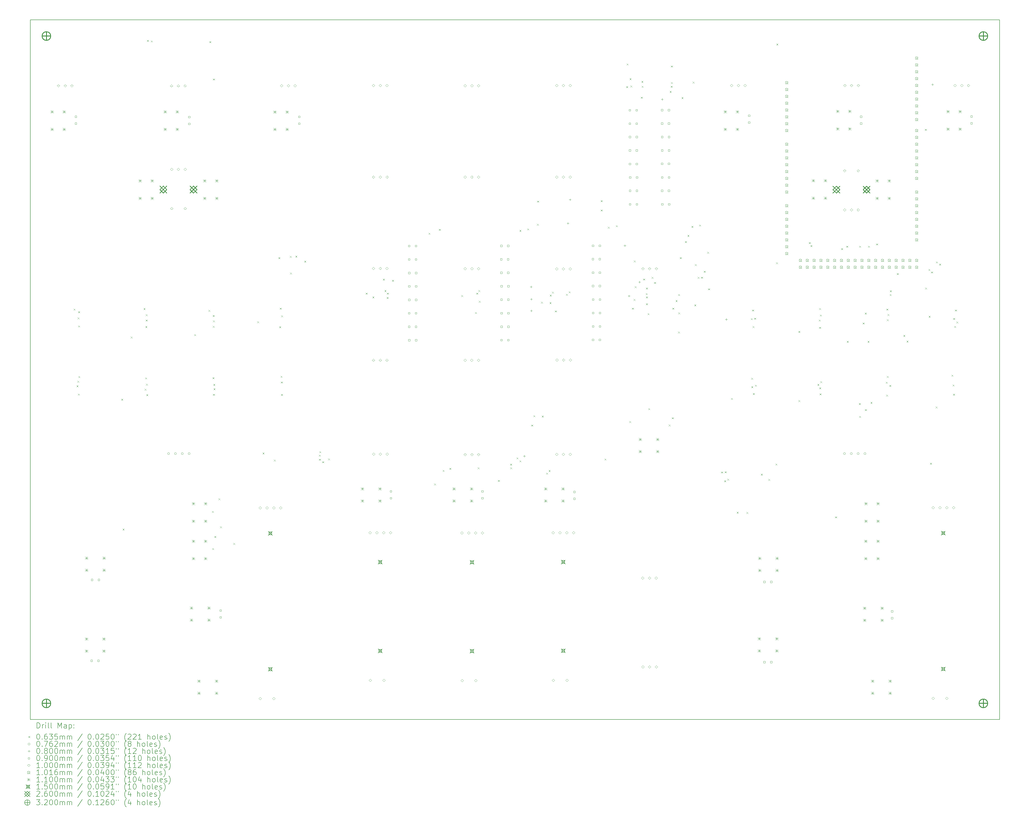
<source format=gbr>
%FSLAX45Y45*%
G04 Gerber Fmt 4.5, Leading zero omitted, Abs format (unit mm)*
G04 Created by KiCad (PCBNEW (5.99.0-11071-g7fde05e8ee)) date 2021-06-18 03:58:44*
%MOMM*%
%LPD*%
G01*
G04 APERTURE LIST*
%TA.AperFunction,Profile*%
%ADD10C,0.150000*%
%TD*%
%ADD11C,0.200000*%
%ADD12C,0.063500*%
%ADD13C,0.076200*%
%ADD14C,0.080000*%
%ADD15C,0.090000*%
%ADD16C,0.100000*%
%ADD17C,0.101600*%
%ADD18C,0.110000*%
%ADD19C,0.150000*%
%ADD20C,0.260000*%
%ADD21C,0.320000*%
G04 APERTURE END LIST*
D10*
X47900000Y-31100000D02*
X11900000Y-31100000D01*
X11900000Y-31100000D02*
X11900000Y-5100000D01*
X47900000Y-5100000D02*
X47900000Y-31100000D01*
X11900000Y-5100000D02*
X47900000Y-5100000D01*
D11*
D12*
X13508250Y-15828250D02*
X13571750Y-15891750D01*
X13571750Y-15828250D02*
X13508250Y-15891750D01*
X13618250Y-18678250D02*
X13681750Y-18741750D01*
X13681750Y-18678250D02*
X13618250Y-18741750D01*
X13648250Y-18508250D02*
X13711750Y-18571750D01*
X13711750Y-18508250D02*
X13648250Y-18571750D01*
X13658250Y-16158250D02*
X13721750Y-16221750D01*
X13721750Y-16158250D02*
X13658250Y-16221750D01*
X13668250Y-18988250D02*
X13731750Y-19051750D01*
X13731750Y-18988250D02*
X13668250Y-19051750D01*
X13678250Y-15928250D02*
X13741750Y-15991750D01*
X13741750Y-15928250D02*
X13678250Y-15991750D01*
X13678250Y-16458250D02*
X13741750Y-16521750D01*
X13741750Y-16458250D02*
X13678250Y-16521750D01*
X13688250Y-18338250D02*
X13751750Y-18401750D01*
X13751750Y-18338250D02*
X13688250Y-18401750D01*
X15278250Y-19178250D02*
X15341750Y-19241750D01*
X15341750Y-19178250D02*
X15278250Y-19241750D01*
X15328250Y-24003250D02*
X15391750Y-24066750D01*
X15391750Y-24003250D02*
X15328250Y-24066750D01*
X15628250Y-16868250D02*
X15691750Y-16931750D01*
X15691750Y-16868250D02*
X15628250Y-16931750D01*
X16108250Y-15808250D02*
X16171750Y-15871750D01*
X16171750Y-15808250D02*
X16108250Y-15871750D01*
X16148250Y-18808250D02*
X16211750Y-18871750D01*
X16211750Y-18808250D02*
X16148250Y-18871750D01*
X16168250Y-18388250D02*
X16231750Y-18451750D01*
X16231750Y-18388250D02*
X16168250Y-18451750D01*
X16178250Y-16478250D02*
X16241750Y-16541750D01*
X16241750Y-16478250D02*
X16178250Y-16541750D01*
X16188250Y-16038250D02*
X16251750Y-16101750D01*
X16251750Y-16038250D02*
X16188250Y-16101750D01*
X16188250Y-16238250D02*
X16251750Y-16301750D01*
X16251750Y-16238250D02*
X16188250Y-16301750D01*
X16198250Y-18618250D02*
X16261750Y-18681750D01*
X16261750Y-18618250D02*
X16198250Y-18681750D01*
X16208250Y-19008250D02*
X16271750Y-19071750D01*
X16271750Y-19008250D02*
X16208250Y-19071750D01*
X16235750Y-5845750D02*
X16299250Y-5909250D01*
X16299250Y-5845750D02*
X16235750Y-5909250D01*
X16380750Y-5863250D02*
X16444250Y-5926750D01*
X16444250Y-5863250D02*
X16380750Y-5926750D01*
X17988250Y-16778250D02*
X18051750Y-16841750D01*
X18051750Y-16778250D02*
X17988250Y-16841750D01*
X18518250Y-15878250D02*
X18581750Y-15941750D01*
X18581750Y-15878250D02*
X18518250Y-15941750D01*
X18553250Y-5890950D02*
X18616750Y-5954450D01*
X18616750Y-5890950D02*
X18553250Y-5954450D01*
X18648250Y-23348250D02*
X18711750Y-23411750D01*
X18711750Y-23348250D02*
X18648250Y-23411750D01*
X18658250Y-24728250D02*
X18721750Y-24791750D01*
X18721750Y-24728250D02*
X18658250Y-24791750D01*
X18668250Y-18378250D02*
X18731750Y-18441750D01*
X18731750Y-18378250D02*
X18668250Y-18441750D01*
X18678250Y-16068250D02*
X18741750Y-16131750D01*
X18741750Y-16068250D02*
X18678250Y-16131750D01*
X18678250Y-16468250D02*
X18741750Y-16531750D01*
X18741750Y-16468250D02*
X18678250Y-16531750D01*
X18688250Y-7278250D02*
X18751750Y-7341750D01*
X18751750Y-7278250D02*
X18688250Y-7341750D01*
X18688250Y-16268250D02*
X18751750Y-16331750D01*
X18751750Y-16268250D02*
X18688250Y-16331750D01*
X18688250Y-18998250D02*
X18751750Y-19061750D01*
X18751750Y-18998250D02*
X18688250Y-19061750D01*
X18698250Y-18628250D02*
X18761750Y-18691750D01*
X18761750Y-18628250D02*
X18698250Y-18691750D01*
X18708250Y-18788250D02*
X18771750Y-18851750D01*
X18771750Y-18788250D02*
X18708250Y-18851750D01*
X18738250Y-24278250D02*
X18801750Y-24341750D01*
X18801750Y-24278250D02*
X18738250Y-24341750D01*
X18888250Y-22878250D02*
X18951750Y-22941750D01*
X18951750Y-22878250D02*
X18888250Y-22941750D01*
X18948250Y-23918250D02*
X19011750Y-23981750D01*
X19011750Y-23918250D02*
X18948250Y-23981750D01*
X19439250Y-24536250D02*
X19502750Y-24599750D01*
X19502750Y-24536250D02*
X19439250Y-24599750D01*
X20328250Y-16298250D02*
X20391750Y-16361750D01*
X20391750Y-16298250D02*
X20328250Y-16361750D01*
X20528250Y-21178250D02*
X20591750Y-21241750D01*
X20591750Y-21178250D02*
X20528250Y-21241750D01*
X20948250Y-21438250D02*
X21011750Y-21501750D01*
X21011750Y-21438250D02*
X20948250Y-21501750D01*
X21118250Y-13918250D02*
X21181750Y-13981750D01*
X21181750Y-13918250D02*
X21118250Y-13981750D01*
X21148250Y-16488250D02*
X21211750Y-16551750D01*
X21211750Y-16488250D02*
X21148250Y-16551750D01*
X21168250Y-15798250D02*
X21231750Y-15861750D01*
X21231750Y-15798250D02*
X21168250Y-15861750D01*
X21198250Y-18328250D02*
X21261750Y-18391750D01*
X21261750Y-18328250D02*
X21198250Y-18391750D01*
X21208250Y-18538250D02*
X21271750Y-18601750D01*
X21271750Y-18538250D02*
X21208250Y-18601750D01*
X21213250Y-19000250D02*
X21276750Y-19063750D01*
X21276750Y-19000250D02*
X21213250Y-19063750D01*
X21218250Y-16078250D02*
X21281750Y-16141750D01*
X21281750Y-16078250D02*
X21218250Y-16141750D01*
X21538250Y-13868250D02*
X21601750Y-13931750D01*
X21601750Y-13868250D02*
X21538250Y-13931750D01*
X21548250Y-14488250D02*
X21611750Y-14551750D01*
X21611750Y-14488250D02*
X21548250Y-14551750D01*
X21747998Y-13862631D02*
X21811498Y-13926131D01*
X21811498Y-13862631D02*
X21747998Y-13926131D01*
X22078250Y-14048250D02*
X22141750Y-14111750D01*
X22141750Y-14048250D02*
X22078250Y-14111750D01*
X22618250Y-21258250D02*
X22681750Y-21321750D01*
X22681750Y-21258250D02*
X22618250Y-21321750D01*
X22625750Y-21410750D02*
X22689250Y-21474250D01*
X22689250Y-21410750D02*
X22625750Y-21474250D01*
X22638250Y-21128250D02*
X22701750Y-21191750D01*
X22701750Y-21128250D02*
X22638250Y-21191750D01*
X22743250Y-21503250D02*
X22806750Y-21566750D01*
X22806750Y-21503250D02*
X22743250Y-21566750D01*
X22963450Y-21395750D02*
X23026950Y-21459250D01*
X23026950Y-21395750D02*
X22963450Y-21459250D01*
X24358250Y-15238250D02*
X24421750Y-15301750D01*
X24421750Y-15238250D02*
X24358250Y-15301750D01*
X24608250Y-15378250D02*
X24671750Y-15441750D01*
X24671750Y-15378250D02*
X24608250Y-15441750D01*
X24998250Y-14718250D02*
X25061750Y-14781750D01*
X25061750Y-14718250D02*
X24998250Y-14781750D01*
X25058250Y-15138250D02*
X25121750Y-15201750D01*
X25121750Y-15138250D02*
X25058250Y-15201750D01*
X25138250Y-15398250D02*
X25201750Y-15461750D01*
X25201750Y-15398250D02*
X25138250Y-15461750D01*
X25148250Y-15238250D02*
X25211750Y-15301750D01*
X25211750Y-15238250D02*
X25148250Y-15301750D01*
X25338250Y-14758250D02*
X25401750Y-14821750D01*
X25401750Y-14758250D02*
X25338250Y-14821750D01*
X26692222Y-13010180D02*
X26755722Y-13073680D01*
X26755722Y-13010180D02*
X26692222Y-13073680D01*
X26898250Y-22328250D02*
X26961750Y-22391750D01*
X26961750Y-22328250D02*
X26898250Y-22391750D01*
X27076555Y-12868596D02*
X27140055Y-12932096D01*
X27140055Y-12868596D02*
X27076555Y-12932096D01*
X27218706Y-21823450D02*
X27282206Y-21886950D01*
X27282206Y-21823450D02*
X27218706Y-21886950D01*
X27468250Y-21748250D02*
X27531750Y-21811750D01*
X27531750Y-21748250D02*
X27468250Y-21811750D01*
X27908250Y-15328250D02*
X27971750Y-15391750D01*
X27971750Y-15328250D02*
X27908250Y-15391750D01*
X28418250Y-15958250D02*
X28481750Y-16021750D01*
X28481750Y-15958250D02*
X28418250Y-16021750D01*
X28464045Y-15238231D02*
X28527545Y-15301731D01*
X28527545Y-15238231D02*
X28464045Y-15301731D01*
X28518250Y-21728250D02*
X28581750Y-21791750D01*
X28581750Y-21728250D02*
X28518250Y-21791750D01*
X28543050Y-15142126D02*
X28606550Y-15205626D01*
X28606550Y-15142126D02*
X28543050Y-15205626D01*
X28558250Y-15538250D02*
X28621750Y-15601750D01*
X28621750Y-15538250D02*
X28558250Y-15601750D01*
X29268250Y-22198250D02*
X29331750Y-22261750D01*
X29331750Y-22198250D02*
X29268250Y-22261750D01*
X29723250Y-21593250D02*
X29786750Y-21656750D01*
X29786750Y-21593250D02*
X29723250Y-21656750D01*
X29728250Y-21728250D02*
X29791750Y-21791750D01*
X29791750Y-21728250D02*
X29728250Y-21791750D01*
X29958250Y-21358250D02*
X30021750Y-21421750D01*
X30021750Y-21358250D02*
X29958250Y-21421750D01*
X30068250Y-12905750D02*
X30131750Y-12969250D01*
X30131750Y-12905750D02*
X30068250Y-12969250D01*
X30068250Y-21468250D02*
X30131750Y-21531750D01*
X30131750Y-21468250D02*
X30068250Y-21531750D01*
X30358250Y-12851068D02*
X30421750Y-12914568D01*
X30421750Y-12851068D02*
X30358250Y-12914568D01*
X30508250Y-20138250D02*
X30571750Y-20201750D01*
X30571750Y-20138250D02*
X30508250Y-20201750D01*
X30585750Y-19793250D02*
X30649250Y-19856750D01*
X30649250Y-19793250D02*
X30585750Y-19856750D01*
X30718250Y-12678250D02*
X30781750Y-12741750D01*
X30781750Y-12678250D02*
X30718250Y-12741750D01*
X30728250Y-11818250D02*
X30791750Y-11881750D01*
X30791750Y-11818250D02*
X30728250Y-11881750D01*
X30868250Y-15572750D02*
X30931750Y-15636250D01*
X30931750Y-15572750D02*
X30868250Y-15636250D01*
X30898250Y-19805750D02*
X30961750Y-19869250D01*
X30961750Y-19805750D02*
X30898250Y-19869250D01*
X31060750Y-21925750D02*
X31124250Y-21989250D01*
X31124250Y-21925750D02*
X31060750Y-21989250D01*
X31155750Y-21830550D02*
X31219250Y-21894050D01*
X31219250Y-21830550D02*
X31155750Y-21894050D01*
X31186225Y-15590051D02*
X31249725Y-15653551D01*
X31249725Y-15590051D02*
X31186225Y-15653551D01*
X31198250Y-15308250D02*
X31261750Y-15371750D01*
X31261750Y-15308250D02*
X31198250Y-15371750D01*
X31278250Y-15198250D02*
X31341750Y-15261750D01*
X31341750Y-15198250D02*
X31278250Y-15261750D01*
X31388250Y-15898250D02*
X31451750Y-15961750D01*
X31451750Y-15898250D02*
X31388250Y-15961750D01*
X31798250Y-15278250D02*
X31861750Y-15341750D01*
X31861750Y-15278250D02*
X31798250Y-15341750D01*
X31898250Y-15188250D02*
X31961750Y-15251750D01*
X31961750Y-15188250D02*
X31898250Y-15251750D01*
X33088250Y-11798250D02*
X33151750Y-11861750D01*
X33151750Y-11798250D02*
X33088250Y-11861750D01*
X33088250Y-12148250D02*
X33151750Y-12211750D01*
X33151750Y-12148250D02*
X33088250Y-12211750D01*
X33228250Y-21403250D02*
X33291750Y-21466750D01*
X33291750Y-21403250D02*
X33228250Y-21466750D01*
X33350750Y-12785750D02*
X33414250Y-12849250D01*
X33414250Y-12785750D02*
X33350750Y-12849250D01*
X33653250Y-12731068D02*
X33716750Y-12794568D01*
X33716750Y-12731068D02*
X33653250Y-12794568D01*
X34030933Y-7560933D02*
X34094433Y-7624433D01*
X34094433Y-7560933D02*
X34030933Y-7624433D01*
X34048250Y-6718250D02*
X34111750Y-6781750D01*
X34111750Y-6718250D02*
X34048250Y-6781750D01*
X34148250Y-20008250D02*
X34211750Y-20071750D01*
X34211750Y-20008250D02*
X34148250Y-20071750D01*
X34158250Y-7268250D02*
X34221750Y-7331750D01*
X34221750Y-7268250D02*
X34158250Y-7331750D01*
X34188250Y-7538250D02*
X34251750Y-7601750D01*
X34251750Y-7538250D02*
X34188250Y-7601750D01*
X34248250Y-15798250D02*
X34311750Y-15861750D01*
X34311750Y-15798250D02*
X34248250Y-15861750D01*
X34308250Y-15468250D02*
X34371750Y-15531750D01*
X34371750Y-15468250D02*
X34308250Y-15531750D01*
X34318250Y-14038250D02*
X34381750Y-14101750D01*
X34381750Y-14038250D02*
X34318250Y-14101750D01*
X34348250Y-14998250D02*
X34411750Y-15061750D01*
X34411750Y-14998250D02*
X34348250Y-15061750D01*
X34578250Y-7958250D02*
X34641750Y-8021750D01*
X34641750Y-7958250D02*
X34578250Y-8021750D01*
X34598250Y-7368250D02*
X34661750Y-7431750D01*
X34661750Y-7368250D02*
X34598250Y-7431750D01*
X34608250Y-7548250D02*
X34671750Y-7611750D01*
X34671750Y-7548250D02*
X34608250Y-7611750D01*
X34662671Y-14713050D02*
X34726171Y-14776550D01*
X34726171Y-14713050D02*
X34662671Y-14776550D01*
X34760141Y-15252675D02*
X34823641Y-15316175D01*
X34823641Y-15252675D02*
X34760141Y-15316175D01*
X34768250Y-15048250D02*
X34831750Y-15111750D01*
X34831750Y-15048250D02*
X34768250Y-15111750D01*
X34768250Y-15633250D02*
X34831750Y-15696750D01*
X34831750Y-15633250D02*
X34768250Y-15696750D01*
X34770750Y-15378250D02*
X34834250Y-15441750D01*
X34834250Y-15378250D02*
X34770750Y-15441750D01*
X34828250Y-15998250D02*
X34891750Y-16061750D01*
X34891750Y-15998250D02*
X34828250Y-16061750D01*
X34853250Y-19530750D02*
X34916750Y-19594250D01*
X34916750Y-19530750D02*
X34853250Y-19594250D01*
X34975552Y-14647593D02*
X35039052Y-14711093D01*
X35039052Y-14647593D02*
X34975552Y-14711093D01*
X35068250Y-14838250D02*
X35131750Y-14901750D01*
X35131750Y-14838250D02*
X35068250Y-14901750D01*
X35613250Y-20135750D02*
X35676750Y-20199250D01*
X35676750Y-20135750D02*
X35613250Y-20199250D01*
X35648250Y-7738250D02*
X35711750Y-7801750D01*
X35711750Y-7738250D02*
X35648250Y-7801750D01*
X35688250Y-7548250D02*
X35751750Y-7611750D01*
X35751750Y-7548250D02*
X35688250Y-7611750D01*
X35698250Y-6798250D02*
X35761750Y-6861750D01*
X35761750Y-6798250D02*
X35698250Y-6861750D01*
X35698250Y-7408250D02*
X35761750Y-7471750D01*
X35761750Y-7408250D02*
X35698250Y-7471750D01*
X35728250Y-19868250D02*
X35791750Y-19931750D01*
X35791750Y-19868250D02*
X35728250Y-19931750D01*
X35748250Y-15795750D02*
X35811750Y-15859250D01*
X35811750Y-15795750D02*
X35748250Y-15859250D01*
X35870750Y-15510750D02*
X35934250Y-15574250D01*
X35934250Y-15510750D02*
X35870750Y-15574250D01*
X35960231Y-16682164D02*
X36023731Y-16745664D01*
X36023731Y-16682164D02*
X35960231Y-16745664D01*
X35962787Y-15289080D02*
X36026287Y-15352580D01*
X36026287Y-15289080D02*
X35962787Y-15352580D01*
X35965750Y-15970750D02*
X36029250Y-16034250D01*
X36029250Y-15970750D02*
X35965750Y-16034250D01*
X36028250Y-13918250D02*
X36091750Y-13981750D01*
X36091750Y-13918250D02*
X36028250Y-13981750D01*
X36088250Y-7968250D02*
X36151750Y-8031750D01*
X36151750Y-7968250D02*
X36088250Y-8031750D01*
X36218250Y-13318250D02*
X36281750Y-13381750D01*
X36281750Y-13318250D02*
X36218250Y-13381750D01*
X36310933Y-13090933D02*
X36374433Y-13154433D01*
X36374433Y-13090933D02*
X36310933Y-13154433D01*
X36457059Y-12758250D02*
X36520559Y-12821750D01*
X36520559Y-12758250D02*
X36457059Y-12821750D01*
X36500750Y-7393250D02*
X36564250Y-7456750D01*
X36564250Y-7393250D02*
X36500750Y-7456750D01*
X36563250Y-15673250D02*
X36626750Y-15736750D01*
X36626750Y-15673250D02*
X36563250Y-15736750D01*
X36585750Y-14173250D02*
X36649250Y-14236750D01*
X36649250Y-14173250D02*
X36585750Y-14236750D01*
X36688250Y-14650750D02*
X36751750Y-14714250D01*
X36751750Y-14650750D02*
X36688250Y-14714250D01*
X36743450Y-12705345D02*
X36806950Y-12768845D01*
X36806950Y-12705345D02*
X36743450Y-12768845D01*
X36814143Y-14643450D02*
X36877643Y-14706950D01*
X36877643Y-14643450D02*
X36814143Y-14706950D01*
X36915750Y-14423050D02*
X36979250Y-14486550D01*
X36979250Y-14423050D02*
X36915750Y-14486550D01*
X37044317Y-13717183D02*
X37107817Y-13780683D01*
X37107817Y-13717183D02*
X37044317Y-13780683D01*
X37078250Y-15078250D02*
X37141750Y-15141750D01*
X37141750Y-15078250D02*
X37078250Y-15141750D01*
X37558250Y-21883250D02*
X37621750Y-21946750D01*
X37621750Y-21883250D02*
X37558250Y-21946750D01*
X37672505Y-22209454D02*
X37736005Y-22272954D01*
X37736005Y-22209454D02*
X37672505Y-22272954D01*
X37693250Y-21875750D02*
X37756750Y-21939250D01*
X37756750Y-21875750D02*
X37693250Y-21939250D01*
X37786063Y-22151941D02*
X37849563Y-22215441D01*
X37849563Y-22151941D02*
X37786063Y-22215441D01*
X37928250Y-19148250D02*
X37991750Y-19211750D01*
X37991750Y-19148250D02*
X37928250Y-19211750D01*
X38138250Y-23378250D02*
X38201750Y-23441750D01*
X38201750Y-23378250D02*
X38138250Y-23441750D01*
X38498250Y-23388250D02*
X38561750Y-23451750D01*
X38561750Y-23388250D02*
X38498250Y-23451750D01*
X38665402Y-16187901D02*
X38728902Y-16251401D01*
X38728902Y-16187901D02*
X38665402Y-16251401D01*
X38675750Y-18400750D02*
X38739250Y-18464250D01*
X38739250Y-18400750D02*
X38675750Y-18464250D01*
X38680750Y-18713250D02*
X38744250Y-18776750D01*
X38744250Y-18713250D02*
X38680750Y-18776750D01*
X38710750Y-15865750D02*
X38774250Y-15929250D01*
X38774250Y-15865750D02*
X38710750Y-15929250D01*
X38728250Y-16478250D02*
X38791750Y-16541750D01*
X38791750Y-16478250D02*
X38728250Y-16541750D01*
X38738250Y-18968250D02*
X38801750Y-19031750D01*
X38801750Y-18968250D02*
X38738250Y-19031750D01*
X38788250Y-16168250D02*
X38851750Y-16231750D01*
X38851750Y-16168250D02*
X38788250Y-16231750D01*
X38818250Y-18658250D02*
X38881750Y-18721750D01*
X38881750Y-18658250D02*
X38818250Y-18721750D01*
X39035750Y-21963250D02*
X39099250Y-22026750D01*
X39099250Y-21963250D02*
X39035750Y-22026750D01*
X39310750Y-22158250D02*
X39374250Y-22221750D01*
X39374250Y-22158250D02*
X39310750Y-22221750D01*
X39578250Y-21588250D02*
X39641750Y-21651750D01*
X39641750Y-21588250D02*
X39578250Y-21651750D01*
X39600250Y-14108250D02*
X39663750Y-14171750D01*
X39663750Y-14108250D02*
X39600250Y-14171750D01*
X39613250Y-5980750D02*
X39676750Y-6044250D01*
X39676750Y-5980750D02*
X39613250Y-6044250D01*
X40428250Y-16658250D02*
X40491750Y-16721750D01*
X40491750Y-16658250D02*
X40428250Y-16721750D01*
X40428250Y-19228250D02*
X40491750Y-19291750D01*
X40491750Y-19228250D02*
X40428250Y-19291750D01*
X40819450Y-13358612D02*
X40882950Y-13422112D01*
X40882950Y-13358612D02*
X40819450Y-13422112D01*
X40878250Y-13468250D02*
X40941750Y-13531750D01*
X40941750Y-13468250D02*
X40878250Y-13531750D01*
X41138250Y-18628250D02*
X41201750Y-18691750D01*
X41201750Y-18628250D02*
X41138250Y-18691750D01*
X41185750Y-16235750D02*
X41249250Y-16299250D01*
X41249250Y-16235750D02*
X41185750Y-16299250D01*
X41198250Y-15808250D02*
X41261750Y-15871750D01*
X41261750Y-15808250D02*
X41198250Y-15871750D01*
X41198250Y-16508250D02*
X41261750Y-16571750D01*
X41261750Y-16508250D02*
X41198250Y-16571750D01*
X41205750Y-18755750D02*
X41269250Y-18819250D01*
X41269250Y-18755750D02*
X41205750Y-18819250D01*
X41218250Y-18978250D02*
X41281750Y-19041750D01*
X41281750Y-18978250D02*
X41218250Y-19041750D01*
X41230750Y-16050750D02*
X41294250Y-16114250D01*
X41294250Y-16050750D02*
X41230750Y-16114250D01*
X41243250Y-18525750D02*
X41306750Y-18589250D01*
X41306750Y-18525750D02*
X41243250Y-18589250D01*
X41793250Y-23550750D02*
X41856750Y-23614250D01*
X41856750Y-23550750D02*
X41793250Y-23614250D01*
X42018250Y-13580750D02*
X42081750Y-13644250D01*
X42081750Y-13580750D02*
X42018250Y-13644250D01*
X42206161Y-13493450D02*
X42269661Y-13556950D01*
X42269661Y-13493450D02*
X42206161Y-13556950D01*
X42228250Y-17028250D02*
X42291750Y-17091750D01*
X42291750Y-17028250D02*
X42228250Y-17091750D01*
X42677250Y-19340250D02*
X42740750Y-19403750D01*
X42740750Y-19340250D02*
X42677250Y-19403750D01*
X42686250Y-19818250D02*
X42749750Y-19881750D01*
X42749750Y-19818250D02*
X42686250Y-19881750D01*
X42686932Y-13493450D02*
X42750432Y-13556950D01*
X42750432Y-13493450D02*
X42686932Y-13556950D01*
X42818250Y-16348250D02*
X42881750Y-16411750D01*
X42881750Y-16348250D02*
X42818250Y-16411750D01*
X42898250Y-15978250D02*
X42961750Y-16041750D01*
X42961750Y-15978250D02*
X42898250Y-16041750D01*
X42903250Y-19562250D02*
X42966750Y-19625750D01*
X42966750Y-19562250D02*
X42903250Y-19625750D01*
X42998250Y-17028250D02*
X43061750Y-17091750D01*
X43061750Y-17028250D02*
X42998250Y-17091750D01*
X43014423Y-13493450D02*
X43077923Y-13556950D01*
X43077923Y-13493450D02*
X43014423Y-13556950D01*
X43108250Y-19298250D02*
X43171750Y-19361750D01*
X43171750Y-19298250D02*
X43108250Y-19361750D01*
X43318250Y-13408250D02*
X43381750Y-13471750D01*
X43381750Y-13408250D02*
X43318250Y-13471750D01*
X43678250Y-18548250D02*
X43741750Y-18611750D01*
X43741750Y-18548250D02*
X43678250Y-18611750D01*
X43688250Y-19028250D02*
X43751750Y-19091750D01*
X43751750Y-19028250D02*
X43688250Y-19091750D01*
X43698250Y-15828250D02*
X43761750Y-15891750D01*
X43761750Y-15828250D02*
X43698250Y-15891750D01*
X43713250Y-18333250D02*
X43776750Y-18396750D01*
X43776750Y-18333250D02*
X43713250Y-18396750D01*
X43714768Y-16223450D02*
X43778268Y-16286950D01*
X43778268Y-16223450D02*
X43714768Y-16286950D01*
X43738250Y-16028250D02*
X43801750Y-16091750D01*
X43801750Y-16028250D02*
X43738250Y-16091750D01*
X43808250Y-18668250D02*
X43871750Y-18731750D01*
X43871750Y-18668250D02*
X43808250Y-18731750D01*
X43818250Y-15288250D02*
X43881750Y-15351750D01*
X43881750Y-15288250D02*
X43818250Y-15351750D01*
X43828250Y-15148250D02*
X43891750Y-15211750D01*
X43891750Y-15148250D02*
X43828250Y-15211750D01*
X44088250Y-14510750D02*
X44151750Y-14574250D01*
X44151750Y-14510750D02*
X44088250Y-14574250D01*
X44328250Y-16808250D02*
X44391750Y-16871750D01*
X44391750Y-16808250D02*
X44328250Y-16871750D01*
X44448250Y-17018250D02*
X44511750Y-17081750D01*
X44511750Y-17018250D02*
X44448250Y-17081750D01*
X45128250Y-9148250D02*
X45191750Y-9211750D01*
X45191750Y-9148250D02*
X45128250Y-9211750D01*
X45138250Y-15048250D02*
X45201750Y-15111750D01*
X45201750Y-15048250D02*
X45138250Y-15111750D01*
X45258250Y-14358250D02*
X45321750Y-14421750D01*
X45321750Y-14358250D02*
X45258250Y-14421750D01*
X45268250Y-16098250D02*
X45331750Y-16161750D01*
X45331750Y-16098250D02*
X45268250Y-16161750D01*
X45318250Y-21558250D02*
X45381750Y-21621750D01*
X45381750Y-21558250D02*
X45318250Y-21621750D01*
X45358250Y-14448250D02*
X45421750Y-14511750D01*
X45421750Y-14448250D02*
X45358250Y-14511750D01*
X45525250Y-19465250D02*
X45588750Y-19528750D01*
X45588750Y-19465250D02*
X45525250Y-19528750D01*
X45538250Y-14078250D02*
X45601750Y-14141750D01*
X45601750Y-14078250D02*
X45538250Y-14141750D01*
X45658250Y-14158250D02*
X45721750Y-14221750D01*
X45721750Y-14158250D02*
X45658250Y-14221750D01*
X46113433Y-18283433D02*
X46176933Y-18346933D01*
X46176933Y-18283433D02*
X46113433Y-18346933D01*
X46158250Y-18648250D02*
X46221750Y-18711750D01*
X46221750Y-18648250D02*
X46158250Y-18711750D01*
X46172250Y-18992250D02*
X46235750Y-19055750D01*
X46235750Y-18992250D02*
X46172250Y-19055750D01*
X46178250Y-16178250D02*
X46241750Y-16241750D01*
X46241750Y-16178250D02*
X46178250Y-16241750D01*
X46215750Y-16475750D02*
X46279250Y-16539250D01*
X46279250Y-16475750D02*
X46215750Y-16539250D01*
X46245750Y-15863250D02*
X46309250Y-15926750D01*
X46309250Y-15863250D02*
X46245750Y-15926750D01*
X46298250Y-16308250D02*
X46361750Y-16371750D01*
X46361750Y-16308250D02*
X46298250Y-16371750D01*
D13*
X17077100Y-21218000D02*
G75*
G03*
X17077100Y-21218000I-38100J0D01*
G01*
X17331100Y-21218000D02*
G75*
G03*
X17331100Y-21218000I-38100J0D01*
G01*
X17585100Y-21218000D02*
G75*
G03*
X17585100Y-21218000I-38100J0D01*
G01*
X17839100Y-21218000D02*
G75*
G03*
X17839100Y-21218000I-38100J0D01*
G01*
X42177100Y-21218000D02*
G75*
G03*
X42177100Y-21218000I-38100J0D01*
G01*
X42431100Y-21218000D02*
G75*
G03*
X42431100Y-21218000I-38100J0D01*
G01*
X42685100Y-21218000D02*
G75*
G03*
X42685100Y-21218000I-38100J0D01*
G01*
X42939100Y-21218000D02*
G75*
G03*
X42939100Y-21218000I-38100J0D01*
G01*
D14*
X30250000Y-21270000D02*
X30250000Y-21350000D01*
X30210000Y-21310000D02*
X30290000Y-21310000D01*
X30500000Y-14980000D02*
X30500000Y-15060000D01*
X30460000Y-15020000D02*
X30540000Y-15020000D01*
X30510000Y-15440000D02*
X30510000Y-15520000D01*
X30470000Y-15480000D02*
X30550000Y-15480000D01*
X30510000Y-15870000D02*
X30510000Y-15950000D01*
X30470000Y-15910000D02*
X30550000Y-15910000D01*
X31870000Y-12620000D02*
X31870000Y-12700000D01*
X31830000Y-12660000D02*
X31910000Y-12660000D01*
X31950000Y-11740000D02*
X31950000Y-11820000D01*
X31910000Y-11780000D02*
X31990000Y-11780000D01*
X33982600Y-13447400D02*
X33982600Y-13527400D01*
X33942600Y-13487400D02*
X34022600Y-13487400D01*
X34140000Y-15320000D02*
X34140000Y-15400000D01*
X34100000Y-15360000D02*
X34180000Y-15360000D01*
X34530000Y-14799990D02*
X34530000Y-14879990D01*
X34490000Y-14839990D02*
X34570000Y-14839990D01*
X35370000Y-8010000D02*
X35370000Y-8090000D01*
X35330000Y-8050000D02*
X35410000Y-8050000D01*
X37750000Y-16190000D02*
X37750000Y-16270000D01*
X37710000Y-16230000D02*
X37790000Y-16230000D01*
X45410000Y-7460000D02*
X45410000Y-7540000D01*
X45370000Y-7500000D02*
X45450000Y-7500000D01*
D15*
X13621820Y-8725320D02*
X13621820Y-8661680D01*
X13558180Y-8661680D01*
X13558180Y-8725320D01*
X13621820Y-8725320D01*
X13621820Y-8979320D02*
X13621820Y-8915680D01*
X13558180Y-8915680D01*
X13558180Y-8979320D01*
X13621820Y-8979320D01*
X14208320Y-28946820D02*
X14208320Y-28883180D01*
X14144680Y-28883180D01*
X14144680Y-28946820D01*
X14208320Y-28946820D01*
X14224320Y-25940820D02*
X14224320Y-25877180D01*
X14160680Y-25877180D01*
X14160680Y-25940820D01*
X14224320Y-25940820D01*
X14462320Y-28946820D02*
X14462320Y-28883180D01*
X14398680Y-28883180D01*
X14398680Y-28946820D01*
X14462320Y-28946820D01*
X14478320Y-25940820D02*
X14478320Y-25877180D01*
X14414680Y-25877180D01*
X14414680Y-25940820D01*
X14478320Y-25940820D01*
X17837820Y-8740320D02*
X17837820Y-8676680D01*
X17774180Y-8676680D01*
X17774180Y-8740320D01*
X17837820Y-8740320D01*
X17837820Y-8994320D02*
X17837820Y-8930680D01*
X17774180Y-8930680D01*
X17774180Y-8994320D01*
X17837820Y-8994320D01*
X19000356Y-27076910D02*
X19000356Y-27013270D01*
X18936716Y-27013270D01*
X18936716Y-27076910D01*
X19000356Y-27076910D01*
X19000356Y-27330910D02*
X19000356Y-27267270D01*
X18936716Y-27267270D01*
X18936716Y-27330910D01*
X19000356Y-27330910D01*
X21922820Y-8732320D02*
X21922820Y-8668680D01*
X21859180Y-8668680D01*
X21859180Y-8732320D01*
X21922820Y-8732320D01*
X21922820Y-8986320D02*
X21922820Y-8922680D01*
X21859180Y-8922680D01*
X21859180Y-8986320D01*
X21922820Y-8986320D01*
X25322820Y-22651320D02*
X25322820Y-22587680D01*
X25259180Y-22587680D01*
X25259180Y-22651320D01*
X25322820Y-22651320D01*
X25322820Y-22905320D02*
X25322820Y-22841680D01*
X25259180Y-22841680D01*
X25259180Y-22905320D01*
X25322820Y-22905320D01*
X26000320Y-16532820D02*
X26000320Y-16469180D01*
X25936680Y-16469180D01*
X25936680Y-16532820D01*
X26000320Y-16532820D01*
X26002320Y-13532820D02*
X26002320Y-13469180D01*
X25938680Y-13469180D01*
X25938680Y-13532820D01*
X26002320Y-13532820D01*
X26002320Y-14032820D02*
X26002320Y-13969180D01*
X25938680Y-13969180D01*
X25938680Y-14032820D01*
X26002320Y-14032820D01*
X26002320Y-16030820D02*
X26002320Y-15967180D01*
X25938680Y-15967180D01*
X25938680Y-16030820D01*
X26002320Y-16030820D01*
X26004320Y-17033820D02*
X26004320Y-16970180D01*
X25940680Y-16970180D01*
X25940680Y-17033820D01*
X26004320Y-17033820D01*
X26004820Y-14532820D02*
X26004820Y-14469180D01*
X25941180Y-14469180D01*
X25941180Y-14532820D01*
X26004820Y-14532820D01*
X26006320Y-15531820D02*
X26006320Y-15468180D01*
X25942680Y-15468180D01*
X25942680Y-15531820D01*
X26006320Y-15531820D01*
X26008320Y-15031820D02*
X26008320Y-14968180D01*
X25944680Y-14968180D01*
X25944680Y-15031820D01*
X26008320Y-15031820D01*
X26254320Y-16532820D02*
X26254320Y-16469180D01*
X26190680Y-16469180D01*
X26190680Y-16532820D01*
X26254320Y-16532820D01*
X26256320Y-13532820D02*
X26256320Y-13469180D01*
X26192680Y-13469180D01*
X26192680Y-13532820D01*
X26256320Y-13532820D01*
X26256320Y-14032820D02*
X26256320Y-13969180D01*
X26192680Y-13969180D01*
X26192680Y-14032820D01*
X26256320Y-14032820D01*
X26256320Y-16030820D02*
X26256320Y-15967180D01*
X26192680Y-15967180D01*
X26192680Y-16030820D01*
X26256320Y-16030820D01*
X26258320Y-17033820D02*
X26258320Y-16970180D01*
X26194680Y-16970180D01*
X26194680Y-17033820D01*
X26258320Y-17033820D01*
X26258820Y-14532820D02*
X26258820Y-14469180D01*
X26195180Y-14469180D01*
X26195180Y-14532820D01*
X26258820Y-14532820D01*
X26260320Y-15531820D02*
X26260320Y-15468180D01*
X26196680Y-15468180D01*
X26196680Y-15531820D01*
X26260320Y-15531820D01*
X26262320Y-15031820D02*
X26262320Y-14968180D01*
X26198680Y-14968180D01*
X26198680Y-15031820D01*
X26262320Y-15031820D01*
X28725820Y-22651320D02*
X28725820Y-22587680D01*
X28662180Y-22587680D01*
X28662180Y-22651320D01*
X28725820Y-22651320D01*
X28725820Y-22905320D02*
X28725820Y-22841680D01*
X28662180Y-22841680D01*
X28662180Y-22905320D01*
X28725820Y-22905320D01*
X29421320Y-14027820D02*
X29421320Y-13964180D01*
X29357680Y-13964180D01*
X29357680Y-14027820D01*
X29421320Y-14027820D01*
X29426320Y-13526820D02*
X29426320Y-13463180D01*
X29362680Y-13463180D01*
X29362680Y-13526820D01*
X29426320Y-13526820D01*
X29427320Y-14527820D02*
X29427320Y-14464180D01*
X29363680Y-14464180D01*
X29363680Y-14527820D01*
X29427320Y-14527820D01*
X29430820Y-17027820D02*
X29430820Y-16964180D01*
X29367180Y-16964180D01*
X29367180Y-17027820D01*
X29430820Y-17027820D01*
X29431320Y-15526820D02*
X29431320Y-15463180D01*
X29367680Y-15463180D01*
X29367680Y-15526820D01*
X29431320Y-15526820D01*
X29433320Y-15026820D02*
X29433320Y-14963180D01*
X29369680Y-14963180D01*
X29369680Y-15026820D01*
X29433320Y-15026820D01*
X29435320Y-16028820D02*
X29435320Y-15965180D01*
X29371680Y-15965180D01*
X29371680Y-16028820D01*
X29435320Y-16028820D01*
X29435320Y-16530820D02*
X29435320Y-16467180D01*
X29371680Y-16467180D01*
X29371680Y-16530820D01*
X29435320Y-16530820D01*
X29675320Y-14027820D02*
X29675320Y-13964180D01*
X29611680Y-13964180D01*
X29611680Y-14027820D01*
X29675320Y-14027820D01*
X29680320Y-13526820D02*
X29680320Y-13463180D01*
X29616680Y-13463180D01*
X29616680Y-13526820D01*
X29680320Y-13526820D01*
X29681320Y-14527820D02*
X29681320Y-14464180D01*
X29617680Y-14464180D01*
X29617680Y-14527820D01*
X29681320Y-14527820D01*
X29684820Y-17027820D02*
X29684820Y-16964180D01*
X29621180Y-16964180D01*
X29621180Y-17027820D01*
X29684820Y-17027820D01*
X29685320Y-15526820D02*
X29685320Y-15463180D01*
X29621680Y-15463180D01*
X29621680Y-15526820D01*
X29685320Y-15526820D01*
X29687320Y-15026820D02*
X29687320Y-14963180D01*
X29623680Y-14963180D01*
X29623680Y-15026820D01*
X29687320Y-15026820D01*
X29689320Y-16028820D02*
X29689320Y-15965180D01*
X29625680Y-15965180D01*
X29625680Y-16028820D01*
X29689320Y-16028820D01*
X29689320Y-16530820D02*
X29689320Y-16467180D01*
X29625680Y-16467180D01*
X29625680Y-16530820D01*
X29689320Y-16530820D01*
X32139820Y-22669320D02*
X32139820Y-22605680D01*
X32076180Y-22605680D01*
X32076180Y-22669320D01*
X32139820Y-22669320D01*
X32139820Y-22923320D02*
X32139820Y-22859680D01*
X32076180Y-22859680D01*
X32076180Y-22923320D01*
X32139820Y-22923320D01*
X32826320Y-14017820D02*
X32826320Y-13954180D01*
X32762680Y-13954180D01*
X32762680Y-14017820D01*
X32826320Y-14017820D01*
X32828320Y-13524820D02*
X32828320Y-13461180D01*
X32764680Y-13461180D01*
X32764680Y-13524820D01*
X32828320Y-13524820D01*
X32831320Y-14520820D02*
X32831320Y-14457180D01*
X32767680Y-14457180D01*
X32767680Y-14520820D01*
X32831320Y-14520820D01*
X32831320Y-15018820D02*
X32831320Y-14955180D01*
X32767680Y-14955180D01*
X32767680Y-15018820D01*
X32831320Y-15018820D01*
X32831320Y-17020820D02*
X32831320Y-16957180D01*
X32767680Y-16957180D01*
X32767680Y-17020820D01*
X32831320Y-17020820D01*
X32833320Y-15519820D02*
X32833320Y-15456180D01*
X32769680Y-15456180D01*
X32769680Y-15519820D01*
X32833320Y-15519820D01*
X32833320Y-16020820D02*
X32833320Y-15957180D01*
X32769680Y-15957180D01*
X32769680Y-16020820D01*
X32833320Y-16020820D01*
X32836320Y-16519820D02*
X32836320Y-16456180D01*
X32772680Y-16456180D01*
X32772680Y-16519820D01*
X32836320Y-16519820D01*
X33080320Y-14017820D02*
X33080320Y-13954180D01*
X33016680Y-13954180D01*
X33016680Y-14017820D01*
X33080320Y-14017820D01*
X33082320Y-13524820D02*
X33082320Y-13461180D01*
X33018680Y-13461180D01*
X33018680Y-13524820D01*
X33082320Y-13524820D01*
X33085320Y-14520820D02*
X33085320Y-14457180D01*
X33021680Y-14457180D01*
X33021680Y-14520820D01*
X33085320Y-14520820D01*
X33085320Y-15018820D02*
X33085320Y-14955180D01*
X33021680Y-14955180D01*
X33021680Y-15018820D01*
X33085320Y-15018820D01*
X33085320Y-17020820D02*
X33085320Y-16957180D01*
X33021680Y-16957180D01*
X33021680Y-17020820D01*
X33085320Y-17020820D01*
X33087320Y-15519820D02*
X33087320Y-15456180D01*
X33023680Y-15456180D01*
X33023680Y-15519820D01*
X33087320Y-15519820D01*
X33087320Y-16020820D02*
X33087320Y-15957180D01*
X33023680Y-15957180D01*
X33023680Y-16020820D01*
X33087320Y-16020820D01*
X33090320Y-16519820D02*
X33090320Y-16456180D01*
X33026680Y-16456180D01*
X33026680Y-16519820D01*
X33090320Y-16519820D01*
X34198320Y-8483820D02*
X34198320Y-8420180D01*
X34134680Y-8420180D01*
X34134680Y-8483820D01*
X34198320Y-8483820D01*
X34198820Y-8983820D02*
X34198820Y-8920180D01*
X34135180Y-8920180D01*
X34135180Y-8983820D01*
X34198820Y-8983820D01*
X34200320Y-10481820D02*
X34200320Y-10418180D01*
X34136680Y-10418180D01*
X34136680Y-10481820D01*
X34200320Y-10481820D01*
X34203320Y-9980820D02*
X34203320Y-9917180D01*
X34139680Y-9917180D01*
X34139680Y-9980820D01*
X34203320Y-9980820D01*
X34203820Y-9478820D02*
X34203820Y-9415180D01*
X34140180Y-9415180D01*
X34140180Y-9478820D01*
X34203820Y-9478820D01*
X34204320Y-11981820D02*
X34204320Y-11918180D01*
X34140680Y-11918180D01*
X34140680Y-11981820D01*
X34204320Y-11981820D01*
X34205320Y-11477820D02*
X34205320Y-11414180D01*
X34141680Y-11414180D01*
X34141680Y-11477820D01*
X34205320Y-11477820D01*
X34208320Y-10983820D02*
X34208320Y-10920180D01*
X34144680Y-10920180D01*
X34144680Y-10983820D01*
X34208320Y-10983820D01*
X34452320Y-8483820D02*
X34452320Y-8420180D01*
X34388680Y-8420180D01*
X34388680Y-8483820D01*
X34452320Y-8483820D01*
X34452820Y-8983820D02*
X34452820Y-8920180D01*
X34389180Y-8920180D01*
X34389180Y-8983820D01*
X34452820Y-8983820D01*
X34454320Y-10481820D02*
X34454320Y-10418180D01*
X34390680Y-10418180D01*
X34390680Y-10481820D01*
X34454320Y-10481820D01*
X34457320Y-9980820D02*
X34457320Y-9917180D01*
X34393680Y-9917180D01*
X34393680Y-9980820D01*
X34457320Y-9980820D01*
X34457820Y-9478820D02*
X34457820Y-9415180D01*
X34394180Y-9415180D01*
X34394180Y-9478820D01*
X34457820Y-9478820D01*
X34458320Y-11981820D02*
X34458320Y-11918180D01*
X34394680Y-11918180D01*
X34394680Y-11981820D01*
X34458320Y-11981820D01*
X34459320Y-11477820D02*
X34459320Y-11414180D01*
X34395680Y-11414180D01*
X34395680Y-11477820D01*
X34459320Y-11477820D01*
X34462320Y-10983820D02*
X34462320Y-10920180D01*
X34398680Y-10920180D01*
X34398680Y-10983820D01*
X34462320Y-10983820D01*
X35394320Y-8978820D02*
X35394320Y-8915180D01*
X35330680Y-8915180D01*
X35330680Y-8978820D01*
X35394320Y-8978820D01*
X35396320Y-10476820D02*
X35396320Y-10413180D01*
X35332680Y-10413180D01*
X35332680Y-10476820D01*
X35396320Y-10476820D01*
X35397320Y-8480820D02*
X35397320Y-8417180D01*
X35333680Y-8417180D01*
X35333680Y-8480820D01*
X35397320Y-8480820D01*
X35397320Y-11479820D02*
X35397320Y-11416180D01*
X35333680Y-11416180D01*
X35333680Y-11479820D01*
X35397320Y-11479820D01*
X35400320Y-9479820D02*
X35400320Y-9416180D01*
X35336680Y-9416180D01*
X35336680Y-9479820D01*
X35400320Y-9479820D01*
X35400320Y-9980820D02*
X35400320Y-9917180D01*
X35336680Y-9917180D01*
X35336680Y-9980820D01*
X35400320Y-9980820D01*
X35400320Y-10981820D02*
X35400320Y-10918180D01*
X35336680Y-10918180D01*
X35336680Y-10981820D01*
X35400320Y-10981820D01*
X35403320Y-11982820D02*
X35403320Y-11919180D01*
X35339680Y-11919180D01*
X35339680Y-11982820D01*
X35403320Y-11982820D01*
X35648320Y-8978820D02*
X35648320Y-8915180D01*
X35584680Y-8915180D01*
X35584680Y-8978820D01*
X35648320Y-8978820D01*
X35650320Y-10476820D02*
X35650320Y-10413180D01*
X35586680Y-10413180D01*
X35586680Y-10476820D01*
X35650320Y-10476820D01*
X35651320Y-8480820D02*
X35651320Y-8417180D01*
X35587680Y-8417180D01*
X35587680Y-8480820D01*
X35651320Y-8480820D01*
X35651320Y-11479820D02*
X35651320Y-11416180D01*
X35587680Y-11416180D01*
X35587680Y-11479820D01*
X35651320Y-11479820D01*
X35654320Y-9479820D02*
X35654320Y-9416180D01*
X35590680Y-9416180D01*
X35590680Y-9479820D01*
X35654320Y-9479820D01*
X35654320Y-9980820D02*
X35654320Y-9917180D01*
X35590680Y-9917180D01*
X35590680Y-9980820D01*
X35654320Y-9980820D01*
X35654320Y-10981820D02*
X35654320Y-10918180D01*
X35590680Y-10918180D01*
X35590680Y-10981820D01*
X35654320Y-10981820D01*
X35657320Y-11982820D02*
X35657320Y-11919180D01*
X35593680Y-11919180D01*
X35593680Y-11982820D01*
X35657320Y-11982820D01*
X38632220Y-8690120D02*
X38632220Y-8626480D01*
X38568580Y-8626480D01*
X38568580Y-8690120D01*
X38632220Y-8690120D01*
X38632220Y-8944120D02*
X38632220Y-8880480D01*
X38568580Y-8880480D01*
X38568580Y-8944120D01*
X38632220Y-8944120D01*
X39198120Y-26016020D02*
X39198120Y-25952380D01*
X39134480Y-25952380D01*
X39134480Y-26016020D01*
X39198120Y-26016020D01*
X39199320Y-28994820D02*
X39199320Y-28931180D01*
X39135680Y-28931180D01*
X39135680Y-28994820D01*
X39199320Y-28994820D01*
X39452120Y-26016020D02*
X39452120Y-25952380D01*
X39388480Y-25952380D01*
X39388480Y-26016020D01*
X39452120Y-26016020D01*
X39453320Y-28994820D02*
X39453320Y-28931180D01*
X39389680Y-28931180D01*
X39389680Y-28994820D01*
X39453320Y-28994820D01*
X42787220Y-8724620D02*
X42787220Y-8660980D01*
X42723580Y-8660980D01*
X42723580Y-8724620D01*
X42787220Y-8724620D01*
X42787220Y-8978620D02*
X42787220Y-8914980D01*
X42723580Y-8914980D01*
X42723580Y-8978620D01*
X42787220Y-8978620D01*
X43936820Y-27108320D02*
X43936820Y-27044680D01*
X43873180Y-27044680D01*
X43873180Y-27108320D01*
X43936820Y-27108320D01*
X43936820Y-27362320D02*
X43936820Y-27298680D01*
X43873180Y-27298680D01*
X43873180Y-27362320D01*
X43936820Y-27362320D01*
X46888220Y-8720120D02*
X46888220Y-8656480D01*
X46824580Y-8656480D01*
X46824580Y-8720120D01*
X46888220Y-8720120D01*
X46888220Y-8974120D02*
X46888220Y-8910480D01*
X46824580Y-8910480D01*
X46824580Y-8974120D01*
X46888220Y-8974120D01*
D16*
X12945000Y-7597000D02*
X12995000Y-7547000D01*
X12945000Y-7497000D01*
X12895000Y-7547000D01*
X12945000Y-7597000D01*
X13195000Y-7597000D02*
X13245000Y-7547000D01*
X13195000Y-7497000D01*
X13145000Y-7547000D01*
X13195000Y-7597000D01*
X13445000Y-7597000D02*
X13495000Y-7547000D01*
X13445000Y-7497000D01*
X13395000Y-7547000D01*
X13445000Y-7597000D01*
X17147000Y-7598000D02*
X17197000Y-7548000D01*
X17147000Y-7498000D01*
X17097000Y-7548000D01*
X17147000Y-7598000D01*
X17150000Y-10703000D02*
X17200000Y-10653000D01*
X17150000Y-10603000D01*
X17100000Y-10653000D01*
X17150000Y-10703000D01*
X17150000Y-12153000D02*
X17200000Y-12103000D01*
X17150000Y-12053000D01*
X17100000Y-12103000D01*
X17150000Y-12153000D01*
X17397000Y-7598000D02*
X17447000Y-7548000D01*
X17397000Y-7498000D01*
X17347000Y-7548000D01*
X17397000Y-7598000D01*
X17400000Y-10703000D02*
X17450000Y-10653000D01*
X17400000Y-10603000D01*
X17350000Y-10653000D01*
X17400000Y-10703000D01*
X17647000Y-7598000D02*
X17697000Y-7548000D01*
X17647000Y-7498000D01*
X17597000Y-7548000D01*
X17647000Y-7598000D01*
X17650000Y-10703000D02*
X17700000Y-10653000D01*
X17650000Y-10603000D01*
X17600000Y-10653000D01*
X17650000Y-10703000D01*
X17650000Y-12153000D02*
X17700000Y-12103000D01*
X17650000Y-12053000D01*
X17600000Y-12103000D01*
X17650000Y-12153000D01*
X20436000Y-23280000D02*
X20486000Y-23230000D01*
X20436000Y-23180000D01*
X20386000Y-23230000D01*
X20436000Y-23280000D01*
X20439000Y-30370000D02*
X20489000Y-30320000D01*
X20439000Y-30270000D01*
X20389000Y-30320000D01*
X20439000Y-30370000D01*
X20690000Y-23280000D02*
X20740000Y-23230000D01*
X20690000Y-23180000D01*
X20640000Y-23230000D01*
X20690000Y-23280000D01*
X20944000Y-23280000D02*
X20994000Y-23230000D01*
X20944000Y-23180000D01*
X20894000Y-23230000D01*
X20944000Y-23280000D01*
X20947000Y-30370000D02*
X20997000Y-30320000D01*
X20947000Y-30270000D01*
X20897000Y-30320000D01*
X20947000Y-30370000D01*
X21198000Y-23280000D02*
X21248000Y-23230000D01*
X21198000Y-23180000D01*
X21148000Y-23230000D01*
X21198000Y-23280000D01*
X21236000Y-7596000D02*
X21286000Y-7546000D01*
X21236000Y-7496000D01*
X21186000Y-7546000D01*
X21236000Y-7596000D01*
X21486000Y-7596000D02*
X21536000Y-7546000D01*
X21486000Y-7496000D01*
X21436000Y-7546000D01*
X21486000Y-7596000D01*
X21736000Y-7596000D02*
X21786000Y-7546000D01*
X21736000Y-7496000D01*
X21686000Y-7546000D01*
X21736000Y-7596000D01*
X24519000Y-24206800D02*
X24569000Y-24156800D01*
X24519000Y-24106800D01*
X24469000Y-24156800D01*
X24519000Y-24206800D01*
X24530000Y-29693200D02*
X24580000Y-29643200D01*
X24530000Y-29593200D01*
X24480000Y-29643200D01*
X24530000Y-29693200D01*
X24645000Y-14383000D02*
X24695000Y-14333000D01*
X24645000Y-14283000D01*
X24595000Y-14333000D01*
X24645000Y-14383000D01*
X24646000Y-7587000D02*
X24696000Y-7537000D01*
X24646000Y-7487000D01*
X24596000Y-7537000D01*
X24646000Y-7587000D01*
X24648000Y-17792000D02*
X24698000Y-17742000D01*
X24648000Y-17692000D01*
X24598000Y-17742000D01*
X24648000Y-17792000D01*
X24649000Y-10988000D02*
X24699000Y-10938000D01*
X24649000Y-10888000D01*
X24599000Y-10938000D01*
X24649000Y-10988000D01*
X24651000Y-21285000D02*
X24701000Y-21235000D01*
X24651000Y-21185000D01*
X24601000Y-21235000D01*
X24651000Y-21285000D01*
X24773000Y-24206800D02*
X24823000Y-24156800D01*
X24773000Y-24106800D01*
X24723000Y-24156800D01*
X24773000Y-24206800D01*
X24895000Y-14383000D02*
X24945000Y-14333000D01*
X24895000Y-14283000D01*
X24845000Y-14333000D01*
X24895000Y-14383000D01*
X24896000Y-7587000D02*
X24946000Y-7537000D01*
X24896000Y-7487000D01*
X24846000Y-7537000D01*
X24896000Y-7587000D01*
X24898000Y-17792000D02*
X24948000Y-17742000D01*
X24898000Y-17692000D01*
X24848000Y-17742000D01*
X24898000Y-17792000D01*
X24899000Y-10988000D02*
X24949000Y-10938000D01*
X24899000Y-10888000D01*
X24849000Y-10938000D01*
X24899000Y-10988000D01*
X24901000Y-21285000D02*
X24951000Y-21235000D01*
X24901000Y-21185000D01*
X24851000Y-21235000D01*
X24901000Y-21285000D01*
X25027000Y-24206800D02*
X25077000Y-24156800D01*
X25027000Y-24106800D01*
X24977000Y-24156800D01*
X25027000Y-24206800D01*
X25038000Y-29693200D02*
X25088000Y-29643200D01*
X25038000Y-29593200D01*
X24988000Y-29643200D01*
X25038000Y-29693200D01*
X25145000Y-14383000D02*
X25195000Y-14333000D01*
X25145000Y-14283000D01*
X25095000Y-14333000D01*
X25145000Y-14383000D01*
X25146000Y-7587000D02*
X25196000Y-7537000D01*
X25146000Y-7487000D01*
X25096000Y-7537000D01*
X25146000Y-7587000D01*
X25148000Y-17792000D02*
X25198000Y-17742000D01*
X25148000Y-17692000D01*
X25098000Y-17742000D01*
X25148000Y-17792000D01*
X25149000Y-10988000D02*
X25199000Y-10938000D01*
X25149000Y-10888000D01*
X25099000Y-10938000D01*
X25149000Y-10988000D01*
X25151000Y-21285000D02*
X25201000Y-21235000D01*
X25151000Y-21185000D01*
X25101000Y-21235000D01*
X25151000Y-21285000D01*
X25281000Y-24206800D02*
X25331000Y-24156800D01*
X25281000Y-24106800D01*
X25231000Y-24156800D01*
X25281000Y-24206800D01*
X27927000Y-24213800D02*
X27977000Y-24163800D01*
X27927000Y-24113800D01*
X27877000Y-24163800D01*
X27927000Y-24213800D01*
X27938000Y-29700200D02*
X27988000Y-29650200D01*
X27938000Y-29600200D01*
X27888000Y-29650200D01*
X27938000Y-29700200D01*
X28047000Y-17796000D02*
X28097000Y-17746000D01*
X28047000Y-17696000D01*
X27997000Y-17746000D01*
X28047000Y-17796000D01*
X28049000Y-10990000D02*
X28099000Y-10940000D01*
X28049000Y-10890000D01*
X27999000Y-10940000D01*
X28049000Y-10990000D01*
X28050000Y-14393000D02*
X28100000Y-14343000D01*
X28050000Y-14293000D01*
X28000000Y-14343000D01*
X28050000Y-14393000D01*
X28050000Y-21305000D02*
X28100000Y-21255000D01*
X28050000Y-21205000D01*
X28000000Y-21255000D01*
X28050000Y-21305000D01*
X28051000Y-7594000D02*
X28101000Y-7544000D01*
X28051000Y-7494000D01*
X28001000Y-7544000D01*
X28051000Y-7594000D01*
X28181000Y-24213800D02*
X28231000Y-24163800D01*
X28181000Y-24113800D01*
X28131000Y-24163800D01*
X28181000Y-24213800D01*
X28297000Y-17796000D02*
X28347000Y-17746000D01*
X28297000Y-17696000D01*
X28247000Y-17746000D01*
X28297000Y-17796000D01*
X28299000Y-10990000D02*
X28349000Y-10940000D01*
X28299000Y-10890000D01*
X28249000Y-10940000D01*
X28299000Y-10990000D01*
X28300000Y-14393000D02*
X28350000Y-14343000D01*
X28300000Y-14293000D01*
X28250000Y-14343000D01*
X28300000Y-14393000D01*
X28300000Y-21305000D02*
X28350000Y-21255000D01*
X28300000Y-21205000D01*
X28250000Y-21255000D01*
X28300000Y-21305000D01*
X28301000Y-7594000D02*
X28351000Y-7544000D01*
X28301000Y-7494000D01*
X28251000Y-7544000D01*
X28301000Y-7594000D01*
X28435000Y-24213800D02*
X28485000Y-24163800D01*
X28435000Y-24113800D01*
X28385000Y-24163800D01*
X28435000Y-24213800D01*
X28446000Y-29700200D02*
X28496000Y-29650200D01*
X28446000Y-29600200D01*
X28396000Y-29650200D01*
X28446000Y-29700200D01*
X28547000Y-17796000D02*
X28597000Y-17746000D01*
X28547000Y-17696000D01*
X28497000Y-17746000D01*
X28547000Y-17796000D01*
X28549000Y-10990000D02*
X28599000Y-10940000D01*
X28549000Y-10890000D01*
X28499000Y-10940000D01*
X28549000Y-10990000D01*
X28550000Y-14393000D02*
X28600000Y-14343000D01*
X28550000Y-14293000D01*
X28500000Y-14343000D01*
X28550000Y-14393000D01*
X28550000Y-21305000D02*
X28600000Y-21255000D01*
X28550000Y-21205000D01*
X28500000Y-21255000D01*
X28550000Y-21305000D01*
X28551000Y-7594000D02*
X28601000Y-7544000D01*
X28551000Y-7494000D01*
X28501000Y-7544000D01*
X28551000Y-7594000D01*
X28689000Y-24213800D02*
X28739000Y-24163800D01*
X28689000Y-24113800D01*
X28639000Y-24163800D01*
X28689000Y-24213800D01*
X31316000Y-24201800D02*
X31366000Y-24151800D01*
X31316000Y-24101800D01*
X31266000Y-24151800D01*
X31316000Y-24201800D01*
X31327000Y-29688200D02*
X31377000Y-29638200D01*
X31327000Y-29588200D01*
X31277000Y-29638200D01*
X31327000Y-29688200D01*
X31449000Y-14398000D02*
X31499000Y-14348000D01*
X31449000Y-14298000D01*
X31399000Y-14348000D01*
X31449000Y-14398000D01*
X31450000Y-10992000D02*
X31500000Y-10942000D01*
X31450000Y-10892000D01*
X31400000Y-10942000D01*
X31450000Y-10992000D01*
X31450000Y-21295000D02*
X31500000Y-21245000D01*
X31450000Y-21195000D01*
X31400000Y-21245000D01*
X31450000Y-21295000D01*
X31451000Y-7588000D02*
X31501000Y-7538000D01*
X31451000Y-7488000D01*
X31401000Y-7538000D01*
X31451000Y-7588000D01*
X31460000Y-17790000D02*
X31510000Y-17740000D01*
X31460000Y-17690000D01*
X31410000Y-17740000D01*
X31460000Y-17790000D01*
X31570000Y-24201800D02*
X31620000Y-24151800D01*
X31570000Y-24101800D01*
X31520000Y-24151800D01*
X31570000Y-24201800D01*
X31699000Y-14398000D02*
X31749000Y-14348000D01*
X31699000Y-14298000D01*
X31649000Y-14348000D01*
X31699000Y-14398000D01*
X31700000Y-10992000D02*
X31750000Y-10942000D01*
X31700000Y-10892000D01*
X31650000Y-10942000D01*
X31700000Y-10992000D01*
X31700000Y-21295000D02*
X31750000Y-21245000D01*
X31700000Y-21195000D01*
X31650000Y-21245000D01*
X31700000Y-21295000D01*
X31701000Y-7588000D02*
X31751000Y-7538000D01*
X31701000Y-7488000D01*
X31651000Y-7538000D01*
X31701000Y-7588000D01*
X31710000Y-17790000D02*
X31760000Y-17740000D01*
X31710000Y-17690000D01*
X31660000Y-17740000D01*
X31710000Y-17790000D01*
X31824000Y-24201800D02*
X31874000Y-24151800D01*
X31824000Y-24101800D01*
X31774000Y-24151800D01*
X31824000Y-24201800D01*
X31835000Y-29688200D02*
X31885000Y-29638200D01*
X31835000Y-29588200D01*
X31785000Y-29638200D01*
X31835000Y-29688200D01*
X31949000Y-14398000D02*
X31999000Y-14348000D01*
X31949000Y-14298000D01*
X31899000Y-14348000D01*
X31949000Y-14398000D01*
X31950000Y-10992000D02*
X32000000Y-10942000D01*
X31950000Y-10892000D01*
X31900000Y-10942000D01*
X31950000Y-10992000D01*
X31950000Y-21295000D02*
X32000000Y-21245000D01*
X31950000Y-21195000D01*
X31900000Y-21245000D01*
X31950000Y-21295000D01*
X31951000Y-7588000D02*
X32001000Y-7538000D01*
X31951000Y-7488000D01*
X31901000Y-7538000D01*
X31951000Y-7588000D01*
X31960000Y-17790000D02*
X32010000Y-17740000D01*
X31960000Y-17690000D01*
X31910000Y-17740000D01*
X31960000Y-17790000D01*
X32078000Y-24201800D02*
X32128000Y-24151800D01*
X32078000Y-24101800D01*
X32028000Y-24151800D01*
X32078000Y-24201800D01*
X34647000Y-25890000D02*
X34697000Y-25840000D01*
X34647000Y-25790000D01*
X34597000Y-25840000D01*
X34647000Y-25890000D01*
X34650000Y-14396000D02*
X34700000Y-14346000D01*
X34650000Y-14296000D01*
X34600000Y-14346000D01*
X34650000Y-14396000D01*
X34651000Y-29194000D02*
X34701000Y-29144000D01*
X34651000Y-29094000D01*
X34601000Y-29144000D01*
X34651000Y-29194000D01*
X34897000Y-25890000D02*
X34947000Y-25840000D01*
X34897000Y-25790000D01*
X34847000Y-25840000D01*
X34897000Y-25890000D01*
X34900000Y-14396000D02*
X34950000Y-14346000D01*
X34900000Y-14296000D01*
X34850000Y-14346000D01*
X34900000Y-14396000D01*
X34901000Y-29194000D02*
X34951000Y-29144000D01*
X34901000Y-29094000D01*
X34851000Y-29144000D01*
X34901000Y-29194000D01*
X35147000Y-25890000D02*
X35197000Y-25840000D01*
X35147000Y-25790000D01*
X35097000Y-25840000D01*
X35147000Y-25890000D01*
X35150000Y-14396000D02*
X35200000Y-14346000D01*
X35150000Y-14296000D01*
X35100000Y-14346000D01*
X35150000Y-14396000D01*
X35151000Y-29194000D02*
X35201000Y-29144000D01*
X35151000Y-29094000D01*
X35101000Y-29144000D01*
X35151000Y-29194000D01*
X37949000Y-7588000D02*
X37999000Y-7538000D01*
X37949000Y-7488000D01*
X37899000Y-7538000D01*
X37949000Y-7588000D01*
X38199000Y-7588000D02*
X38249000Y-7538000D01*
X38199000Y-7488000D01*
X38149000Y-7538000D01*
X38199000Y-7588000D01*
X38449000Y-7588000D02*
X38499000Y-7538000D01*
X38449000Y-7488000D01*
X38399000Y-7538000D01*
X38449000Y-7588000D01*
X42149000Y-10755000D02*
X42199000Y-10705000D01*
X42149000Y-10655000D01*
X42099000Y-10705000D01*
X42149000Y-10755000D01*
X42149000Y-12205000D02*
X42199000Y-12155000D01*
X42149000Y-12105000D01*
X42099000Y-12155000D01*
X42149000Y-12205000D01*
X42151000Y-7589000D02*
X42201000Y-7539000D01*
X42151000Y-7489000D01*
X42101000Y-7539000D01*
X42151000Y-7589000D01*
X42399000Y-12205000D02*
X42449000Y-12155000D01*
X42399000Y-12105000D01*
X42349000Y-12155000D01*
X42399000Y-12205000D01*
X42401000Y-7589000D02*
X42451000Y-7539000D01*
X42401000Y-7489000D01*
X42351000Y-7539000D01*
X42401000Y-7589000D01*
X42649000Y-10755000D02*
X42699000Y-10705000D01*
X42649000Y-10655000D01*
X42599000Y-10705000D01*
X42649000Y-10755000D01*
X42649000Y-12205000D02*
X42699000Y-12155000D01*
X42649000Y-12105000D01*
X42599000Y-12155000D01*
X42649000Y-12205000D01*
X42651000Y-7589000D02*
X42701000Y-7539000D01*
X42651000Y-7489000D01*
X42601000Y-7539000D01*
X42651000Y-7589000D01*
X45429000Y-23272000D02*
X45479000Y-23222000D01*
X45429000Y-23172000D01*
X45379000Y-23222000D01*
X45429000Y-23272000D01*
X45432000Y-30362000D02*
X45482000Y-30312000D01*
X45432000Y-30262000D01*
X45382000Y-30312000D01*
X45432000Y-30362000D01*
X45683000Y-23272000D02*
X45733000Y-23222000D01*
X45683000Y-23172000D01*
X45633000Y-23222000D01*
X45683000Y-23272000D01*
X45937000Y-23272000D02*
X45987000Y-23222000D01*
X45937000Y-23172000D01*
X45887000Y-23222000D01*
X45937000Y-23272000D01*
X45940000Y-30362000D02*
X45990000Y-30312000D01*
X45940000Y-30262000D01*
X45890000Y-30312000D01*
X45940000Y-30362000D01*
X46191000Y-23272000D02*
X46241000Y-23222000D01*
X46191000Y-23172000D01*
X46141000Y-23222000D01*
X46191000Y-23272000D01*
X46247000Y-7583000D02*
X46297000Y-7533000D01*
X46247000Y-7483000D01*
X46197000Y-7533000D01*
X46247000Y-7583000D01*
X46497000Y-7583000D02*
X46547000Y-7533000D01*
X46497000Y-7483000D01*
X46447000Y-7533000D01*
X46497000Y-7583000D01*
X46747000Y-7583000D02*
X46797000Y-7533000D01*
X46747000Y-7483000D01*
X46697000Y-7533000D01*
X46747000Y-7583000D01*
D17*
X39944950Y-7380700D02*
X40046550Y-7482300D01*
X40046550Y-7380700D02*
X39944950Y-7482300D01*
X40046550Y-7431500D02*
G75*
G03*
X40046550Y-7431500I-50800J0D01*
G01*
X39944950Y-7634700D02*
X40046550Y-7736300D01*
X40046550Y-7634700D02*
X39944950Y-7736300D01*
X40046550Y-7685500D02*
G75*
G03*
X40046550Y-7685500I-50800J0D01*
G01*
X39944950Y-7888700D02*
X40046550Y-7990300D01*
X40046550Y-7888700D02*
X39944950Y-7990300D01*
X40046550Y-7939500D02*
G75*
G03*
X40046550Y-7939500I-50800J0D01*
G01*
X39944950Y-8142700D02*
X40046550Y-8244300D01*
X40046550Y-8142700D02*
X39944950Y-8244300D01*
X40046550Y-8193500D02*
G75*
G03*
X40046550Y-8193500I-50800J0D01*
G01*
X39944950Y-8396700D02*
X40046550Y-8498300D01*
X40046550Y-8396700D02*
X39944950Y-8498300D01*
X40046550Y-8447500D02*
G75*
G03*
X40046550Y-8447500I-50800J0D01*
G01*
X39944950Y-8650700D02*
X40046550Y-8752300D01*
X40046550Y-8650700D02*
X39944950Y-8752300D01*
X40046550Y-8701500D02*
G75*
G03*
X40046550Y-8701500I-50800J0D01*
G01*
X39944950Y-8904700D02*
X40046550Y-9006300D01*
X40046550Y-8904700D02*
X39944950Y-9006300D01*
X40046550Y-8955500D02*
G75*
G03*
X40046550Y-8955500I-50800J0D01*
G01*
X39944950Y-9158700D02*
X40046550Y-9260300D01*
X40046550Y-9158700D02*
X39944950Y-9260300D01*
X40046550Y-9209500D02*
G75*
G03*
X40046550Y-9209500I-50800J0D01*
G01*
X39944950Y-9666700D02*
X40046550Y-9768300D01*
X40046550Y-9666700D02*
X39944950Y-9768300D01*
X40046550Y-9717500D02*
G75*
G03*
X40046550Y-9717500I-50800J0D01*
G01*
X39944950Y-9920700D02*
X40046550Y-10022300D01*
X40046550Y-9920700D02*
X39944950Y-10022300D01*
X40046550Y-9971500D02*
G75*
G03*
X40046550Y-9971500I-50800J0D01*
G01*
X39944950Y-10174700D02*
X40046550Y-10276300D01*
X40046550Y-10174700D02*
X39944950Y-10276300D01*
X40046550Y-10225500D02*
G75*
G03*
X40046550Y-10225500I-50800J0D01*
G01*
X39944950Y-10428700D02*
X40046550Y-10530300D01*
X40046550Y-10428700D02*
X39944950Y-10530300D01*
X40046550Y-10479500D02*
G75*
G03*
X40046550Y-10479500I-50800J0D01*
G01*
X39944950Y-10682700D02*
X40046550Y-10784300D01*
X40046550Y-10682700D02*
X39944950Y-10784300D01*
X40046550Y-10733500D02*
G75*
G03*
X40046550Y-10733500I-50800J0D01*
G01*
X39944950Y-10936700D02*
X40046550Y-11038300D01*
X40046550Y-10936700D02*
X39944950Y-11038300D01*
X40046550Y-10987500D02*
G75*
G03*
X40046550Y-10987500I-50800J0D01*
G01*
X39944950Y-11190700D02*
X40046550Y-11292300D01*
X40046550Y-11190700D02*
X39944950Y-11292300D01*
X40046550Y-11241500D02*
G75*
G03*
X40046550Y-11241500I-50800J0D01*
G01*
X39944950Y-11444700D02*
X40046550Y-11546300D01*
X40046550Y-11444700D02*
X39944950Y-11546300D01*
X40046550Y-11495500D02*
G75*
G03*
X40046550Y-11495500I-50800J0D01*
G01*
X39944950Y-11952700D02*
X40046550Y-12054300D01*
X40046550Y-11952700D02*
X39944950Y-12054300D01*
X40046550Y-12003500D02*
G75*
G03*
X40046550Y-12003500I-50800J0D01*
G01*
X39944950Y-12206700D02*
X40046550Y-12308300D01*
X40046550Y-12206700D02*
X39944950Y-12308300D01*
X40046550Y-12257500D02*
G75*
G03*
X40046550Y-12257500I-50800J0D01*
G01*
X39944950Y-12460700D02*
X40046550Y-12562300D01*
X40046550Y-12460700D02*
X39944950Y-12562300D01*
X40046550Y-12511500D02*
G75*
G03*
X40046550Y-12511500I-50800J0D01*
G01*
X39944950Y-12714700D02*
X40046550Y-12816300D01*
X40046550Y-12714700D02*
X39944950Y-12816300D01*
X40046550Y-12765500D02*
G75*
G03*
X40046550Y-12765500I-50800J0D01*
G01*
X39944950Y-12968700D02*
X40046550Y-13070300D01*
X40046550Y-12968700D02*
X39944950Y-13070300D01*
X40046550Y-13019500D02*
G75*
G03*
X40046550Y-13019500I-50800J0D01*
G01*
X39944950Y-13222700D02*
X40046550Y-13324300D01*
X40046550Y-13222700D02*
X39944950Y-13324300D01*
X40046550Y-13273500D02*
G75*
G03*
X40046550Y-13273500I-50800J0D01*
G01*
X39944950Y-13476700D02*
X40046550Y-13578300D01*
X40046550Y-13476700D02*
X39944950Y-13578300D01*
X40046550Y-13527500D02*
G75*
G03*
X40046550Y-13527500I-50800J0D01*
G01*
X39944950Y-13730700D02*
X40046550Y-13832300D01*
X40046550Y-13730700D02*
X39944950Y-13832300D01*
X40046550Y-13781500D02*
G75*
G03*
X40046550Y-13781500I-50800J0D01*
G01*
X40452950Y-13984700D02*
X40554550Y-14086300D01*
X40554550Y-13984700D02*
X40452950Y-14086300D01*
X40554550Y-14035500D02*
G75*
G03*
X40554550Y-14035500I-50800J0D01*
G01*
X40452950Y-14238700D02*
X40554550Y-14340300D01*
X40554550Y-14238700D02*
X40452950Y-14340300D01*
X40554550Y-14289500D02*
G75*
G03*
X40554550Y-14289500I-50800J0D01*
G01*
X40706950Y-13984700D02*
X40808550Y-14086300D01*
X40808550Y-13984700D02*
X40706950Y-14086300D01*
X40808550Y-14035500D02*
G75*
G03*
X40808550Y-14035500I-50800J0D01*
G01*
X40706950Y-14238700D02*
X40808550Y-14340300D01*
X40808550Y-14238700D02*
X40706950Y-14340300D01*
X40808550Y-14289500D02*
G75*
G03*
X40808550Y-14289500I-50800J0D01*
G01*
X40960950Y-13984700D02*
X41062550Y-14086300D01*
X41062550Y-13984700D02*
X40960950Y-14086300D01*
X41062550Y-14035500D02*
G75*
G03*
X41062550Y-14035500I-50800J0D01*
G01*
X40960950Y-14238700D02*
X41062550Y-14340300D01*
X41062550Y-14238700D02*
X40960950Y-14340300D01*
X41062550Y-14289500D02*
G75*
G03*
X41062550Y-14289500I-50800J0D01*
G01*
X41214950Y-13984700D02*
X41316550Y-14086300D01*
X41316550Y-13984700D02*
X41214950Y-14086300D01*
X41316550Y-14035500D02*
G75*
G03*
X41316550Y-14035500I-50800J0D01*
G01*
X41214950Y-14238700D02*
X41316550Y-14340300D01*
X41316550Y-14238700D02*
X41214950Y-14340300D01*
X41316550Y-14289500D02*
G75*
G03*
X41316550Y-14289500I-50800J0D01*
G01*
X41468950Y-13984700D02*
X41570550Y-14086300D01*
X41570550Y-13984700D02*
X41468950Y-14086300D01*
X41570550Y-14035500D02*
G75*
G03*
X41570550Y-14035500I-50800J0D01*
G01*
X41468950Y-14238700D02*
X41570550Y-14340300D01*
X41570550Y-14238700D02*
X41468950Y-14340300D01*
X41570550Y-14289500D02*
G75*
G03*
X41570550Y-14289500I-50800J0D01*
G01*
X41722950Y-13984700D02*
X41824550Y-14086300D01*
X41824550Y-13984700D02*
X41722950Y-14086300D01*
X41824550Y-14035500D02*
G75*
G03*
X41824550Y-14035500I-50800J0D01*
G01*
X41722950Y-14238700D02*
X41824550Y-14340300D01*
X41824550Y-14238700D02*
X41722950Y-14340300D01*
X41824550Y-14289500D02*
G75*
G03*
X41824550Y-14289500I-50800J0D01*
G01*
X41976950Y-13984700D02*
X42078550Y-14086300D01*
X42078550Y-13984700D02*
X41976950Y-14086300D01*
X42078550Y-14035500D02*
G75*
G03*
X42078550Y-14035500I-50800J0D01*
G01*
X41976950Y-14238700D02*
X42078550Y-14340300D01*
X42078550Y-14238700D02*
X41976950Y-14340300D01*
X42078550Y-14289500D02*
G75*
G03*
X42078550Y-14289500I-50800J0D01*
G01*
X42230950Y-13984700D02*
X42332550Y-14086300D01*
X42332550Y-13984700D02*
X42230950Y-14086300D01*
X42332550Y-14035500D02*
G75*
G03*
X42332550Y-14035500I-50800J0D01*
G01*
X42230950Y-14238700D02*
X42332550Y-14340300D01*
X42332550Y-14238700D02*
X42230950Y-14340300D01*
X42332550Y-14289500D02*
G75*
G03*
X42332550Y-14289500I-50800J0D01*
G01*
X42484950Y-13984700D02*
X42586550Y-14086300D01*
X42586550Y-13984700D02*
X42484950Y-14086300D01*
X42586550Y-14035500D02*
G75*
G03*
X42586550Y-14035500I-50800J0D01*
G01*
X42484950Y-14238700D02*
X42586550Y-14340300D01*
X42586550Y-14238700D02*
X42484950Y-14340300D01*
X42586550Y-14289500D02*
G75*
G03*
X42586550Y-14289500I-50800J0D01*
G01*
X42738950Y-13984700D02*
X42840550Y-14086300D01*
X42840550Y-13984700D02*
X42738950Y-14086300D01*
X42840550Y-14035500D02*
G75*
G03*
X42840550Y-14035500I-50800J0D01*
G01*
X42738950Y-14238700D02*
X42840550Y-14340300D01*
X42840550Y-14238700D02*
X42738950Y-14340300D01*
X42840550Y-14289500D02*
G75*
G03*
X42840550Y-14289500I-50800J0D01*
G01*
X42992950Y-13984700D02*
X43094550Y-14086300D01*
X43094550Y-13984700D02*
X42992950Y-14086300D01*
X43094550Y-14035500D02*
G75*
G03*
X43094550Y-14035500I-50800J0D01*
G01*
X42992950Y-14238700D02*
X43094550Y-14340300D01*
X43094550Y-14238700D02*
X42992950Y-14340300D01*
X43094550Y-14289500D02*
G75*
G03*
X43094550Y-14289500I-50800J0D01*
G01*
X43246950Y-13984700D02*
X43348550Y-14086300D01*
X43348550Y-13984700D02*
X43246950Y-14086300D01*
X43348550Y-14035500D02*
G75*
G03*
X43348550Y-14035500I-50800J0D01*
G01*
X43246950Y-14238700D02*
X43348550Y-14340300D01*
X43348550Y-14238700D02*
X43246950Y-14340300D01*
X43348550Y-14289500D02*
G75*
G03*
X43348550Y-14289500I-50800J0D01*
G01*
X43500950Y-13984700D02*
X43602550Y-14086300D01*
X43602550Y-13984700D02*
X43500950Y-14086300D01*
X43602550Y-14035500D02*
G75*
G03*
X43602550Y-14035500I-50800J0D01*
G01*
X43500950Y-14238700D02*
X43602550Y-14340300D01*
X43602550Y-14238700D02*
X43500950Y-14340300D01*
X43602550Y-14289500D02*
G75*
G03*
X43602550Y-14289500I-50800J0D01*
G01*
X43754950Y-13984700D02*
X43856550Y-14086300D01*
X43856550Y-13984700D02*
X43754950Y-14086300D01*
X43856550Y-14035500D02*
G75*
G03*
X43856550Y-14035500I-50800J0D01*
G01*
X43754950Y-14238700D02*
X43856550Y-14340300D01*
X43856550Y-14238700D02*
X43754950Y-14340300D01*
X43856550Y-14289500D02*
G75*
G03*
X43856550Y-14289500I-50800J0D01*
G01*
X44008950Y-13984700D02*
X44110550Y-14086300D01*
X44110550Y-13984700D02*
X44008950Y-14086300D01*
X44110550Y-14035500D02*
G75*
G03*
X44110550Y-14035500I-50800J0D01*
G01*
X44008950Y-14238700D02*
X44110550Y-14340300D01*
X44110550Y-14238700D02*
X44008950Y-14340300D01*
X44110550Y-14289500D02*
G75*
G03*
X44110550Y-14289500I-50800J0D01*
G01*
X44262950Y-13984700D02*
X44364550Y-14086300D01*
X44364550Y-13984700D02*
X44262950Y-14086300D01*
X44364550Y-14035500D02*
G75*
G03*
X44364550Y-14035500I-50800J0D01*
G01*
X44262950Y-14238700D02*
X44364550Y-14340300D01*
X44364550Y-14238700D02*
X44262950Y-14340300D01*
X44364550Y-14289500D02*
G75*
G03*
X44364550Y-14289500I-50800J0D01*
G01*
X44516950Y-13984700D02*
X44618550Y-14086300D01*
X44618550Y-13984700D02*
X44516950Y-14086300D01*
X44618550Y-14035500D02*
G75*
G03*
X44618550Y-14035500I-50800J0D01*
G01*
X44516950Y-14238700D02*
X44618550Y-14340300D01*
X44618550Y-14238700D02*
X44516950Y-14340300D01*
X44618550Y-14289500D02*
G75*
G03*
X44618550Y-14289500I-50800J0D01*
G01*
X44770950Y-6466300D02*
X44872550Y-6567900D01*
X44872550Y-6466300D02*
X44770950Y-6567900D01*
X44872550Y-6517100D02*
G75*
G03*
X44872550Y-6517100I-50800J0D01*
G01*
X44770950Y-6720300D02*
X44872550Y-6821900D01*
X44872550Y-6720300D02*
X44770950Y-6821900D01*
X44872550Y-6771100D02*
G75*
G03*
X44872550Y-6771100I-50800J0D01*
G01*
X44770950Y-6974300D02*
X44872550Y-7075900D01*
X44872550Y-6974300D02*
X44770950Y-7075900D01*
X44872550Y-7025100D02*
G75*
G03*
X44872550Y-7025100I-50800J0D01*
G01*
X44770950Y-7228300D02*
X44872550Y-7329900D01*
X44872550Y-7228300D02*
X44770950Y-7329900D01*
X44872550Y-7279100D02*
G75*
G03*
X44872550Y-7279100I-50800J0D01*
G01*
X44770950Y-7482300D02*
X44872550Y-7583900D01*
X44872550Y-7482300D02*
X44770950Y-7583900D01*
X44872550Y-7533100D02*
G75*
G03*
X44872550Y-7533100I-50800J0D01*
G01*
X44770950Y-7736300D02*
X44872550Y-7837900D01*
X44872550Y-7736300D02*
X44770950Y-7837900D01*
X44872550Y-7787100D02*
G75*
G03*
X44872550Y-7787100I-50800J0D01*
G01*
X44770950Y-7990300D02*
X44872550Y-8091900D01*
X44872550Y-7990300D02*
X44770950Y-8091900D01*
X44872550Y-8041100D02*
G75*
G03*
X44872550Y-8041100I-50800J0D01*
G01*
X44770950Y-8244300D02*
X44872550Y-8345900D01*
X44872550Y-8244300D02*
X44770950Y-8345900D01*
X44872550Y-8295100D02*
G75*
G03*
X44872550Y-8295100I-50800J0D01*
G01*
X44770950Y-8498300D02*
X44872550Y-8599900D01*
X44872550Y-8498300D02*
X44770950Y-8599900D01*
X44872550Y-8549100D02*
G75*
G03*
X44872550Y-8549100I-50800J0D01*
G01*
X44770950Y-8752300D02*
X44872550Y-8853900D01*
X44872550Y-8752300D02*
X44770950Y-8853900D01*
X44872550Y-8803100D02*
G75*
G03*
X44872550Y-8803100I-50800J0D01*
G01*
X44770950Y-9158700D02*
X44872550Y-9260300D01*
X44872550Y-9158700D02*
X44770950Y-9260300D01*
X44872550Y-9209500D02*
G75*
G03*
X44872550Y-9209500I-50800J0D01*
G01*
X44770950Y-9412700D02*
X44872550Y-9514300D01*
X44872550Y-9412700D02*
X44770950Y-9514300D01*
X44872550Y-9463500D02*
G75*
G03*
X44872550Y-9463500I-50800J0D01*
G01*
X44770950Y-9666700D02*
X44872550Y-9768300D01*
X44872550Y-9666700D02*
X44770950Y-9768300D01*
X44872550Y-9717500D02*
G75*
G03*
X44872550Y-9717500I-50800J0D01*
G01*
X44770950Y-9920700D02*
X44872550Y-10022300D01*
X44872550Y-9920700D02*
X44770950Y-10022300D01*
X44872550Y-9971500D02*
G75*
G03*
X44872550Y-9971500I-50800J0D01*
G01*
X44770950Y-10174700D02*
X44872550Y-10276300D01*
X44872550Y-10174700D02*
X44770950Y-10276300D01*
X44872550Y-10225500D02*
G75*
G03*
X44872550Y-10225500I-50800J0D01*
G01*
X44770950Y-10428700D02*
X44872550Y-10530300D01*
X44872550Y-10428700D02*
X44770950Y-10530300D01*
X44872550Y-10479500D02*
G75*
G03*
X44872550Y-10479500I-50800J0D01*
G01*
X44770950Y-10682700D02*
X44872550Y-10784300D01*
X44872550Y-10682700D02*
X44770950Y-10784300D01*
X44872550Y-10733500D02*
G75*
G03*
X44872550Y-10733500I-50800J0D01*
G01*
X44770950Y-10936700D02*
X44872550Y-11038300D01*
X44872550Y-10936700D02*
X44770950Y-11038300D01*
X44872550Y-10987500D02*
G75*
G03*
X44872550Y-10987500I-50800J0D01*
G01*
X44770950Y-11444700D02*
X44872550Y-11546300D01*
X44872550Y-11444700D02*
X44770950Y-11546300D01*
X44872550Y-11495500D02*
G75*
G03*
X44872550Y-11495500I-50800J0D01*
G01*
X44770950Y-11698700D02*
X44872550Y-11800300D01*
X44872550Y-11698700D02*
X44770950Y-11800300D01*
X44872550Y-11749500D02*
G75*
G03*
X44872550Y-11749500I-50800J0D01*
G01*
X44770950Y-11952700D02*
X44872550Y-12054300D01*
X44872550Y-11952700D02*
X44770950Y-12054300D01*
X44872550Y-12003500D02*
G75*
G03*
X44872550Y-12003500I-50800J0D01*
G01*
X44770950Y-12206700D02*
X44872550Y-12308300D01*
X44872550Y-12206700D02*
X44770950Y-12308300D01*
X44872550Y-12257500D02*
G75*
G03*
X44872550Y-12257500I-50800J0D01*
G01*
X44770950Y-12460700D02*
X44872550Y-12562300D01*
X44872550Y-12460700D02*
X44770950Y-12562300D01*
X44872550Y-12511500D02*
G75*
G03*
X44872550Y-12511500I-50800J0D01*
G01*
X44770950Y-12714700D02*
X44872550Y-12816300D01*
X44872550Y-12714700D02*
X44770950Y-12816300D01*
X44872550Y-12765500D02*
G75*
G03*
X44872550Y-12765500I-50800J0D01*
G01*
X44770950Y-12968700D02*
X44872550Y-13070300D01*
X44872550Y-12968700D02*
X44770950Y-13070300D01*
X44872550Y-13019500D02*
G75*
G03*
X44872550Y-13019500I-50800J0D01*
G01*
X44770950Y-13222700D02*
X44872550Y-13324300D01*
X44872550Y-13222700D02*
X44770950Y-13324300D01*
X44872550Y-13273500D02*
G75*
G03*
X44872550Y-13273500I-50800J0D01*
G01*
X44770950Y-13984700D02*
X44872550Y-14086300D01*
X44872550Y-13984700D02*
X44770950Y-14086300D01*
X44872550Y-14035500D02*
G75*
G03*
X44872550Y-14035500I-50800J0D01*
G01*
X44770950Y-14238700D02*
X44872550Y-14340300D01*
X44872550Y-14238700D02*
X44770950Y-14340300D01*
X44872550Y-14289500D02*
G75*
G03*
X44872550Y-14289500I-50800J0D01*
G01*
D18*
X12653000Y-8460000D02*
X12763000Y-8570000D01*
X12763000Y-8460000D02*
X12653000Y-8570000D01*
X12708000Y-8460000D02*
X12708000Y-8570000D01*
X12653000Y-8515000D02*
X12763000Y-8515000D01*
X12653000Y-9110000D02*
X12763000Y-9220000D01*
X12763000Y-9110000D02*
X12653000Y-9220000D01*
X12708000Y-9110000D02*
X12708000Y-9220000D01*
X12653000Y-9165000D02*
X12763000Y-9165000D01*
X13103000Y-8460000D02*
X13213000Y-8570000D01*
X13213000Y-8460000D02*
X13103000Y-8570000D01*
X13158000Y-8460000D02*
X13158000Y-8570000D01*
X13103000Y-8515000D02*
X13213000Y-8515000D01*
X13103000Y-9110000D02*
X13213000Y-9220000D01*
X13213000Y-9110000D02*
X13103000Y-9220000D01*
X13158000Y-9110000D02*
X13158000Y-9220000D01*
X13103000Y-9165000D02*
X13213000Y-9165000D01*
X13931000Y-28046000D02*
X14041000Y-28156000D01*
X14041000Y-28046000D02*
X13931000Y-28156000D01*
X13986000Y-28046000D02*
X13986000Y-28156000D01*
X13931000Y-28101000D02*
X14041000Y-28101000D01*
X13931000Y-28496000D02*
X14041000Y-28606000D01*
X14041000Y-28496000D02*
X13931000Y-28606000D01*
X13986000Y-28496000D02*
X13986000Y-28606000D01*
X13931000Y-28551000D02*
X14041000Y-28551000D01*
X13935000Y-25046000D02*
X14045000Y-25156000D01*
X14045000Y-25046000D02*
X13935000Y-25156000D01*
X13990000Y-25046000D02*
X13990000Y-25156000D01*
X13935000Y-25101000D02*
X14045000Y-25101000D01*
X13935000Y-25496000D02*
X14045000Y-25606000D01*
X14045000Y-25496000D02*
X13935000Y-25606000D01*
X13990000Y-25496000D02*
X13990000Y-25606000D01*
X13935000Y-25551000D02*
X14045000Y-25551000D01*
X14581000Y-28046000D02*
X14691000Y-28156000D01*
X14691000Y-28046000D02*
X14581000Y-28156000D01*
X14636000Y-28046000D02*
X14636000Y-28156000D01*
X14581000Y-28101000D02*
X14691000Y-28101000D01*
X14581000Y-28496000D02*
X14691000Y-28606000D01*
X14691000Y-28496000D02*
X14581000Y-28606000D01*
X14636000Y-28496000D02*
X14636000Y-28606000D01*
X14581000Y-28551000D02*
X14691000Y-28551000D01*
X14585000Y-25046000D02*
X14695000Y-25156000D01*
X14695000Y-25046000D02*
X14585000Y-25156000D01*
X14640000Y-25046000D02*
X14640000Y-25156000D01*
X14585000Y-25101000D02*
X14695000Y-25101000D01*
X14585000Y-25496000D02*
X14695000Y-25606000D01*
X14695000Y-25496000D02*
X14585000Y-25606000D01*
X14640000Y-25496000D02*
X14640000Y-25606000D01*
X14585000Y-25551000D02*
X14695000Y-25551000D01*
X15923000Y-11023000D02*
X16033000Y-11133000D01*
X16033000Y-11023000D02*
X15923000Y-11133000D01*
X15978000Y-11023000D02*
X15978000Y-11133000D01*
X15923000Y-11078000D02*
X16033000Y-11078000D01*
X15923000Y-11673000D02*
X16033000Y-11783000D01*
X16033000Y-11673000D02*
X15923000Y-11783000D01*
X15978000Y-11673000D02*
X15978000Y-11783000D01*
X15923000Y-11728000D02*
X16033000Y-11728000D01*
X16373000Y-11023000D02*
X16483000Y-11133000D01*
X16483000Y-11023000D02*
X16373000Y-11133000D01*
X16428000Y-11023000D02*
X16428000Y-11133000D01*
X16373000Y-11078000D02*
X16483000Y-11078000D01*
X16373000Y-11673000D02*
X16483000Y-11783000D01*
X16483000Y-11673000D02*
X16373000Y-11783000D01*
X16428000Y-11673000D02*
X16428000Y-11783000D01*
X16373000Y-11728000D02*
X16483000Y-11728000D01*
X16854000Y-8459000D02*
X16964000Y-8569000D01*
X16964000Y-8459000D02*
X16854000Y-8569000D01*
X16909000Y-8459000D02*
X16909000Y-8569000D01*
X16854000Y-8514000D02*
X16964000Y-8514000D01*
X16854000Y-9109000D02*
X16964000Y-9219000D01*
X16964000Y-9109000D02*
X16854000Y-9219000D01*
X16909000Y-9109000D02*
X16909000Y-9219000D01*
X16854000Y-9164000D02*
X16964000Y-9164000D01*
X17304000Y-8459000D02*
X17414000Y-8569000D01*
X17414000Y-8459000D02*
X17304000Y-8569000D01*
X17359000Y-8459000D02*
X17359000Y-8569000D01*
X17304000Y-8514000D02*
X17414000Y-8514000D01*
X17304000Y-9109000D02*
X17414000Y-9219000D01*
X17414000Y-9109000D02*
X17304000Y-9219000D01*
X17359000Y-9109000D02*
X17359000Y-9219000D01*
X17304000Y-9164000D02*
X17414000Y-9164000D01*
X17830000Y-26900000D02*
X17940000Y-27010000D01*
X17940000Y-26900000D02*
X17830000Y-27010000D01*
X17885000Y-26900000D02*
X17885000Y-27010000D01*
X17830000Y-26955000D02*
X17940000Y-26955000D01*
X17830000Y-27350000D02*
X17940000Y-27460000D01*
X17940000Y-27350000D02*
X17830000Y-27460000D01*
X17885000Y-27350000D02*
X17885000Y-27460000D01*
X17830000Y-27405000D02*
X17940000Y-27405000D01*
X17902000Y-24414000D02*
X18012000Y-24524000D01*
X18012000Y-24414000D02*
X17902000Y-24524000D01*
X17957000Y-24414000D02*
X17957000Y-24524000D01*
X17902000Y-24469000D02*
X18012000Y-24469000D01*
X17902000Y-25064000D02*
X18012000Y-25174000D01*
X18012000Y-25064000D02*
X17902000Y-25174000D01*
X17957000Y-25064000D02*
X17957000Y-25174000D01*
X17902000Y-25119000D02*
X18012000Y-25119000D01*
X17905000Y-23020000D02*
X18015000Y-23130000D01*
X18015000Y-23020000D02*
X17905000Y-23130000D01*
X17960000Y-23020000D02*
X17960000Y-23130000D01*
X17905000Y-23075000D02*
X18015000Y-23075000D01*
X17905000Y-23670000D02*
X18015000Y-23780000D01*
X18015000Y-23670000D02*
X17905000Y-23780000D01*
X17960000Y-23670000D02*
X17960000Y-23780000D01*
X17905000Y-23725000D02*
X18015000Y-23725000D01*
X18111200Y-29615800D02*
X18221200Y-29725800D01*
X18221200Y-29615800D02*
X18111200Y-29725800D01*
X18166200Y-29615800D02*
X18166200Y-29725800D01*
X18111200Y-29670800D02*
X18221200Y-29670800D01*
X18111200Y-30065800D02*
X18221200Y-30175800D01*
X18221200Y-30065800D02*
X18111200Y-30175800D01*
X18166200Y-30065800D02*
X18166200Y-30175800D01*
X18111200Y-30120800D02*
X18221200Y-30120800D01*
X18322000Y-11022000D02*
X18432000Y-11132000D01*
X18432000Y-11022000D02*
X18322000Y-11132000D01*
X18377000Y-11022000D02*
X18377000Y-11132000D01*
X18322000Y-11077000D02*
X18432000Y-11077000D01*
X18322000Y-11672000D02*
X18432000Y-11782000D01*
X18432000Y-11672000D02*
X18322000Y-11782000D01*
X18377000Y-11672000D02*
X18377000Y-11782000D01*
X18322000Y-11727000D02*
X18432000Y-11727000D01*
X18352000Y-24414000D02*
X18462000Y-24524000D01*
X18462000Y-24414000D02*
X18352000Y-24524000D01*
X18407000Y-24414000D02*
X18407000Y-24524000D01*
X18352000Y-24469000D02*
X18462000Y-24469000D01*
X18352000Y-25064000D02*
X18462000Y-25174000D01*
X18462000Y-25064000D02*
X18352000Y-25174000D01*
X18407000Y-25064000D02*
X18407000Y-25174000D01*
X18352000Y-25119000D02*
X18462000Y-25119000D01*
X18355000Y-23020000D02*
X18465000Y-23130000D01*
X18465000Y-23020000D02*
X18355000Y-23130000D01*
X18410000Y-23020000D02*
X18410000Y-23130000D01*
X18355000Y-23075000D02*
X18465000Y-23075000D01*
X18355000Y-23670000D02*
X18465000Y-23780000D01*
X18465000Y-23670000D02*
X18355000Y-23780000D01*
X18410000Y-23670000D02*
X18410000Y-23780000D01*
X18355000Y-23725000D02*
X18465000Y-23725000D01*
X18480000Y-26900000D02*
X18590000Y-27010000D01*
X18590000Y-26900000D02*
X18480000Y-27010000D01*
X18535000Y-26900000D02*
X18535000Y-27010000D01*
X18480000Y-26955000D02*
X18590000Y-26955000D01*
X18480000Y-27350000D02*
X18590000Y-27460000D01*
X18590000Y-27350000D02*
X18480000Y-27460000D01*
X18535000Y-27350000D02*
X18535000Y-27460000D01*
X18480000Y-27405000D02*
X18590000Y-27405000D01*
X18761200Y-29615800D02*
X18871200Y-29725800D01*
X18871200Y-29615800D02*
X18761200Y-29725800D01*
X18816200Y-29615800D02*
X18816200Y-29725800D01*
X18761200Y-29670800D02*
X18871200Y-29670800D01*
X18761200Y-30065800D02*
X18871200Y-30175800D01*
X18871200Y-30065800D02*
X18761200Y-30175800D01*
X18816200Y-30065800D02*
X18816200Y-30175800D01*
X18761200Y-30120800D02*
X18871200Y-30120800D01*
X18772000Y-11022000D02*
X18882000Y-11132000D01*
X18882000Y-11022000D02*
X18772000Y-11132000D01*
X18827000Y-11022000D02*
X18827000Y-11132000D01*
X18772000Y-11077000D02*
X18882000Y-11077000D01*
X18772000Y-11672000D02*
X18882000Y-11782000D01*
X18882000Y-11672000D02*
X18772000Y-11782000D01*
X18827000Y-11672000D02*
X18827000Y-11782000D01*
X18772000Y-11727000D02*
X18882000Y-11727000D01*
X20932000Y-8463000D02*
X21042000Y-8573000D01*
X21042000Y-8463000D02*
X20932000Y-8573000D01*
X20987000Y-8463000D02*
X20987000Y-8573000D01*
X20932000Y-8518000D02*
X21042000Y-8518000D01*
X20932000Y-9113000D02*
X21042000Y-9223000D01*
X21042000Y-9113000D02*
X20932000Y-9223000D01*
X20987000Y-9113000D02*
X20987000Y-9223000D01*
X20932000Y-9168000D02*
X21042000Y-9168000D01*
X21382000Y-8463000D02*
X21492000Y-8573000D01*
X21492000Y-8463000D02*
X21382000Y-8573000D01*
X21437000Y-8463000D02*
X21437000Y-8573000D01*
X21382000Y-8518000D02*
X21492000Y-8518000D01*
X21382000Y-9113000D02*
X21492000Y-9223000D01*
X21492000Y-9113000D02*
X21382000Y-9223000D01*
X21437000Y-9113000D02*
X21437000Y-9223000D01*
X21382000Y-9168000D02*
X21492000Y-9168000D01*
X24182000Y-22467000D02*
X24292000Y-22577000D01*
X24292000Y-22467000D02*
X24182000Y-22577000D01*
X24237000Y-22467000D02*
X24237000Y-22577000D01*
X24182000Y-22522000D02*
X24292000Y-22522000D01*
X24182000Y-22917000D02*
X24292000Y-23027000D01*
X24292000Y-22917000D02*
X24182000Y-23027000D01*
X24237000Y-22917000D02*
X24237000Y-23027000D01*
X24182000Y-22972000D02*
X24292000Y-22972000D01*
X24832000Y-22467000D02*
X24942000Y-22577000D01*
X24942000Y-22467000D02*
X24832000Y-22577000D01*
X24887000Y-22467000D02*
X24887000Y-22577000D01*
X24832000Y-22522000D02*
X24942000Y-22522000D01*
X24832000Y-22917000D02*
X24942000Y-23027000D01*
X24942000Y-22917000D02*
X24832000Y-23027000D01*
X24887000Y-22917000D02*
X24887000Y-23027000D01*
X24832000Y-22972000D02*
X24942000Y-22972000D01*
X27583000Y-22472000D02*
X27693000Y-22582000D01*
X27693000Y-22472000D02*
X27583000Y-22582000D01*
X27638000Y-22472000D02*
X27638000Y-22582000D01*
X27583000Y-22527000D02*
X27693000Y-22527000D01*
X27583000Y-22922000D02*
X27693000Y-23032000D01*
X27693000Y-22922000D02*
X27583000Y-23032000D01*
X27638000Y-22922000D02*
X27638000Y-23032000D01*
X27583000Y-22977000D02*
X27693000Y-22977000D01*
X28233000Y-22472000D02*
X28343000Y-22582000D01*
X28343000Y-22472000D02*
X28233000Y-22582000D01*
X28288000Y-22472000D02*
X28288000Y-22582000D01*
X28233000Y-22527000D02*
X28343000Y-22527000D01*
X28233000Y-22922000D02*
X28343000Y-23032000D01*
X28343000Y-22922000D02*
X28233000Y-23032000D01*
X28288000Y-22922000D02*
X28288000Y-23032000D01*
X28233000Y-22977000D02*
X28343000Y-22977000D01*
X30983000Y-22472000D02*
X31093000Y-22582000D01*
X31093000Y-22472000D02*
X30983000Y-22582000D01*
X31038000Y-22472000D02*
X31038000Y-22582000D01*
X30983000Y-22527000D02*
X31093000Y-22527000D01*
X30983000Y-22922000D02*
X31093000Y-23032000D01*
X31093000Y-22922000D02*
X30983000Y-23032000D01*
X31038000Y-22922000D02*
X31038000Y-23032000D01*
X30983000Y-22977000D02*
X31093000Y-22977000D01*
X31633000Y-22472000D02*
X31743000Y-22582000D01*
X31743000Y-22472000D02*
X31633000Y-22582000D01*
X31688000Y-22472000D02*
X31688000Y-22582000D01*
X31633000Y-22527000D02*
X31743000Y-22527000D01*
X31633000Y-22922000D02*
X31743000Y-23032000D01*
X31743000Y-22922000D02*
X31633000Y-23032000D01*
X31688000Y-22922000D02*
X31688000Y-23032000D01*
X31633000Y-22977000D02*
X31743000Y-22977000D01*
X34498000Y-20634000D02*
X34608000Y-20744000D01*
X34608000Y-20634000D02*
X34498000Y-20744000D01*
X34553000Y-20634000D02*
X34553000Y-20744000D01*
X34498000Y-20689000D02*
X34608000Y-20689000D01*
X34498000Y-21084000D02*
X34608000Y-21194000D01*
X34608000Y-21084000D02*
X34498000Y-21194000D01*
X34553000Y-21084000D02*
X34553000Y-21194000D01*
X34498000Y-21139000D02*
X34608000Y-21139000D01*
X35148000Y-20634000D02*
X35258000Y-20744000D01*
X35258000Y-20634000D02*
X35148000Y-20744000D01*
X35203000Y-20634000D02*
X35203000Y-20744000D01*
X35148000Y-20689000D02*
X35258000Y-20689000D01*
X35148000Y-21084000D02*
X35258000Y-21194000D01*
X35258000Y-21084000D02*
X35148000Y-21194000D01*
X35203000Y-21084000D02*
X35203000Y-21194000D01*
X35148000Y-21139000D02*
X35258000Y-21139000D01*
X37658000Y-8456000D02*
X37768000Y-8566000D01*
X37768000Y-8456000D02*
X37658000Y-8566000D01*
X37713000Y-8456000D02*
X37713000Y-8566000D01*
X37658000Y-8511000D02*
X37768000Y-8511000D01*
X37658000Y-9106000D02*
X37768000Y-9216000D01*
X37768000Y-9106000D02*
X37658000Y-9216000D01*
X37713000Y-9106000D02*
X37713000Y-9216000D01*
X37658000Y-9161000D02*
X37768000Y-9161000D01*
X38108000Y-8456000D02*
X38218000Y-8566000D01*
X38218000Y-8456000D02*
X38108000Y-8566000D01*
X38163000Y-8456000D02*
X38163000Y-8566000D01*
X38108000Y-8511000D02*
X38218000Y-8511000D01*
X38108000Y-9106000D02*
X38218000Y-9216000D01*
X38218000Y-9106000D02*
X38108000Y-9216000D01*
X38163000Y-9106000D02*
X38163000Y-9216000D01*
X38108000Y-9161000D02*
X38218000Y-9161000D01*
X38921000Y-28041000D02*
X39031000Y-28151000D01*
X39031000Y-28041000D02*
X38921000Y-28151000D01*
X38976000Y-28041000D02*
X38976000Y-28151000D01*
X38921000Y-28096000D02*
X39031000Y-28096000D01*
X38921000Y-28491000D02*
X39031000Y-28601000D01*
X39031000Y-28491000D02*
X38921000Y-28601000D01*
X38976000Y-28491000D02*
X38976000Y-28601000D01*
X38921000Y-28546000D02*
X39031000Y-28546000D01*
X38933000Y-25053000D02*
X39043000Y-25163000D01*
X39043000Y-25053000D02*
X38933000Y-25163000D01*
X38988000Y-25053000D02*
X38988000Y-25163000D01*
X38933000Y-25108000D02*
X39043000Y-25108000D01*
X38933000Y-25503000D02*
X39043000Y-25613000D01*
X39043000Y-25503000D02*
X38933000Y-25613000D01*
X38988000Y-25503000D02*
X38988000Y-25613000D01*
X38933000Y-25558000D02*
X39043000Y-25558000D01*
X39571000Y-28041000D02*
X39681000Y-28151000D01*
X39681000Y-28041000D02*
X39571000Y-28151000D01*
X39626000Y-28041000D02*
X39626000Y-28151000D01*
X39571000Y-28096000D02*
X39681000Y-28096000D01*
X39571000Y-28491000D02*
X39681000Y-28601000D01*
X39681000Y-28491000D02*
X39571000Y-28601000D01*
X39626000Y-28491000D02*
X39626000Y-28601000D01*
X39571000Y-28546000D02*
X39681000Y-28546000D01*
X39583000Y-25053000D02*
X39693000Y-25163000D01*
X39693000Y-25053000D02*
X39583000Y-25163000D01*
X39638000Y-25053000D02*
X39638000Y-25163000D01*
X39583000Y-25108000D02*
X39693000Y-25108000D01*
X39583000Y-25503000D02*
X39693000Y-25613000D01*
X39693000Y-25503000D02*
X39583000Y-25613000D01*
X39638000Y-25503000D02*
X39638000Y-25613000D01*
X39583000Y-25558000D02*
X39693000Y-25558000D01*
X40929000Y-11018000D02*
X41039000Y-11128000D01*
X41039000Y-11018000D02*
X40929000Y-11128000D01*
X40984000Y-11018000D02*
X40984000Y-11128000D01*
X40929000Y-11073000D02*
X41039000Y-11073000D01*
X40929000Y-11668000D02*
X41039000Y-11778000D01*
X41039000Y-11668000D02*
X40929000Y-11778000D01*
X40984000Y-11668000D02*
X40984000Y-11778000D01*
X40929000Y-11723000D02*
X41039000Y-11723000D01*
X41379000Y-11018000D02*
X41489000Y-11128000D01*
X41489000Y-11018000D02*
X41379000Y-11128000D01*
X41434000Y-11018000D02*
X41434000Y-11128000D01*
X41379000Y-11073000D02*
X41489000Y-11073000D01*
X41379000Y-11668000D02*
X41489000Y-11778000D01*
X41489000Y-11668000D02*
X41379000Y-11778000D01*
X41434000Y-11668000D02*
X41434000Y-11778000D01*
X41379000Y-11723000D02*
X41489000Y-11723000D01*
X41828400Y-8440800D02*
X41938400Y-8550800D01*
X41938400Y-8440800D02*
X41828400Y-8550800D01*
X41883400Y-8440800D02*
X41883400Y-8550800D01*
X41828400Y-8495800D02*
X41938400Y-8495800D01*
X41828400Y-9090800D02*
X41938400Y-9200800D01*
X41938400Y-9090800D02*
X41828400Y-9200800D01*
X41883400Y-9090800D02*
X41883400Y-9200800D01*
X41828400Y-9145800D02*
X41938400Y-9145800D01*
X42278400Y-8440800D02*
X42388400Y-8550800D01*
X42388400Y-8440800D02*
X42278400Y-8550800D01*
X42333400Y-8440800D02*
X42333400Y-8550800D01*
X42278400Y-8495800D02*
X42388400Y-8495800D01*
X42278400Y-9090800D02*
X42388400Y-9200800D01*
X42388400Y-9090800D02*
X42278400Y-9200800D01*
X42333400Y-9090800D02*
X42333400Y-9200800D01*
X42278400Y-9145800D02*
X42388400Y-9145800D01*
X42831884Y-26903000D02*
X42941884Y-27013000D01*
X42941884Y-26903000D02*
X42831884Y-27013000D01*
X42886884Y-26903000D02*
X42886884Y-27013000D01*
X42831884Y-26958000D02*
X42941884Y-26958000D01*
X42831884Y-27353000D02*
X42941884Y-27463000D01*
X42941884Y-27353000D02*
X42831884Y-27463000D01*
X42886884Y-27353000D02*
X42886884Y-27463000D01*
X42831884Y-27408000D02*
X42941884Y-27408000D01*
X42877000Y-24415000D02*
X42987000Y-24525000D01*
X42987000Y-24415000D02*
X42877000Y-24525000D01*
X42932000Y-24415000D02*
X42932000Y-24525000D01*
X42877000Y-24470000D02*
X42987000Y-24470000D01*
X42877000Y-25065000D02*
X42987000Y-25175000D01*
X42987000Y-25065000D02*
X42877000Y-25175000D01*
X42932000Y-25065000D02*
X42932000Y-25175000D01*
X42877000Y-25120000D02*
X42987000Y-25120000D01*
X42879000Y-23020000D02*
X42989000Y-23130000D01*
X42989000Y-23020000D02*
X42879000Y-23130000D01*
X42934000Y-23020000D02*
X42934000Y-23130000D01*
X42879000Y-23075000D02*
X42989000Y-23075000D01*
X42879000Y-23670000D02*
X42989000Y-23780000D01*
X42989000Y-23670000D02*
X42879000Y-23780000D01*
X42934000Y-23670000D02*
X42934000Y-23780000D01*
X42879000Y-23725000D02*
X42989000Y-23725000D01*
X43130200Y-29615800D02*
X43240200Y-29725800D01*
X43240200Y-29615800D02*
X43130200Y-29725800D01*
X43185200Y-29615800D02*
X43185200Y-29725800D01*
X43130200Y-29670800D02*
X43240200Y-29670800D01*
X43130200Y-30065800D02*
X43240200Y-30175800D01*
X43240200Y-30065800D02*
X43130200Y-30175800D01*
X43185200Y-30065800D02*
X43185200Y-30175800D01*
X43130200Y-30120800D02*
X43240200Y-30120800D01*
X43300000Y-11022000D02*
X43410000Y-11132000D01*
X43410000Y-11022000D02*
X43300000Y-11132000D01*
X43355000Y-11022000D02*
X43355000Y-11132000D01*
X43300000Y-11077000D02*
X43410000Y-11077000D01*
X43300000Y-11672000D02*
X43410000Y-11782000D01*
X43410000Y-11672000D02*
X43300000Y-11782000D01*
X43355000Y-11672000D02*
X43355000Y-11782000D01*
X43300000Y-11727000D02*
X43410000Y-11727000D01*
X43327000Y-24415000D02*
X43437000Y-24525000D01*
X43437000Y-24415000D02*
X43327000Y-24525000D01*
X43382000Y-24415000D02*
X43382000Y-24525000D01*
X43327000Y-24470000D02*
X43437000Y-24470000D01*
X43327000Y-25065000D02*
X43437000Y-25175000D01*
X43437000Y-25065000D02*
X43327000Y-25175000D01*
X43382000Y-25065000D02*
X43382000Y-25175000D01*
X43327000Y-25120000D02*
X43437000Y-25120000D01*
X43329000Y-23020000D02*
X43439000Y-23130000D01*
X43439000Y-23020000D02*
X43329000Y-23130000D01*
X43384000Y-23020000D02*
X43384000Y-23130000D01*
X43329000Y-23075000D02*
X43439000Y-23075000D01*
X43329000Y-23670000D02*
X43439000Y-23780000D01*
X43439000Y-23670000D02*
X43329000Y-23780000D01*
X43384000Y-23670000D02*
X43384000Y-23780000D01*
X43329000Y-23725000D02*
X43439000Y-23725000D01*
X43481884Y-26903000D02*
X43591884Y-27013000D01*
X43591884Y-26903000D02*
X43481884Y-27013000D01*
X43536884Y-26903000D02*
X43536884Y-27013000D01*
X43481884Y-26958000D02*
X43591884Y-26958000D01*
X43481884Y-27353000D02*
X43591884Y-27463000D01*
X43591884Y-27353000D02*
X43481884Y-27463000D01*
X43536884Y-27353000D02*
X43536884Y-27463000D01*
X43481884Y-27408000D02*
X43591884Y-27408000D01*
X43750000Y-11022000D02*
X43860000Y-11132000D01*
X43860000Y-11022000D02*
X43750000Y-11132000D01*
X43805000Y-11022000D02*
X43805000Y-11132000D01*
X43750000Y-11077000D02*
X43860000Y-11077000D01*
X43750000Y-11672000D02*
X43860000Y-11782000D01*
X43860000Y-11672000D02*
X43750000Y-11782000D01*
X43805000Y-11672000D02*
X43805000Y-11782000D01*
X43750000Y-11727000D02*
X43860000Y-11727000D01*
X43780200Y-29615800D02*
X43890200Y-29725800D01*
X43890200Y-29615800D02*
X43780200Y-29725800D01*
X43835200Y-29615800D02*
X43835200Y-29725800D01*
X43780200Y-29670800D02*
X43890200Y-29670800D01*
X43780200Y-30065800D02*
X43890200Y-30175800D01*
X43890200Y-30065800D02*
X43780200Y-30175800D01*
X43835200Y-30065800D02*
X43835200Y-30175800D01*
X43780200Y-30120800D02*
X43890200Y-30120800D01*
X45927400Y-8447800D02*
X46037400Y-8557800D01*
X46037400Y-8447800D02*
X45927400Y-8557800D01*
X45982400Y-8447800D02*
X45982400Y-8557800D01*
X45927400Y-8502800D02*
X46037400Y-8502800D01*
X45927400Y-9097800D02*
X46037400Y-9207800D01*
X46037400Y-9097800D02*
X45927400Y-9207800D01*
X45982400Y-9097800D02*
X45982400Y-9207800D01*
X45927400Y-9152800D02*
X46037400Y-9152800D01*
X46377400Y-8447800D02*
X46487400Y-8557800D01*
X46487400Y-8447800D02*
X46377400Y-8557800D01*
X46432400Y-8447800D02*
X46432400Y-8557800D01*
X46377400Y-8502800D02*
X46487400Y-8502800D01*
X46377400Y-9097800D02*
X46487400Y-9207800D01*
X46487400Y-9097800D02*
X46377400Y-9207800D01*
X46432400Y-9097800D02*
X46432400Y-9207800D01*
X46377400Y-9152800D02*
X46487400Y-9152800D01*
D19*
X20742000Y-24105000D02*
X20892000Y-24255000D01*
X20892000Y-24105000D02*
X20742000Y-24255000D01*
X20870034Y-24233033D02*
X20870034Y-24126966D01*
X20763967Y-24126966D01*
X20763967Y-24233033D01*
X20870034Y-24233033D01*
X20742000Y-29155000D02*
X20892000Y-29305000D01*
X20892000Y-29155000D02*
X20742000Y-29305000D01*
X20870034Y-29283033D02*
X20870034Y-29176966D01*
X20763967Y-29176966D01*
X20763967Y-29283033D01*
X20870034Y-29283033D01*
X24825000Y-25175000D02*
X24975000Y-25325000D01*
X24975000Y-25175000D02*
X24825000Y-25325000D01*
X24953033Y-25303033D02*
X24953033Y-25196966D01*
X24846966Y-25196966D01*
X24846966Y-25303033D01*
X24953033Y-25303033D01*
X24825000Y-28475000D02*
X24975000Y-28625000D01*
X24975000Y-28475000D02*
X24825000Y-28625000D01*
X24953033Y-28603033D02*
X24953033Y-28496966D01*
X24846966Y-28496966D01*
X24846966Y-28603033D01*
X24953033Y-28603033D01*
X28233000Y-25182000D02*
X28383000Y-25332000D01*
X28383000Y-25182000D02*
X28233000Y-25332000D01*
X28361033Y-25310033D02*
X28361033Y-25203966D01*
X28254966Y-25203966D01*
X28254966Y-25310033D01*
X28361033Y-25310033D01*
X28233000Y-28482000D02*
X28383000Y-28632000D01*
X28383000Y-28482000D02*
X28233000Y-28632000D01*
X28361033Y-28610033D02*
X28361033Y-28503966D01*
X28254966Y-28503966D01*
X28254966Y-28610033D01*
X28361033Y-28610033D01*
X31622000Y-25170000D02*
X31772000Y-25320000D01*
X31772000Y-25170000D02*
X31622000Y-25320000D01*
X31750033Y-25298033D02*
X31750033Y-25191966D01*
X31643966Y-25191966D01*
X31643966Y-25298033D01*
X31750033Y-25298033D01*
X31622000Y-28470000D02*
X31772000Y-28620000D01*
X31772000Y-28470000D02*
X31622000Y-28620000D01*
X31750033Y-28598033D02*
X31750033Y-28491966D01*
X31643966Y-28491966D01*
X31643966Y-28598033D01*
X31750033Y-28598033D01*
X45735000Y-24097000D02*
X45885000Y-24247000D01*
X45885000Y-24097000D02*
X45735000Y-24247000D01*
X45863033Y-24225033D02*
X45863033Y-24118966D01*
X45756966Y-24118966D01*
X45756966Y-24225033D01*
X45863033Y-24225033D01*
X45735000Y-29147000D02*
X45885000Y-29297000D01*
X45885000Y-29147000D02*
X45735000Y-29297000D01*
X45863033Y-29275033D02*
X45863033Y-29168966D01*
X45756966Y-29168966D01*
X45756966Y-29275033D01*
X45863033Y-29275033D01*
D20*
X16710000Y-11273000D02*
X16970000Y-11533000D01*
X16970000Y-11273000D02*
X16710000Y-11533000D01*
X16840000Y-11533000D02*
X16970000Y-11403000D01*
X16840000Y-11273000D01*
X16710000Y-11403000D01*
X16840000Y-11533000D01*
X17830000Y-11273000D02*
X18090000Y-11533000D01*
X18090000Y-11273000D02*
X17830000Y-11533000D01*
X17960000Y-11533000D02*
X18090000Y-11403000D01*
X17960000Y-11273000D01*
X17830000Y-11403000D01*
X17960000Y-11533000D01*
X41709000Y-11275000D02*
X41969000Y-11535000D01*
X41969000Y-11275000D02*
X41709000Y-11535000D01*
X41839000Y-11535000D02*
X41969000Y-11405000D01*
X41839000Y-11275000D01*
X41709000Y-11405000D01*
X41839000Y-11535000D01*
X42829000Y-11275000D02*
X43089000Y-11535000D01*
X43089000Y-11275000D02*
X42829000Y-11535000D01*
X42959000Y-11535000D02*
X43089000Y-11405000D01*
X42959000Y-11275000D01*
X42829000Y-11405000D01*
X42959000Y-11535000D01*
D21*
X12500000Y-5540000D02*
X12500000Y-5860000D01*
X12340000Y-5700000D02*
X12660000Y-5700000D01*
X12660000Y-5700000D02*
G75*
G03*
X12660000Y-5700000I-160000J0D01*
G01*
X12500000Y-30340000D02*
X12500000Y-30660000D01*
X12340000Y-30500000D02*
X12660000Y-30500000D01*
X12660000Y-30500000D02*
G75*
G03*
X12660000Y-30500000I-160000J0D01*
G01*
X47300000Y-5540000D02*
X47300000Y-5860000D01*
X47140000Y-5700000D02*
X47460000Y-5700000D01*
X47460000Y-5700000D02*
G75*
G03*
X47460000Y-5700000I-160000J0D01*
G01*
X47300000Y-30340000D02*
X47300000Y-30660000D01*
X47140000Y-30500000D02*
X47460000Y-30500000D01*
X47460000Y-30500000D02*
G75*
G03*
X47460000Y-30500000I-160000J0D01*
G01*
D11*
X12150119Y-31417976D02*
X12150119Y-31217976D01*
X12197738Y-31217976D01*
X12226309Y-31227500D01*
X12245357Y-31246548D01*
X12254881Y-31265595D01*
X12264405Y-31303690D01*
X12264405Y-31332262D01*
X12254881Y-31370357D01*
X12245357Y-31389405D01*
X12226309Y-31408452D01*
X12197738Y-31417976D01*
X12150119Y-31417976D01*
X12350119Y-31417976D02*
X12350119Y-31284643D01*
X12350119Y-31322738D02*
X12359643Y-31303690D01*
X12369167Y-31294167D01*
X12388214Y-31284643D01*
X12407262Y-31284643D01*
X12473928Y-31417976D02*
X12473928Y-31284643D01*
X12473928Y-31217976D02*
X12464405Y-31227500D01*
X12473928Y-31237024D01*
X12483452Y-31227500D01*
X12473928Y-31217976D01*
X12473928Y-31237024D01*
X12597738Y-31417976D02*
X12578690Y-31408452D01*
X12569167Y-31389405D01*
X12569167Y-31217976D01*
X12702500Y-31417976D02*
X12683452Y-31408452D01*
X12673928Y-31389405D01*
X12673928Y-31217976D01*
X12931071Y-31417976D02*
X12931071Y-31217976D01*
X12997738Y-31360833D01*
X13064405Y-31217976D01*
X13064405Y-31417976D01*
X13245357Y-31417976D02*
X13245357Y-31313214D01*
X13235833Y-31294167D01*
X13216786Y-31284643D01*
X13178690Y-31284643D01*
X13159643Y-31294167D01*
X13245357Y-31408452D02*
X13226309Y-31417976D01*
X13178690Y-31417976D01*
X13159643Y-31408452D01*
X13150119Y-31389405D01*
X13150119Y-31370357D01*
X13159643Y-31351309D01*
X13178690Y-31341786D01*
X13226309Y-31341786D01*
X13245357Y-31332262D01*
X13340595Y-31284643D02*
X13340595Y-31484643D01*
X13340595Y-31294167D02*
X13359643Y-31284643D01*
X13397738Y-31284643D01*
X13416786Y-31294167D01*
X13426309Y-31303690D01*
X13435833Y-31322738D01*
X13435833Y-31379881D01*
X13426309Y-31398928D01*
X13416786Y-31408452D01*
X13397738Y-31417976D01*
X13359643Y-31417976D01*
X13340595Y-31408452D01*
X13521548Y-31398928D02*
X13531071Y-31408452D01*
X13521548Y-31417976D01*
X13512024Y-31408452D01*
X13521548Y-31398928D01*
X13521548Y-31417976D01*
X13521548Y-31294167D02*
X13531071Y-31303690D01*
X13521548Y-31313214D01*
X13512024Y-31303690D01*
X13521548Y-31294167D01*
X13521548Y-31313214D01*
D12*
X11829000Y-31715750D02*
X11892500Y-31779250D01*
X11892500Y-31715750D02*
X11829000Y-31779250D01*
D11*
X12188214Y-31637976D02*
X12207262Y-31637976D01*
X12226309Y-31647500D01*
X12235833Y-31657024D01*
X12245357Y-31676071D01*
X12254881Y-31714167D01*
X12254881Y-31761786D01*
X12245357Y-31799881D01*
X12235833Y-31818928D01*
X12226309Y-31828452D01*
X12207262Y-31837976D01*
X12188214Y-31837976D01*
X12169167Y-31828452D01*
X12159643Y-31818928D01*
X12150119Y-31799881D01*
X12140595Y-31761786D01*
X12140595Y-31714167D01*
X12150119Y-31676071D01*
X12159643Y-31657024D01*
X12169167Y-31647500D01*
X12188214Y-31637976D01*
X12340595Y-31818928D02*
X12350119Y-31828452D01*
X12340595Y-31837976D01*
X12331071Y-31828452D01*
X12340595Y-31818928D01*
X12340595Y-31837976D01*
X12521548Y-31637976D02*
X12483452Y-31637976D01*
X12464405Y-31647500D01*
X12454881Y-31657024D01*
X12435833Y-31685595D01*
X12426309Y-31723690D01*
X12426309Y-31799881D01*
X12435833Y-31818928D01*
X12445357Y-31828452D01*
X12464405Y-31837976D01*
X12502500Y-31837976D01*
X12521548Y-31828452D01*
X12531071Y-31818928D01*
X12540595Y-31799881D01*
X12540595Y-31752262D01*
X12531071Y-31733214D01*
X12521548Y-31723690D01*
X12502500Y-31714167D01*
X12464405Y-31714167D01*
X12445357Y-31723690D01*
X12435833Y-31733214D01*
X12426309Y-31752262D01*
X12607262Y-31637976D02*
X12731071Y-31637976D01*
X12664405Y-31714167D01*
X12692976Y-31714167D01*
X12712024Y-31723690D01*
X12721548Y-31733214D01*
X12731071Y-31752262D01*
X12731071Y-31799881D01*
X12721548Y-31818928D01*
X12712024Y-31828452D01*
X12692976Y-31837976D01*
X12635833Y-31837976D01*
X12616786Y-31828452D01*
X12607262Y-31818928D01*
X12912024Y-31637976D02*
X12816786Y-31637976D01*
X12807262Y-31733214D01*
X12816786Y-31723690D01*
X12835833Y-31714167D01*
X12883452Y-31714167D01*
X12902500Y-31723690D01*
X12912024Y-31733214D01*
X12921548Y-31752262D01*
X12921548Y-31799881D01*
X12912024Y-31818928D01*
X12902500Y-31828452D01*
X12883452Y-31837976D01*
X12835833Y-31837976D01*
X12816786Y-31828452D01*
X12807262Y-31818928D01*
X13007262Y-31837976D02*
X13007262Y-31704643D01*
X13007262Y-31723690D02*
X13016786Y-31714167D01*
X13035833Y-31704643D01*
X13064405Y-31704643D01*
X13083452Y-31714167D01*
X13092976Y-31733214D01*
X13092976Y-31837976D01*
X13092976Y-31733214D02*
X13102500Y-31714167D01*
X13121548Y-31704643D01*
X13150119Y-31704643D01*
X13169167Y-31714167D01*
X13178690Y-31733214D01*
X13178690Y-31837976D01*
X13273928Y-31837976D02*
X13273928Y-31704643D01*
X13273928Y-31723690D02*
X13283452Y-31714167D01*
X13302500Y-31704643D01*
X13331071Y-31704643D01*
X13350119Y-31714167D01*
X13359643Y-31733214D01*
X13359643Y-31837976D01*
X13359643Y-31733214D02*
X13369167Y-31714167D01*
X13388214Y-31704643D01*
X13416786Y-31704643D01*
X13435833Y-31714167D01*
X13445357Y-31733214D01*
X13445357Y-31837976D01*
X13835833Y-31628452D02*
X13664405Y-31885595D01*
X14092976Y-31637976D02*
X14112024Y-31637976D01*
X14131071Y-31647500D01*
X14140595Y-31657024D01*
X14150119Y-31676071D01*
X14159643Y-31714167D01*
X14159643Y-31761786D01*
X14150119Y-31799881D01*
X14140595Y-31818928D01*
X14131071Y-31828452D01*
X14112024Y-31837976D01*
X14092976Y-31837976D01*
X14073928Y-31828452D01*
X14064405Y-31818928D01*
X14054881Y-31799881D01*
X14045357Y-31761786D01*
X14045357Y-31714167D01*
X14054881Y-31676071D01*
X14064405Y-31657024D01*
X14073928Y-31647500D01*
X14092976Y-31637976D01*
X14245357Y-31818928D02*
X14254881Y-31828452D01*
X14245357Y-31837976D01*
X14235833Y-31828452D01*
X14245357Y-31818928D01*
X14245357Y-31837976D01*
X14378690Y-31637976D02*
X14397738Y-31637976D01*
X14416786Y-31647500D01*
X14426309Y-31657024D01*
X14435833Y-31676071D01*
X14445357Y-31714167D01*
X14445357Y-31761786D01*
X14435833Y-31799881D01*
X14426309Y-31818928D01*
X14416786Y-31828452D01*
X14397738Y-31837976D01*
X14378690Y-31837976D01*
X14359643Y-31828452D01*
X14350119Y-31818928D01*
X14340595Y-31799881D01*
X14331071Y-31761786D01*
X14331071Y-31714167D01*
X14340595Y-31676071D01*
X14350119Y-31657024D01*
X14359643Y-31647500D01*
X14378690Y-31637976D01*
X14521548Y-31657024D02*
X14531071Y-31647500D01*
X14550119Y-31637976D01*
X14597738Y-31637976D01*
X14616786Y-31647500D01*
X14626309Y-31657024D01*
X14635833Y-31676071D01*
X14635833Y-31695119D01*
X14626309Y-31723690D01*
X14512024Y-31837976D01*
X14635833Y-31837976D01*
X14816786Y-31637976D02*
X14721548Y-31637976D01*
X14712024Y-31733214D01*
X14721548Y-31723690D01*
X14740595Y-31714167D01*
X14788214Y-31714167D01*
X14807262Y-31723690D01*
X14816786Y-31733214D01*
X14826309Y-31752262D01*
X14826309Y-31799881D01*
X14816786Y-31818928D01*
X14807262Y-31828452D01*
X14788214Y-31837976D01*
X14740595Y-31837976D01*
X14721548Y-31828452D01*
X14712024Y-31818928D01*
X14950119Y-31637976D02*
X14969167Y-31637976D01*
X14988214Y-31647500D01*
X14997738Y-31657024D01*
X15007262Y-31676071D01*
X15016786Y-31714167D01*
X15016786Y-31761786D01*
X15007262Y-31799881D01*
X14997738Y-31818928D01*
X14988214Y-31828452D01*
X14969167Y-31837976D01*
X14950119Y-31837976D01*
X14931071Y-31828452D01*
X14921548Y-31818928D01*
X14912024Y-31799881D01*
X14902500Y-31761786D01*
X14902500Y-31714167D01*
X14912024Y-31676071D01*
X14921548Y-31657024D01*
X14931071Y-31647500D01*
X14950119Y-31637976D01*
X15092976Y-31637976D02*
X15092976Y-31676071D01*
X15169167Y-31637976D02*
X15169167Y-31676071D01*
X15464405Y-31914167D02*
X15454881Y-31904643D01*
X15435833Y-31876071D01*
X15426309Y-31857024D01*
X15416786Y-31828452D01*
X15407262Y-31780833D01*
X15407262Y-31742738D01*
X15416786Y-31695119D01*
X15426309Y-31666548D01*
X15435833Y-31647500D01*
X15454881Y-31618928D01*
X15464405Y-31609405D01*
X15531071Y-31657024D02*
X15540595Y-31647500D01*
X15559643Y-31637976D01*
X15607262Y-31637976D01*
X15626309Y-31647500D01*
X15635833Y-31657024D01*
X15645357Y-31676071D01*
X15645357Y-31695119D01*
X15635833Y-31723690D01*
X15521548Y-31837976D01*
X15645357Y-31837976D01*
X15721548Y-31657024D02*
X15731071Y-31647500D01*
X15750119Y-31637976D01*
X15797738Y-31637976D01*
X15816786Y-31647500D01*
X15826309Y-31657024D01*
X15835833Y-31676071D01*
X15835833Y-31695119D01*
X15826309Y-31723690D01*
X15712024Y-31837976D01*
X15835833Y-31837976D01*
X16026309Y-31837976D02*
X15912024Y-31837976D01*
X15969167Y-31837976D02*
X15969167Y-31637976D01*
X15950119Y-31666548D01*
X15931071Y-31685595D01*
X15912024Y-31695119D01*
X16264405Y-31837976D02*
X16264405Y-31637976D01*
X16350119Y-31837976D02*
X16350119Y-31733214D01*
X16340595Y-31714167D01*
X16321548Y-31704643D01*
X16292976Y-31704643D01*
X16273928Y-31714167D01*
X16264405Y-31723690D01*
X16473928Y-31837976D02*
X16454881Y-31828452D01*
X16445357Y-31818928D01*
X16435833Y-31799881D01*
X16435833Y-31742738D01*
X16445357Y-31723690D01*
X16454881Y-31714167D01*
X16473928Y-31704643D01*
X16502500Y-31704643D01*
X16521548Y-31714167D01*
X16531071Y-31723690D01*
X16540595Y-31742738D01*
X16540595Y-31799881D01*
X16531071Y-31818928D01*
X16521548Y-31828452D01*
X16502500Y-31837976D01*
X16473928Y-31837976D01*
X16654881Y-31837976D02*
X16635833Y-31828452D01*
X16626309Y-31809405D01*
X16626309Y-31637976D01*
X16807262Y-31828452D02*
X16788214Y-31837976D01*
X16750119Y-31837976D01*
X16731071Y-31828452D01*
X16721548Y-31809405D01*
X16721548Y-31733214D01*
X16731071Y-31714167D01*
X16750119Y-31704643D01*
X16788214Y-31704643D01*
X16807262Y-31714167D01*
X16816786Y-31733214D01*
X16816786Y-31752262D01*
X16721548Y-31771309D01*
X16892976Y-31828452D02*
X16912024Y-31837976D01*
X16950119Y-31837976D01*
X16969167Y-31828452D01*
X16978690Y-31809405D01*
X16978690Y-31799881D01*
X16969167Y-31780833D01*
X16950119Y-31771309D01*
X16921548Y-31771309D01*
X16902500Y-31761786D01*
X16892976Y-31742738D01*
X16892976Y-31733214D01*
X16902500Y-31714167D01*
X16921548Y-31704643D01*
X16950119Y-31704643D01*
X16969167Y-31714167D01*
X17045357Y-31914167D02*
X17054881Y-31904643D01*
X17073929Y-31876071D01*
X17083452Y-31857024D01*
X17092976Y-31828452D01*
X17102500Y-31780833D01*
X17102500Y-31742738D01*
X17092976Y-31695119D01*
X17083452Y-31666548D01*
X17073929Y-31647500D01*
X17054881Y-31618928D01*
X17045357Y-31609405D01*
D13*
X11892500Y-32011500D02*
G75*
G03*
X11892500Y-32011500I-38100J0D01*
G01*
D11*
X12188214Y-31901976D02*
X12207262Y-31901976D01*
X12226309Y-31911500D01*
X12235833Y-31921024D01*
X12245357Y-31940071D01*
X12254881Y-31978167D01*
X12254881Y-32025786D01*
X12245357Y-32063881D01*
X12235833Y-32082928D01*
X12226309Y-32092452D01*
X12207262Y-32101976D01*
X12188214Y-32101976D01*
X12169167Y-32092452D01*
X12159643Y-32082928D01*
X12150119Y-32063881D01*
X12140595Y-32025786D01*
X12140595Y-31978167D01*
X12150119Y-31940071D01*
X12159643Y-31921024D01*
X12169167Y-31911500D01*
X12188214Y-31901976D01*
X12340595Y-32082928D02*
X12350119Y-32092452D01*
X12340595Y-32101976D01*
X12331071Y-32092452D01*
X12340595Y-32082928D01*
X12340595Y-32101976D01*
X12416786Y-31901976D02*
X12550119Y-31901976D01*
X12464405Y-32101976D01*
X12712024Y-31901976D02*
X12673928Y-31901976D01*
X12654881Y-31911500D01*
X12645357Y-31921024D01*
X12626309Y-31949595D01*
X12616786Y-31987690D01*
X12616786Y-32063881D01*
X12626309Y-32082928D01*
X12635833Y-32092452D01*
X12654881Y-32101976D01*
X12692976Y-32101976D01*
X12712024Y-32092452D01*
X12721548Y-32082928D01*
X12731071Y-32063881D01*
X12731071Y-32016262D01*
X12721548Y-31997214D01*
X12712024Y-31987690D01*
X12692976Y-31978167D01*
X12654881Y-31978167D01*
X12635833Y-31987690D01*
X12626309Y-31997214D01*
X12616786Y-32016262D01*
X12807262Y-31921024D02*
X12816786Y-31911500D01*
X12835833Y-31901976D01*
X12883452Y-31901976D01*
X12902500Y-31911500D01*
X12912024Y-31921024D01*
X12921548Y-31940071D01*
X12921548Y-31959119D01*
X12912024Y-31987690D01*
X12797738Y-32101976D01*
X12921548Y-32101976D01*
X13007262Y-32101976D02*
X13007262Y-31968643D01*
X13007262Y-31987690D02*
X13016786Y-31978167D01*
X13035833Y-31968643D01*
X13064405Y-31968643D01*
X13083452Y-31978167D01*
X13092976Y-31997214D01*
X13092976Y-32101976D01*
X13092976Y-31997214D02*
X13102500Y-31978167D01*
X13121548Y-31968643D01*
X13150119Y-31968643D01*
X13169167Y-31978167D01*
X13178690Y-31997214D01*
X13178690Y-32101976D01*
X13273928Y-32101976D02*
X13273928Y-31968643D01*
X13273928Y-31987690D02*
X13283452Y-31978167D01*
X13302500Y-31968643D01*
X13331071Y-31968643D01*
X13350119Y-31978167D01*
X13359643Y-31997214D01*
X13359643Y-32101976D01*
X13359643Y-31997214D02*
X13369167Y-31978167D01*
X13388214Y-31968643D01*
X13416786Y-31968643D01*
X13435833Y-31978167D01*
X13445357Y-31997214D01*
X13445357Y-32101976D01*
X13835833Y-31892452D02*
X13664405Y-32149595D01*
X14092976Y-31901976D02*
X14112024Y-31901976D01*
X14131071Y-31911500D01*
X14140595Y-31921024D01*
X14150119Y-31940071D01*
X14159643Y-31978167D01*
X14159643Y-32025786D01*
X14150119Y-32063881D01*
X14140595Y-32082928D01*
X14131071Y-32092452D01*
X14112024Y-32101976D01*
X14092976Y-32101976D01*
X14073928Y-32092452D01*
X14064405Y-32082928D01*
X14054881Y-32063881D01*
X14045357Y-32025786D01*
X14045357Y-31978167D01*
X14054881Y-31940071D01*
X14064405Y-31921024D01*
X14073928Y-31911500D01*
X14092976Y-31901976D01*
X14245357Y-32082928D02*
X14254881Y-32092452D01*
X14245357Y-32101976D01*
X14235833Y-32092452D01*
X14245357Y-32082928D01*
X14245357Y-32101976D01*
X14378690Y-31901976D02*
X14397738Y-31901976D01*
X14416786Y-31911500D01*
X14426309Y-31921024D01*
X14435833Y-31940071D01*
X14445357Y-31978167D01*
X14445357Y-32025786D01*
X14435833Y-32063881D01*
X14426309Y-32082928D01*
X14416786Y-32092452D01*
X14397738Y-32101976D01*
X14378690Y-32101976D01*
X14359643Y-32092452D01*
X14350119Y-32082928D01*
X14340595Y-32063881D01*
X14331071Y-32025786D01*
X14331071Y-31978167D01*
X14340595Y-31940071D01*
X14350119Y-31921024D01*
X14359643Y-31911500D01*
X14378690Y-31901976D01*
X14512024Y-31901976D02*
X14635833Y-31901976D01*
X14569167Y-31978167D01*
X14597738Y-31978167D01*
X14616786Y-31987690D01*
X14626309Y-31997214D01*
X14635833Y-32016262D01*
X14635833Y-32063881D01*
X14626309Y-32082928D01*
X14616786Y-32092452D01*
X14597738Y-32101976D01*
X14540595Y-32101976D01*
X14521548Y-32092452D01*
X14512024Y-32082928D01*
X14759643Y-31901976D02*
X14778690Y-31901976D01*
X14797738Y-31911500D01*
X14807262Y-31921024D01*
X14816786Y-31940071D01*
X14826309Y-31978167D01*
X14826309Y-32025786D01*
X14816786Y-32063881D01*
X14807262Y-32082928D01*
X14797738Y-32092452D01*
X14778690Y-32101976D01*
X14759643Y-32101976D01*
X14740595Y-32092452D01*
X14731071Y-32082928D01*
X14721548Y-32063881D01*
X14712024Y-32025786D01*
X14712024Y-31978167D01*
X14721548Y-31940071D01*
X14731071Y-31921024D01*
X14740595Y-31911500D01*
X14759643Y-31901976D01*
X14950119Y-31901976D02*
X14969167Y-31901976D01*
X14988214Y-31911500D01*
X14997738Y-31921024D01*
X15007262Y-31940071D01*
X15016786Y-31978167D01*
X15016786Y-32025786D01*
X15007262Y-32063881D01*
X14997738Y-32082928D01*
X14988214Y-32092452D01*
X14969167Y-32101976D01*
X14950119Y-32101976D01*
X14931071Y-32092452D01*
X14921548Y-32082928D01*
X14912024Y-32063881D01*
X14902500Y-32025786D01*
X14902500Y-31978167D01*
X14912024Y-31940071D01*
X14921548Y-31921024D01*
X14931071Y-31911500D01*
X14950119Y-31901976D01*
X15092976Y-31901976D02*
X15092976Y-31940071D01*
X15169167Y-31901976D02*
X15169167Y-31940071D01*
X15464405Y-32178167D02*
X15454881Y-32168643D01*
X15435833Y-32140071D01*
X15426309Y-32121024D01*
X15416786Y-32092452D01*
X15407262Y-32044833D01*
X15407262Y-32006738D01*
X15416786Y-31959119D01*
X15426309Y-31930548D01*
X15435833Y-31911500D01*
X15454881Y-31882928D01*
X15464405Y-31873405D01*
X15569167Y-31987690D02*
X15550119Y-31978167D01*
X15540595Y-31968643D01*
X15531071Y-31949595D01*
X15531071Y-31940071D01*
X15540595Y-31921024D01*
X15550119Y-31911500D01*
X15569167Y-31901976D01*
X15607262Y-31901976D01*
X15626309Y-31911500D01*
X15635833Y-31921024D01*
X15645357Y-31940071D01*
X15645357Y-31949595D01*
X15635833Y-31968643D01*
X15626309Y-31978167D01*
X15607262Y-31987690D01*
X15569167Y-31987690D01*
X15550119Y-31997214D01*
X15540595Y-32006738D01*
X15531071Y-32025786D01*
X15531071Y-32063881D01*
X15540595Y-32082928D01*
X15550119Y-32092452D01*
X15569167Y-32101976D01*
X15607262Y-32101976D01*
X15626309Y-32092452D01*
X15635833Y-32082928D01*
X15645357Y-32063881D01*
X15645357Y-32025786D01*
X15635833Y-32006738D01*
X15626309Y-31997214D01*
X15607262Y-31987690D01*
X15883452Y-32101976D02*
X15883452Y-31901976D01*
X15969167Y-32101976D02*
X15969167Y-31997214D01*
X15959643Y-31978167D01*
X15940595Y-31968643D01*
X15912024Y-31968643D01*
X15892976Y-31978167D01*
X15883452Y-31987690D01*
X16092976Y-32101976D02*
X16073928Y-32092452D01*
X16064405Y-32082928D01*
X16054881Y-32063881D01*
X16054881Y-32006738D01*
X16064405Y-31987690D01*
X16073928Y-31978167D01*
X16092976Y-31968643D01*
X16121548Y-31968643D01*
X16140595Y-31978167D01*
X16150119Y-31987690D01*
X16159643Y-32006738D01*
X16159643Y-32063881D01*
X16150119Y-32082928D01*
X16140595Y-32092452D01*
X16121548Y-32101976D01*
X16092976Y-32101976D01*
X16273928Y-32101976D02*
X16254881Y-32092452D01*
X16245357Y-32073405D01*
X16245357Y-31901976D01*
X16426309Y-32092452D02*
X16407262Y-32101976D01*
X16369167Y-32101976D01*
X16350119Y-32092452D01*
X16340595Y-32073405D01*
X16340595Y-31997214D01*
X16350119Y-31978167D01*
X16369167Y-31968643D01*
X16407262Y-31968643D01*
X16426309Y-31978167D01*
X16435833Y-31997214D01*
X16435833Y-32016262D01*
X16340595Y-32035309D01*
X16512024Y-32092452D02*
X16531071Y-32101976D01*
X16569167Y-32101976D01*
X16588214Y-32092452D01*
X16597738Y-32073405D01*
X16597738Y-32063881D01*
X16588214Y-32044833D01*
X16569167Y-32035309D01*
X16540595Y-32035309D01*
X16521548Y-32025786D01*
X16512024Y-32006738D01*
X16512024Y-31997214D01*
X16521548Y-31978167D01*
X16540595Y-31968643D01*
X16569167Y-31968643D01*
X16588214Y-31978167D01*
X16664405Y-32178167D02*
X16673928Y-32168643D01*
X16692976Y-32140071D01*
X16702500Y-32121024D01*
X16712024Y-32092452D01*
X16721548Y-32044833D01*
X16721548Y-32006738D01*
X16712024Y-31959119D01*
X16702500Y-31930548D01*
X16692976Y-31911500D01*
X16673928Y-31882928D01*
X16664405Y-31873405D01*
D14*
X11852500Y-32235500D02*
X11852500Y-32315500D01*
X11812500Y-32275500D02*
X11892500Y-32275500D01*
D11*
X12188214Y-32165976D02*
X12207262Y-32165976D01*
X12226309Y-32175500D01*
X12235833Y-32185024D01*
X12245357Y-32204071D01*
X12254881Y-32242167D01*
X12254881Y-32289786D01*
X12245357Y-32327881D01*
X12235833Y-32346928D01*
X12226309Y-32356452D01*
X12207262Y-32365976D01*
X12188214Y-32365976D01*
X12169167Y-32356452D01*
X12159643Y-32346928D01*
X12150119Y-32327881D01*
X12140595Y-32289786D01*
X12140595Y-32242167D01*
X12150119Y-32204071D01*
X12159643Y-32185024D01*
X12169167Y-32175500D01*
X12188214Y-32165976D01*
X12340595Y-32346928D02*
X12350119Y-32356452D01*
X12340595Y-32365976D01*
X12331071Y-32356452D01*
X12340595Y-32346928D01*
X12340595Y-32365976D01*
X12464405Y-32251690D02*
X12445357Y-32242167D01*
X12435833Y-32232643D01*
X12426309Y-32213595D01*
X12426309Y-32204071D01*
X12435833Y-32185024D01*
X12445357Y-32175500D01*
X12464405Y-32165976D01*
X12502500Y-32165976D01*
X12521548Y-32175500D01*
X12531071Y-32185024D01*
X12540595Y-32204071D01*
X12540595Y-32213595D01*
X12531071Y-32232643D01*
X12521548Y-32242167D01*
X12502500Y-32251690D01*
X12464405Y-32251690D01*
X12445357Y-32261214D01*
X12435833Y-32270738D01*
X12426309Y-32289786D01*
X12426309Y-32327881D01*
X12435833Y-32346928D01*
X12445357Y-32356452D01*
X12464405Y-32365976D01*
X12502500Y-32365976D01*
X12521548Y-32356452D01*
X12531071Y-32346928D01*
X12540595Y-32327881D01*
X12540595Y-32289786D01*
X12531071Y-32270738D01*
X12521548Y-32261214D01*
X12502500Y-32251690D01*
X12664405Y-32165976D02*
X12683452Y-32165976D01*
X12702500Y-32175500D01*
X12712024Y-32185024D01*
X12721548Y-32204071D01*
X12731071Y-32242167D01*
X12731071Y-32289786D01*
X12721548Y-32327881D01*
X12712024Y-32346928D01*
X12702500Y-32356452D01*
X12683452Y-32365976D01*
X12664405Y-32365976D01*
X12645357Y-32356452D01*
X12635833Y-32346928D01*
X12626309Y-32327881D01*
X12616786Y-32289786D01*
X12616786Y-32242167D01*
X12626309Y-32204071D01*
X12635833Y-32185024D01*
X12645357Y-32175500D01*
X12664405Y-32165976D01*
X12854881Y-32165976D02*
X12873928Y-32165976D01*
X12892976Y-32175500D01*
X12902500Y-32185024D01*
X12912024Y-32204071D01*
X12921548Y-32242167D01*
X12921548Y-32289786D01*
X12912024Y-32327881D01*
X12902500Y-32346928D01*
X12892976Y-32356452D01*
X12873928Y-32365976D01*
X12854881Y-32365976D01*
X12835833Y-32356452D01*
X12826309Y-32346928D01*
X12816786Y-32327881D01*
X12807262Y-32289786D01*
X12807262Y-32242167D01*
X12816786Y-32204071D01*
X12826309Y-32185024D01*
X12835833Y-32175500D01*
X12854881Y-32165976D01*
X13007262Y-32365976D02*
X13007262Y-32232643D01*
X13007262Y-32251690D02*
X13016786Y-32242167D01*
X13035833Y-32232643D01*
X13064405Y-32232643D01*
X13083452Y-32242167D01*
X13092976Y-32261214D01*
X13092976Y-32365976D01*
X13092976Y-32261214D02*
X13102500Y-32242167D01*
X13121548Y-32232643D01*
X13150119Y-32232643D01*
X13169167Y-32242167D01*
X13178690Y-32261214D01*
X13178690Y-32365976D01*
X13273928Y-32365976D02*
X13273928Y-32232643D01*
X13273928Y-32251690D02*
X13283452Y-32242167D01*
X13302500Y-32232643D01*
X13331071Y-32232643D01*
X13350119Y-32242167D01*
X13359643Y-32261214D01*
X13359643Y-32365976D01*
X13359643Y-32261214D02*
X13369167Y-32242167D01*
X13388214Y-32232643D01*
X13416786Y-32232643D01*
X13435833Y-32242167D01*
X13445357Y-32261214D01*
X13445357Y-32365976D01*
X13835833Y-32156452D02*
X13664405Y-32413595D01*
X14092976Y-32165976D02*
X14112024Y-32165976D01*
X14131071Y-32175500D01*
X14140595Y-32185024D01*
X14150119Y-32204071D01*
X14159643Y-32242167D01*
X14159643Y-32289786D01*
X14150119Y-32327881D01*
X14140595Y-32346928D01*
X14131071Y-32356452D01*
X14112024Y-32365976D01*
X14092976Y-32365976D01*
X14073928Y-32356452D01*
X14064405Y-32346928D01*
X14054881Y-32327881D01*
X14045357Y-32289786D01*
X14045357Y-32242167D01*
X14054881Y-32204071D01*
X14064405Y-32185024D01*
X14073928Y-32175500D01*
X14092976Y-32165976D01*
X14245357Y-32346928D02*
X14254881Y-32356452D01*
X14245357Y-32365976D01*
X14235833Y-32356452D01*
X14245357Y-32346928D01*
X14245357Y-32365976D01*
X14378690Y-32165976D02*
X14397738Y-32165976D01*
X14416786Y-32175500D01*
X14426309Y-32185024D01*
X14435833Y-32204071D01*
X14445357Y-32242167D01*
X14445357Y-32289786D01*
X14435833Y-32327881D01*
X14426309Y-32346928D01*
X14416786Y-32356452D01*
X14397738Y-32365976D01*
X14378690Y-32365976D01*
X14359643Y-32356452D01*
X14350119Y-32346928D01*
X14340595Y-32327881D01*
X14331071Y-32289786D01*
X14331071Y-32242167D01*
X14340595Y-32204071D01*
X14350119Y-32185024D01*
X14359643Y-32175500D01*
X14378690Y-32165976D01*
X14512024Y-32165976D02*
X14635833Y-32165976D01*
X14569167Y-32242167D01*
X14597738Y-32242167D01*
X14616786Y-32251690D01*
X14626309Y-32261214D01*
X14635833Y-32280262D01*
X14635833Y-32327881D01*
X14626309Y-32346928D01*
X14616786Y-32356452D01*
X14597738Y-32365976D01*
X14540595Y-32365976D01*
X14521548Y-32356452D01*
X14512024Y-32346928D01*
X14826309Y-32365976D02*
X14712024Y-32365976D01*
X14769167Y-32365976D02*
X14769167Y-32165976D01*
X14750119Y-32194548D01*
X14731071Y-32213595D01*
X14712024Y-32223119D01*
X15007262Y-32165976D02*
X14912024Y-32165976D01*
X14902500Y-32261214D01*
X14912024Y-32251690D01*
X14931071Y-32242167D01*
X14978690Y-32242167D01*
X14997738Y-32251690D01*
X15007262Y-32261214D01*
X15016786Y-32280262D01*
X15016786Y-32327881D01*
X15007262Y-32346928D01*
X14997738Y-32356452D01*
X14978690Y-32365976D01*
X14931071Y-32365976D01*
X14912024Y-32356452D01*
X14902500Y-32346928D01*
X15092976Y-32165976D02*
X15092976Y-32204071D01*
X15169167Y-32165976D02*
X15169167Y-32204071D01*
X15464405Y-32442167D02*
X15454881Y-32432643D01*
X15435833Y-32404071D01*
X15426309Y-32385024D01*
X15416786Y-32356452D01*
X15407262Y-32308833D01*
X15407262Y-32270738D01*
X15416786Y-32223119D01*
X15426309Y-32194548D01*
X15435833Y-32175500D01*
X15454881Y-32146928D01*
X15464405Y-32137405D01*
X15645357Y-32365976D02*
X15531071Y-32365976D01*
X15588214Y-32365976D02*
X15588214Y-32165976D01*
X15569167Y-32194548D01*
X15550119Y-32213595D01*
X15531071Y-32223119D01*
X15721548Y-32185024D02*
X15731071Y-32175500D01*
X15750119Y-32165976D01*
X15797738Y-32165976D01*
X15816786Y-32175500D01*
X15826309Y-32185024D01*
X15835833Y-32204071D01*
X15835833Y-32223119D01*
X15826309Y-32251690D01*
X15712024Y-32365976D01*
X15835833Y-32365976D01*
X16073928Y-32365976D02*
X16073928Y-32165976D01*
X16159643Y-32365976D02*
X16159643Y-32261214D01*
X16150119Y-32242167D01*
X16131071Y-32232643D01*
X16102500Y-32232643D01*
X16083452Y-32242167D01*
X16073928Y-32251690D01*
X16283452Y-32365976D02*
X16264405Y-32356452D01*
X16254881Y-32346928D01*
X16245357Y-32327881D01*
X16245357Y-32270738D01*
X16254881Y-32251690D01*
X16264405Y-32242167D01*
X16283452Y-32232643D01*
X16312024Y-32232643D01*
X16331071Y-32242167D01*
X16340595Y-32251690D01*
X16350119Y-32270738D01*
X16350119Y-32327881D01*
X16340595Y-32346928D01*
X16331071Y-32356452D01*
X16312024Y-32365976D01*
X16283452Y-32365976D01*
X16464405Y-32365976D02*
X16445357Y-32356452D01*
X16435833Y-32337405D01*
X16435833Y-32165976D01*
X16616786Y-32356452D02*
X16597738Y-32365976D01*
X16559643Y-32365976D01*
X16540595Y-32356452D01*
X16531071Y-32337405D01*
X16531071Y-32261214D01*
X16540595Y-32242167D01*
X16559643Y-32232643D01*
X16597738Y-32232643D01*
X16616786Y-32242167D01*
X16626309Y-32261214D01*
X16626309Y-32280262D01*
X16531071Y-32299309D01*
X16702500Y-32356452D02*
X16721548Y-32365976D01*
X16759643Y-32365976D01*
X16778690Y-32356452D01*
X16788214Y-32337405D01*
X16788214Y-32327881D01*
X16778690Y-32308833D01*
X16759643Y-32299309D01*
X16731071Y-32299309D01*
X16712024Y-32289786D01*
X16702500Y-32270738D01*
X16702500Y-32261214D01*
X16712024Y-32242167D01*
X16731071Y-32232643D01*
X16759643Y-32232643D01*
X16778690Y-32242167D01*
X16854881Y-32442167D02*
X16864405Y-32432643D01*
X16883452Y-32404071D01*
X16892976Y-32385024D01*
X16902500Y-32356452D01*
X16912024Y-32308833D01*
X16912024Y-32270738D01*
X16902500Y-32223119D01*
X16892976Y-32194548D01*
X16883452Y-32175500D01*
X16864405Y-32146928D01*
X16854881Y-32137405D01*
D15*
X11879320Y-32571320D02*
X11879320Y-32507680D01*
X11815680Y-32507680D01*
X11815680Y-32571320D01*
X11879320Y-32571320D01*
D11*
X12188214Y-32429976D02*
X12207262Y-32429976D01*
X12226309Y-32439500D01*
X12235833Y-32449024D01*
X12245357Y-32468071D01*
X12254881Y-32506167D01*
X12254881Y-32553786D01*
X12245357Y-32591881D01*
X12235833Y-32610928D01*
X12226309Y-32620452D01*
X12207262Y-32629976D01*
X12188214Y-32629976D01*
X12169167Y-32620452D01*
X12159643Y-32610928D01*
X12150119Y-32591881D01*
X12140595Y-32553786D01*
X12140595Y-32506167D01*
X12150119Y-32468071D01*
X12159643Y-32449024D01*
X12169167Y-32439500D01*
X12188214Y-32429976D01*
X12340595Y-32610928D02*
X12350119Y-32620452D01*
X12340595Y-32629976D01*
X12331071Y-32620452D01*
X12340595Y-32610928D01*
X12340595Y-32629976D01*
X12445357Y-32629976D02*
X12483452Y-32629976D01*
X12502500Y-32620452D01*
X12512024Y-32610928D01*
X12531071Y-32582357D01*
X12540595Y-32544262D01*
X12540595Y-32468071D01*
X12531071Y-32449024D01*
X12521548Y-32439500D01*
X12502500Y-32429976D01*
X12464405Y-32429976D01*
X12445357Y-32439500D01*
X12435833Y-32449024D01*
X12426309Y-32468071D01*
X12426309Y-32515690D01*
X12435833Y-32534738D01*
X12445357Y-32544262D01*
X12464405Y-32553786D01*
X12502500Y-32553786D01*
X12521548Y-32544262D01*
X12531071Y-32534738D01*
X12540595Y-32515690D01*
X12664405Y-32429976D02*
X12683452Y-32429976D01*
X12702500Y-32439500D01*
X12712024Y-32449024D01*
X12721548Y-32468071D01*
X12731071Y-32506167D01*
X12731071Y-32553786D01*
X12721548Y-32591881D01*
X12712024Y-32610928D01*
X12702500Y-32620452D01*
X12683452Y-32629976D01*
X12664405Y-32629976D01*
X12645357Y-32620452D01*
X12635833Y-32610928D01*
X12626309Y-32591881D01*
X12616786Y-32553786D01*
X12616786Y-32506167D01*
X12626309Y-32468071D01*
X12635833Y-32449024D01*
X12645357Y-32439500D01*
X12664405Y-32429976D01*
X12854881Y-32429976D02*
X12873928Y-32429976D01*
X12892976Y-32439500D01*
X12902500Y-32449024D01*
X12912024Y-32468071D01*
X12921548Y-32506167D01*
X12921548Y-32553786D01*
X12912024Y-32591881D01*
X12902500Y-32610928D01*
X12892976Y-32620452D01*
X12873928Y-32629976D01*
X12854881Y-32629976D01*
X12835833Y-32620452D01*
X12826309Y-32610928D01*
X12816786Y-32591881D01*
X12807262Y-32553786D01*
X12807262Y-32506167D01*
X12816786Y-32468071D01*
X12826309Y-32449024D01*
X12835833Y-32439500D01*
X12854881Y-32429976D01*
X13007262Y-32629976D02*
X13007262Y-32496643D01*
X13007262Y-32515690D02*
X13016786Y-32506167D01*
X13035833Y-32496643D01*
X13064405Y-32496643D01*
X13083452Y-32506167D01*
X13092976Y-32525214D01*
X13092976Y-32629976D01*
X13092976Y-32525214D02*
X13102500Y-32506167D01*
X13121548Y-32496643D01*
X13150119Y-32496643D01*
X13169167Y-32506167D01*
X13178690Y-32525214D01*
X13178690Y-32629976D01*
X13273928Y-32629976D02*
X13273928Y-32496643D01*
X13273928Y-32515690D02*
X13283452Y-32506167D01*
X13302500Y-32496643D01*
X13331071Y-32496643D01*
X13350119Y-32506167D01*
X13359643Y-32525214D01*
X13359643Y-32629976D01*
X13359643Y-32525214D02*
X13369167Y-32506167D01*
X13388214Y-32496643D01*
X13416786Y-32496643D01*
X13435833Y-32506167D01*
X13445357Y-32525214D01*
X13445357Y-32629976D01*
X13835833Y-32420452D02*
X13664405Y-32677595D01*
X14092976Y-32429976D02*
X14112024Y-32429976D01*
X14131071Y-32439500D01*
X14140595Y-32449024D01*
X14150119Y-32468071D01*
X14159643Y-32506167D01*
X14159643Y-32553786D01*
X14150119Y-32591881D01*
X14140595Y-32610928D01*
X14131071Y-32620452D01*
X14112024Y-32629976D01*
X14092976Y-32629976D01*
X14073928Y-32620452D01*
X14064405Y-32610928D01*
X14054881Y-32591881D01*
X14045357Y-32553786D01*
X14045357Y-32506167D01*
X14054881Y-32468071D01*
X14064405Y-32449024D01*
X14073928Y-32439500D01*
X14092976Y-32429976D01*
X14245357Y-32610928D02*
X14254881Y-32620452D01*
X14245357Y-32629976D01*
X14235833Y-32620452D01*
X14245357Y-32610928D01*
X14245357Y-32629976D01*
X14378690Y-32429976D02*
X14397738Y-32429976D01*
X14416786Y-32439500D01*
X14426309Y-32449024D01*
X14435833Y-32468071D01*
X14445357Y-32506167D01*
X14445357Y-32553786D01*
X14435833Y-32591881D01*
X14426309Y-32610928D01*
X14416786Y-32620452D01*
X14397738Y-32629976D01*
X14378690Y-32629976D01*
X14359643Y-32620452D01*
X14350119Y-32610928D01*
X14340595Y-32591881D01*
X14331071Y-32553786D01*
X14331071Y-32506167D01*
X14340595Y-32468071D01*
X14350119Y-32449024D01*
X14359643Y-32439500D01*
X14378690Y-32429976D01*
X14512024Y-32429976D02*
X14635833Y-32429976D01*
X14569167Y-32506167D01*
X14597738Y-32506167D01*
X14616786Y-32515690D01*
X14626309Y-32525214D01*
X14635833Y-32544262D01*
X14635833Y-32591881D01*
X14626309Y-32610928D01*
X14616786Y-32620452D01*
X14597738Y-32629976D01*
X14540595Y-32629976D01*
X14521548Y-32620452D01*
X14512024Y-32610928D01*
X14816786Y-32429976D02*
X14721548Y-32429976D01*
X14712024Y-32525214D01*
X14721548Y-32515690D01*
X14740595Y-32506167D01*
X14788214Y-32506167D01*
X14807262Y-32515690D01*
X14816786Y-32525214D01*
X14826309Y-32544262D01*
X14826309Y-32591881D01*
X14816786Y-32610928D01*
X14807262Y-32620452D01*
X14788214Y-32629976D01*
X14740595Y-32629976D01*
X14721548Y-32620452D01*
X14712024Y-32610928D01*
X14997738Y-32496643D02*
X14997738Y-32629976D01*
X14950119Y-32420452D02*
X14902500Y-32563309D01*
X15026309Y-32563309D01*
X15092976Y-32429976D02*
X15092976Y-32468071D01*
X15169167Y-32429976D02*
X15169167Y-32468071D01*
X15464405Y-32706167D02*
X15454881Y-32696643D01*
X15435833Y-32668071D01*
X15426309Y-32649024D01*
X15416786Y-32620452D01*
X15407262Y-32572833D01*
X15407262Y-32534738D01*
X15416786Y-32487119D01*
X15426309Y-32458548D01*
X15435833Y-32439500D01*
X15454881Y-32410928D01*
X15464405Y-32401405D01*
X15645357Y-32629976D02*
X15531071Y-32629976D01*
X15588214Y-32629976D02*
X15588214Y-32429976D01*
X15569167Y-32458548D01*
X15550119Y-32477595D01*
X15531071Y-32487119D01*
X15835833Y-32629976D02*
X15721548Y-32629976D01*
X15778690Y-32629976D02*
X15778690Y-32429976D01*
X15759643Y-32458548D01*
X15740595Y-32477595D01*
X15721548Y-32487119D01*
X15959643Y-32429976D02*
X15978690Y-32429976D01*
X15997738Y-32439500D01*
X16007262Y-32449024D01*
X16016786Y-32468071D01*
X16026309Y-32506167D01*
X16026309Y-32553786D01*
X16016786Y-32591881D01*
X16007262Y-32610928D01*
X15997738Y-32620452D01*
X15978690Y-32629976D01*
X15959643Y-32629976D01*
X15940595Y-32620452D01*
X15931071Y-32610928D01*
X15921548Y-32591881D01*
X15912024Y-32553786D01*
X15912024Y-32506167D01*
X15921548Y-32468071D01*
X15931071Y-32449024D01*
X15940595Y-32439500D01*
X15959643Y-32429976D01*
X16264405Y-32629976D02*
X16264405Y-32429976D01*
X16350119Y-32629976D02*
X16350119Y-32525214D01*
X16340595Y-32506167D01*
X16321548Y-32496643D01*
X16292976Y-32496643D01*
X16273928Y-32506167D01*
X16264405Y-32515690D01*
X16473928Y-32629976D02*
X16454881Y-32620452D01*
X16445357Y-32610928D01*
X16435833Y-32591881D01*
X16435833Y-32534738D01*
X16445357Y-32515690D01*
X16454881Y-32506167D01*
X16473928Y-32496643D01*
X16502500Y-32496643D01*
X16521548Y-32506167D01*
X16531071Y-32515690D01*
X16540595Y-32534738D01*
X16540595Y-32591881D01*
X16531071Y-32610928D01*
X16521548Y-32620452D01*
X16502500Y-32629976D01*
X16473928Y-32629976D01*
X16654881Y-32629976D02*
X16635833Y-32620452D01*
X16626309Y-32601405D01*
X16626309Y-32429976D01*
X16807262Y-32620452D02*
X16788214Y-32629976D01*
X16750119Y-32629976D01*
X16731071Y-32620452D01*
X16721548Y-32601405D01*
X16721548Y-32525214D01*
X16731071Y-32506167D01*
X16750119Y-32496643D01*
X16788214Y-32496643D01*
X16807262Y-32506167D01*
X16816786Y-32525214D01*
X16816786Y-32544262D01*
X16721548Y-32563309D01*
X16892976Y-32620452D02*
X16912024Y-32629976D01*
X16950119Y-32629976D01*
X16969167Y-32620452D01*
X16978690Y-32601405D01*
X16978690Y-32591881D01*
X16969167Y-32572833D01*
X16950119Y-32563309D01*
X16921548Y-32563309D01*
X16902500Y-32553786D01*
X16892976Y-32534738D01*
X16892976Y-32525214D01*
X16902500Y-32506167D01*
X16921548Y-32496643D01*
X16950119Y-32496643D01*
X16969167Y-32506167D01*
X17045357Y-32706167D02*
X17054881Y-32696643D01*
X17073929Y-32668071D01*
X17083452Y-32649024D01*
X17092976Y-32620452D01*
X17102500Y-32572833D01*
X17102500Y-32534738D01*
X17092976Y-32487119D01*
X17083452Y-32458548D01*
X17073929Y-32439500D01*
X17054881Y-32410928D01*
X17045357Y-32401405D01*
D16*
X11842500Y-32853500D02*
X11892500Y-32803500D01*
X11842500Y-32753500D01*
X11792500Y-32803500D01*
X11842500Y-32853500D01*
D11*
X12254881Y-32893976D02*
X12140595Y-32893976D01*
X12197738Y-32893976D02*
X12197738Y-32693976D01*
X12178690Y-32722548D01*
X12159643Y-32741595D01*
X12140595Y-32751119D01*
X12340595Y-32874928D02*
X12350119Y-32884452D01*
X12340595Y-32893976D01*
X12331071Y-32884452D01*
X12340595Y-32874928D01*
X12340595Y-32893976D01*
X12473928Y-32693976D02*
X12492976Y-32693976D01*
X12512024Y-32703500D01*
X12521548Y-32713024D01*
X12531071Y-32732071D01*
X12540595Y-32770167D01*
X12540595Y-32817786D01*
X12531071Y-32855881D01*
X12521548Y-32874928D01*
X12512024Y-32884452D01*
X12492976Y-32893976D01*
X12473928Y-32893976D01*
X12454881Y-32884452D01*
X12445357Y-32874928D01*
X12435833Y-32855881D01*
X12426309Y-32817786D01*
X12426309Y-32770167D01*
X12435833Y-32732071D01*
X12445357Y-32713024D01*
X12454881Y-32703500D01*
X12473928Y-32693976D01*
X12664405Y-32693976D02*
X12683452Y-32693976D01*
X12702500Y-32703500D01*
X12712024Y-32713024D01*
X12721548Y-32732071D01*
X12731071Y-32770167D01*
X12731071Y-32817786D01*
X12721548Y-32855881D01*
X12712024Y-32874928D01*
X12702500Y-32884452D01*
X12683452Y-32893976D01*
X12664405Y-32893976D01*
X12645357Y-32884452D01*
X12635833Y-32874928D01*
X12626309Y-32855881D01*
X12616786Y-32817786D01*
X12616786Y-32770167D01*
X12626309Y-32732071D01*
X12635833Y-32713024D01*
X12645357Y-32703500D01*
X12664405Y-32693976D01*
X12854881Y-32693976D02*
X12873928Y-32693976D01*
X12892976Y-32703500D01*
X12902500Y-32713024D01*
X12912024Y-32732071D01*
X12921548Y-32770167D01*
X12921548Y-32817786D01*
X12912024Y-32855881D01*
X12902500Y-32874928D01*
X12892976Y-32884452D01*
X12873928Y-32893976D01*
X12854881Y-32893976D01*
X12835833Y-32884452D01*
X12826309Y-32874928D01*
X12816786Y-32855881D01*
X12807262Y-32817786D01*
X12807262Y-32770167D01*
X12816786Y-32732071D01*
X12826309Y-32713024D01*
X12835833Y-32703500D01*
X12854881Y-32693976D01*
X13007262Y-32893976D02*
X13007262Y-32760643D01*
X13007262Y-32779690D02*
X13016786Y-32770167D01*
X13035833Y-32760643D01*
X13064405Y-32760643D01*
X13083452Y-32770167D01*
X13092976Y-32789214D01*
X13092976Y-32893976D01*
X13092976Y-32789214D02*
X13102500Y-32770167D01*
X13121548Y-32760643D01*
X13150119Y-32760643D01*
X13169167Y-32770167D01*
X13178690Y-32789214D01*
X13178690Y-32893976D01*
X13273928Y-32893976D02*
X13273928Y-32760643D01*
X13273928Y-32779690D02*
X13283452Y-32770167D01*
X13302500Y-32760643D01*
X13331071Y-32760643D01*
X13350119Y-32770167D01*
X13359643Y-32789214D01*
X13359643Y-32893976D01*
X13359643Y-32789214D02*
X13369167Y-32770167D01*
X13388214Y-32760643D01*
X13416786Y-32760643D01*
X13435833Y-32770167D01*
X13445357Y-32789214D01*
X13445357Y-32893976D01*
X13835833Y-32684452D02*
X13664405Y-32941595D01*
X14092976Y-32693976D02*
X14112024Y-32693976D01*
X14131071Y-32703500D01*
X14140595Y-32713024D01*
X14150119Y-32732071D01*
X14159643Y-32770167D01*
X14159643Y-32817786D01*
X14150119Y-32855881D01*
X14140595Y-32874928D01*
X14131071Y-32884452D01*
X14112024Y-32893976D01*
X14092976Y-32893976D01*
X14073928Y-32884452D01*
X14064405Y-32874928D01*
X14054881Y-32855881D01*
X14045357Y-32817786D01*
X14045357Y-32770167D01*
X14054881Y-32732071D01*
X14064405Y-32713024D01*
X14073928Y-32703500D01*
X14092976Y-32693976D01*
X14245357Y-32874928D02*
X14254881Y-32884452D01*
X14245357Y-32893976D01*
X14235833Y-32884452D01*
X14245357Y-32874928D01*
X14245357Y-32893976D01*
X14378690Y-32693976D02*
X14397738Y-32693976D01*
X14416786Y-32703500D01*
X14426309Y-32713024D01*
X14435833Y-32732071D01*
X14445357Y-32770167D01*
X14445357Y-32817786D01*
X14435833Y-32855881D01*
X14426309Y-32874928D01*
X14416786Y-32884452D01*
X14397738Y-32893976D01*
X14378690Y-32893976D01*
X14359643Y-32884452D01*
X14350119Y-32874928D01*
X14340595Y-32855881D01*
X14331071Y-32817786D01*
X14331071Y-32770167D01*
X14340595Y-32732071D01*
X14350119Y-32713024D01*
X14359643Y-32703500D01*
X14378690Y-32693976D01*
X14512024Y-32693976D02*
X14635833Y-32693976D01*
X14569167Y-32770167D01*
X14597738Y-32770167D01*
X14616786Y-32779690D01*
X14626309Y-32789214D01*
X14635833Y-32808262D01*
X14635833Y-32855881D01*
X14626309Y-32874928D01*
X14616786Y-32884452D01*
X14597738Y-32893976D01*
X14540595Y-32893976D01*
X14521548Y-32884452D01*
X14512024Y-32874928D01*
X14731071Y-32893976D02*
X14769167Y-32893976D01*
X14788214Y-32884452D01*
X14797738Y-32874928D01*
X14816786Y-32846357D01*
X14826309Y-32808262D01*
X14826309Y-32732071D01*
X14816786Y-32713024D01*
X14807262Y-32703500D01*
X14788214Y-32693976D01*
X14750119Y-32693976D01*
X14731071Y-32703500D01*
X14721548Y-32713024D01*
X14712024Y-32732071D01*
X14712024Y-32779690D01*
X14721548Y-32798738D01*
X14731071Y-32808262D01*
X14750119Y-32817786D01*
X14788214Y-32817786D01*
X14807262Y-32808262D01*
X14816786Y-32798738D01*
X14826309Y-32779690D01*
X14997738Y-32760643D02*
X14997738Y-32893976D01*
X14950119Y-32684452D02*
X14902500Y-32827309D01*
X15026309Y-32827309D01*
X15092976Y-32693976D02*
X15092976Y-32732071D01*
X15169167Y-32693976D02*
X15169167Y-32732071D01*
X15464405Y-32970167D02*
X15454881Y-32960643D01*
X15435833Y-32932071D01*
X15426309Y-32913024D01*
X15416786Y-32884452D01*
X15407262Y-32836833D01*
X15407262Y-32798738D01*
X15416786Y-32751119D01*
X15426309Y-32722548D01*
X15435833Y-32703500D01*
X15454881Y-32674928D01*
X15464405Y-32665405D01*
X15645357Y-32893976D02*
X15531071Y-32893976D01*
X15588214Y-32893976D02*
X15588214Y-32693976D01*
X15569167Y-32722548D01*
X15550119Y-32741595D01*
X15531071Y-32751119D01*
X15835833Y-32893976D02*
X15721548Y-32893976D01*
X15778690Y-32893976D02*
X15778690Y-32693976D01*
X15759643Y-32722548D01*
X15740595Y-32741595D01*
X15721548Y-32751119D01*
X15912024Y-32713024D02*
X15921548Y-32703500D01*
X15940595Y-32693976D01*
X15988214Y-32693976D01*
X16007262Y-32703500D01*
X16016786Y-32713024D01*
X16026309Y-32732071D01*
X16026309Y-32751119D01*
X16016786Y-32779690D01*
X15902500Y-32893976D01*
X16026309Y-32893976D01*
X16264405Y-32893976D02*
X16264405Y-32693976D01*
X16350119Y-32893976D02*
X16350119Y-32789214D01*
X16340595Y-32770167D01*
X16321548Y-32760643D01*
X16292976Y-32760643D01*
X16273928Y-32770167D01*
X16264405Y-32779690D01*
X16473928Y-32893976D02*
X16454881Y-32884452D01*
X16445357Y-32874928D01*
X16435833Y-32855881D01*
X16435833Y-32798738D01*
X16445357Y-32779690D01*
X16454881Y-32770167D01*
X16473928Y-32760643D01*
X16502500Y-32760643D01*
X16521548Y-32770167D01*
X16531071Y-32779690D01*
X16540595Y-32798738D01*
X16540595Y-32855881D01*
X16531071Y-32874928D01*
X16521548Y-32884452D01*
X16502500Y-32893976D01*
X16473928Y-32893976D01*
X16654881Y-32893976D02*
X16635833Y-32884452D01*
X16626309Y-32865405D01*
X16626309Y-32693976D01*
X16807262Y-32884452D02*
X16788214Y-32893976D01*
X16750119Y-32893976D01*
X16731071Y-32884452D01*
X16721548Y-32865405D01*
X16721548Y-32789214D01*
X16731071Y-32770167D01*
X16750119Y-32760643D01*
X16788214Y-32760643D01*
X16807262Y-32770167D01*
X16816786Y-32789214D01*
X16816786Y-32808262D01*
X16721548Y-32827309D01*
X16892976Y-32884452D02*
X16912024Y-32893976D01*
X16950119Y-32893976D01*
X16969167Y-32884452D01*
X16978690Y-32865405D01*
X16978690Y-32855881D01*
X16969167Y-32836833D01*
X16950119Y-32827309D01*
X16921548Y-32827309D01*
X16902500Y-32817786D01*
X16892976Y-32798738D01*
X16892976Y-32789214D01*
X16902500Y-32770167D01*
X16921548Y-32760643D01*
X16950119Y-32760643D01*
X16969167Y-32770167D01*
X17045357Y-32970167D02*
X17054881Y-32960643D01*
X17073929Y-32932071D01*
X17083452Y-32913024D01*
X17092976Y-32884452D01*
X17102500Y-32836833D01*
X17102500Y-32798738D01*
X17092976Y-32751119D01*
X17083452Y-32722548D01*
X17073929Y-32703500D01*
X17054881Y-32674928D01*
X17045357Y-32665405D01*
D17*
X11790900Y-33016700D02*
X11892500Y-33118300D01*
X11892500Y-33016700D02*
X11790900Y-33118300D01*
X11892500Y-33067500D02*
G75*
G03*
X11892500Y-33067500I-50800J0D01*
G01*
D11*
X12254881Y-33157976D02*
X12140595Y-33157976D01*
X12197738Y-33157976D02*
X12197738Y-32957976D01*
X12178690Y-32986548D01*
X12159643Y-33005595D01*
X12140595Y-33015119D01*
X12340595Y-33138928D02*
X12350119Y-33148452D01*
X12340595Y-33157976D01*
X12331071Y-33148452D01*
X12340595Y-33138928D01*
X12340595Y-33157976D01*
X12473928Y-32957976D02*
X12492976Y-32957976D01*
X12512024Y-32967500D01*
X12521548Y-32977024D01*
X12531071Y-32996071D01*
X12540595Y-33034167D01*
X12540595Y-33081786D01*
X12531071Y-33119881D01*
X12521548Y-33138928D01*
X12512024Y-33148452D01*
X12492976Y-33157976D01*
X12473928Y-33157976D01*
X12454881Y-33148452D01*
X12445357Y-33138928D01*
X12435833Y-33119881D01*
X12426309Y-33081786D01*
X12426309Y-33034167D01*
X12435833Y-32996071D01*
X12445357Y-32977024D01*
X12454881Y-32967500D01*
X12473928Y-32957976D01*
X12731071Y-33157976D02*
X12616786Y-33157976D01*
X12673928Y-33157976D02*
X12673928Y-32957976D01*
X12654881Y-32986548D01*
X12635833Y-33005595D01*
X12616786Y-33015119D01*
X12902500Y-32957976D02*
X12864405Y-32957976D01*
X12845357Y-32967500D01*
X12835833Y-32977024D01*
X12816786Y-33005595D01*
X12807262Y-33043690D01*
X12807262Y-33119881D01*
X12816786Y-33138928D01*
X12826309Y-33148452D01*
X12845357Y-33157976D01*
X12883452Y-33157976D01*
X12902500Y-33148452D01*
X12912024Y-33138928D01*
X12921548Y-33119881D01*
X12921548Y-33072262D01*
X12912024Y-33053214D01*
X12902500Y-33043690D01*
X12883452Y-33034167D01*
X12845357Y-33034167D01*
X12826309Y-33043690D01*
X12816786Y-33053214D01*
X12807262Y-33072262D01*
X13007262Y-33157976D02*
X13007262Y-33024643D01*
X13007262Y-33043690D02*
X13016786Y-33034167D01*
X13035833Y-33024643D01*
X13064405Y-33024643D01*
X13083452Y-33034167D01*
X13092976Y-33053214D01*
X13092976Y-33157976D01*
X13092976Y-33053214D02*
X13102500Y-33034167D01*
X13121548Y-33024643D01*
X13150119Y-33024643D01*
X13169167Y-33034167D01*
X13178690Y-33053214D01*
X13178690Y-33157976D01*
X13273928Y-33157976D02*
X13273928Y-33024643D01*
X13273928Y-33043690D02*
X13283452Y-33034167D01*
X13302500Y-33024643D01*
X13331071Y-33024643D01*
X13350119Y-33034167D01*
X13359643Y-33053214D01*
X13359643Y-33157976D01*
X13359643Y-33053214D02*
X13369167Y-33034167D01*
X13388214Y-33024643D01*
X13416786Y-33024643D01*
X13435833Y-33034167D01*
X13445357Y-33053214D01*
X13445357Y-33157976D01*
X13835833Y-32948452D02*
X13664405Y-33205595D01*
X14092976Y-32957976D02*
X14112024Y-32957976D01*
X14131071Y-32967500D01*
X14140595Y-32977024D01*
X14150119Y-32996071D01*
X14159643Y-33034167D01*
X14159643Y-33081786D01*
X14150119Y-33119881D01*
X14140595Y-33138928D01*
X14131071Y-33148452D01*
X14112024Y-33157976D01*
X14092976Y-33157976D01*
X14073928Y-33148452D01*
X14064405Y-33138928D01*
X14054881Y-33119881D01*
X14045357Y-33081786D01*
X14045357Y-33034167D01*
X14054881Y-32996071D01*
X14064405Y-32977024D01*
X14073928Y-32967500D01*
X14092976Y-32957976D01*
X14245357Y-33138928D02*
X14254881Y-33148452D01*
X14245357Y-33157976D01*
X14235833Y-33148452D01*
X14245357Y-33138928D01*
X14245357Y-33157976D01*
X14378690Y-32957976D02*
X14397738Y-32957976D01*
X14416786Y-32967500D01*
X14426309Y-32977024D01*
X14435833Y-32996071D01*
X14445357Y-33034167D01*
X14445357Y-33081786D01*
X14435833Y-33119881D01*
X14426309Y-33138928D01*
X14416786Y-33148452D01*
X14397738Y-33157976D01*
X14378690Y-33157976D01*
X14359643Y-33148452D01*
X14350119Y-33138928D01*
X14340595Y-33119881D01*
X14331071Y-33081786D01*
X14331071Y-33034167D01*
X14340595Y-32996071D01*
X14350119Y-32977024D01*
X14359643Y-32967500D01*
X14378690Y-32957976D01*
X14616786Y-33024643D02*
X14616786Y-33157976D01*
X14569167Y-32948452D02*
X14521548Y-33091309D01*
X14645357Y-33091309D01*
X14759643Y-32957976D02*
X14778690Y-32957976D01*
X14797738Y-32967500D01*
X14807262Y-32977024D01*
X14816786Y-32996071D01*
X14826309Y-33034167D01*
X14826309Y-33081786D01*
X14816786Y-33119881D01*
X14807262Y-33138928D01*
X14797738Y-33148452D01*
X14778690Y-33157976D01*
X14759643Y-33157976D01*
X14740595Y-33148452D01*
X14731071Y-33138928D01*
X14721548Y-33119881D01*
X14712024Y-33081786D01*
X14712024Y-33034167D01*
X14721548Y-32996071D01*
X14731071Y-32977024D01*
X14740595Y-32967500D01*
X14759643Y-32957976D01*
X14950119Y-32957976D02*
X14969167Y-32957976D01*
X14988214Y-32967500D01*
X14997738Y-32977024D01*
X15007262Y-32996071D01*
X15016786Y-33034167D01*
X15016786Y-33081786D01*
X15007262Y-33119881D01*
X14997738Y-33138928D01*
X14988214Y-33148452D01*
X14969167Y-33157976D01*
X14950119Y-33157976D01*
X14931071Y-33148452D01*
X14921548Y-33138928D01*
X14912024Y-33119881D01*
X14902500Y-33081786D01*
X14902500Y-33034167D01*
X14912024Y-32996071D01*
X14921548Y-32977024D01*
X14931071Y-32967500D01*
X14950119Y-32957976D01*
X15092976Y-32957976D02*
X15092976Y-32996071D01*
X15169167Y-32957976D02*
X15169167Y-32996071D01*
X15464405Y-33234167D02*
X15454881Y-33224643D01*
X15435833Y-33196071D01*
X15426309Y-33177024D01*
X15416786Y-33148452D01*
X15407262Y-33100833D01*
X15407262Y-33062738D01*
X15416786Y-33015119D01*
X15426309Y-32986548D01*
X15435833Y-32967500D01*
X15454881Y-32938928D01*
X15464405Y-32929405D01*
X15569167Y-33043690D02*
X15550119Y-33034167D01*
X15540595Y-33024643D01*
X15531071Y-33005595D01*
X15531071Y-32996071D01*
X15540595Y-32977024D01*
X15550119Y-32967500D01*
X15569167Y-32957976D01*
X15607262Y-32957976D01*
X15626309Y-32967500D01*
X15635833Y-32977024D01*
X15645357Y-32996071D01*
X15645357Y-33005595D01*
X15635833Y-33024643D01*
X15626309Y-33034167D01*
X15607262Y-33043690D01*
X15569167Y-33043690D01*
X15550119Y-33053214D01*
X15540595Y-33062738D01*
X15531071Y-33081786D01*
X15531071Y-33119881D01*
X15540595Y-33138928D01*
X15550119Y-33148452D01*
X15569167Y-33157976D01*
X15607262Y-33157976D01*
X15626309Y-33148452D01*
X15635833Y-33138928D01*
X15645357Y-33119881D01*
X15645357Y-33081786D01*
X15635833Y-33062738D01*
X15626309Y-33053214D01*
X15607262Y-33043690D01*
X15816786Y-32957976D02*
X15778690Y-32957976D01*
X15759643Y-32967500D01*
X15750119Y-32977024D01*
X15731071Y-33005595D01*
X15721548Y-33043690D01*
X15721548Y-33119881D01*
X15731071Y-33138928D01*
X15740595Y-33148452D01*
X15759643Y-33157976D01*
X15797738Y-33157976D01*
X15816786Y-33148452D01*
X15826309Y-33138928D01*
X15835833Y-33119881D01*
X15835833Y-33072262D01*
X15826309Y-33053214D01*
X15816786Y-33043690D01*
X15797738Y-33034167D01*
X15759643Y-33034167D01*
X15740595Y-33043690D01*
X15731071Y-33053214D01*
X15721548Y-33072262D01*
X16073928Y-33157976D02*
X16073928Y-32957976D01*
X16159643Y-33157976D02*
X16159643Y-33053214D01*
X16150119Y-33034167D01*
X16131071Y-33024643D01*
X16102500Y-33024643D01*
X16083452Y-33034167D01*
X16073928Y-33043690D01*
X16283452Y-33157976D02*
X16264405Y-33148452D01*
X16254881Y-33138928D01*
X16245357Y-33119881D01*
X16245357Y-33062738D01*
X16254881Y-33043690D01*
X16264405Y-33034167D01*
X16283452Y-33024643D01*
X16312024Y-33024643D01*
X16331071Y-33034167D01*
X16340595Y-33043690D01*
X16350119Y-33062738D01*
X16350119Y-33119881D01*
X16340595Y-33138928D01*
X16331071Y-33148452D01*
X16312024Y-33157976D01*
X16283452Y-33157976D01*
X16464405Y-33157976D02*
X16445357Y-33148452D01*
X16435833Y-33129405D01*
X16435833Y-32957976D01*
X16616786Y-33148452D02*
X16597738Y-33157976D01*
X16559643Y-33157976D01*
X16540595Y-33148452D01*
X16531071Y-33129405D01*
X16531071Y-33053214D01*
X16540595Y-33034167D01*
X16559643Y-33024643D01*
X16597738Y-33024643D01*
X16616786Y-33034167D01*
X16626309Y-33053214D01*
X16626309Y-33072262D01*
X16531071Y-33091309D01*
X16702500Y-33148452D02*
X16721548Y-33157976D01*
X16759643Y-33157976D01*
X16778690Y-33148452D01*
X16788214Y-33129405D01*
X16788214Y-33119881D01*
X16778690Y-33100833D01*
X16759643Y-33091309D01*
X16731071Y-33091309D01*
X16712024Y-33081786D01*
X16702500Y-33062738D01*
X16702500Y-33053214D01*
X16712024Y-33034167D01*
X16731071Y-33024643D01*
X16759643Y-33024643D01*
X16778690Y-33034167D01*
X16854881Y-33234167D02*
X16864405Y-33224643D01*
X16883452Y-33196071D01*
X16892976Y-33177024D01*
X16902500Y-33148452D01*
X16912024Y-33100833D01*
X16912024Y-33062738D01*
X16902500Y-33015119D01*
X16892976Y-32986548D01*
X16883452Y-32967500D01*
X16864405Y-32938928D01*
X16854881Y-32929405D01*
D18*
X11782500Y-33276500D02*
X11892500Y-33386500D01*
X11892500Y-33276500D02*
X11782500Y-33386500D01*
X11837500Y-33276500D02*
X11837500Y-33386500D01*
X11782500Y-33331500D02*
X11892500Y-33331500D01*
D11*
X12254881Y-33421976D02*
X12140595Y-33421976D01*
X12197738Y-33421976D02*
X12197738Y-33221976D01*
X12178690Y-33250548D01*
X12159643Y-33269595D01*
X12140595Y-33279119D01*
X12340595Y-33402928D02*
X12350119Y-33412452D01*
X12340595Y-33421976D01*
X12331071Y-33412452D01*
X12340595Y-33402928D01*
X12340595Y-33421976D01*
X12540595Y-33421976D02*
X12426309Y-33421976D01*
X12483452Y-33421976D02*
X12483452Y-33221976D01*
X12464405Y-33250548D01*
X12445357Y-33269595D01*
X12426309Y-33279119D01*
X12664405Y-33221976D02*
X12683452Y-33221976D01*
X12702500Y-33231500D01*
X12712024Y-33241024D01*
X12721548Y-33260071D01*
X12731071Y-33298167D01*
X12731071Y-33345786D01*
X12721548Y-33383881D01*
X12712024Y-33402928D01*
X12702500Y-33412452D01*
X12683452Y-33421976D01*
X12664405Y-33421976D01*
X12645357Y-33412452D01*
X12635833Y-33402928D01*
X12626309Y-33383881D01*
X12616786Y-33345786D01*
X12616786Y-33298167D01*
X12626309Y-33260071D01*
X12635833Y-33241024D01*
X12645357Y-33231500D01*
X12664405Y-33221976D01*
X12854881Y-33221976D02*
X12873928Y-33221976D01*
X12892976Y-33231500D01*
X12902500Y-33241024D01*
X12912024Y-33260071D01*
X12921548Y-33298167D01*
X12921548Y-33345786D01*
X12912024Y-33383881D01*
X12902500Y-33402928D01*
X12892976Y-33412452D01*
X12873928Y-33421976D01*
X12854881Y-33421976D01*
X12835833Y-33412452D01*
X12826309Y-33402928D01*
X12816786Y-33383881D01*
X12807262Y-33345786D01*
X12807262Y-33298167D01*
X12816786Y-33260071D01*
X12826309Y-33241024D01*
X12835833Y-33231500D01*
X12854881Y-33221976D01*
X13007262Y-33421976D02*
X13007262Y-33288643D01*
X13007262Y-33307690D02*
X13016786Y-33298167D01*
X13035833Y-33288643D01*
X13064405Y-33288643D01*
X13083452Y-33298167D01*
X13092976Y-33317214D01*
X13092976Y-33421976D01*
X13092976Y-33317214D02*
X13102500Y-33298167D01*
X13121548Y-33288643D01*
X13150119Y-33288643D01*
X13169167Y-33298167D01*
X13178690Y-33317214D01*
X13178690Y-33421976D01*
X13273928Y-33421976D02*
X13273928Y-33288643D01*
X13273928Y-33307690D02*
X13283452Y-33298167D01*
X13302500Y-33288643D01*
X13331071Y-33288643D01*
X13350119Y-33298167D01*
X13359643Y-33317214D01*
X13359643Y-33421976D01*
X13359643Y-33317214D02*
X13369167Y-33298167D01*
X13388214Y-33288643D01*
X13416786Y-33288643D01*
X13435833Y-33298167D01*
X13445357Y-33317214D01*
X13445357Y-33421976D01*
X13835833Y-33212452D02*
X13664405Y-33469595D01*
X14092976Y-33221976D02*
X14112024Y-33221976D01*
X14131071Y-33231500D01*
X14140595Y-33241024D01*
X14150119Y-33260071D01*
X14159643Y-33298167D01*
X14159643Y-33345786D01*
X14150119Y-33383881D01*
X14140595Y-33402928D01*
X14131071Y-33412452D01*
X14112024Y-33421976D01*
X14092976Y-33421976D01*
X14073928Y-33412452D01*
X14064405Y-33402928D01*
X14054881Y-33383881D01*
X14045357Y-33345786D01*
X14045357Y-33298167D01*
X14054881Y-33260071D01*
X14064405Y-33241024D01*
X14073928Y-33231500D01*
X14092976Y-33221976D01*
X14245357Y-33402928D02*
X14254881Y-33412452D01*
X14245357Y-33421976D01*
X14235833Y-33412452D01*
X14245357Y-33402928D01*
X14245357Y-33421976D01*
X14378690Y-33221976D02*
X14397738Y-33221976D01*
X14416786Y-33231500D01*
X14426309Y-33241024D01*
X14435833Y-33260071D01*
X14445357Y-33298167D01*
X14445357Y-33345786D01*
X14435833Y-33383881D01*
X14426309Y-33402928D01*
X14416786Y-33412452D01*
X14397738Y-33421976D01*
X14378690Y-33421976D01*
X14359643Y-33412452D01*
X14350119Y-33402928D01*
X14340595Y-33383881D01*
X14331071Y-33345786D01*
X14331071Y-33298167D01*
X14340595Y-33260071D01*
X14350119Y-33241024D01*
X14359643Y-33231500D01*
X14378690Y-33221976D01*
X14616786Y-33288643D02*
X14616786Y-33421976D01*
X14569167Y-33212452D02*
X14521548Y-33355309D01*
X14645357Y-33355309D01*
X14702500Y-33221976D02*
X14826309Y-33221976D01*
X14759643Y-33298167D01*
X14788214Y-33298167D01*
X14807262Y-33307690D01*
X14816786Y-33317214D01*
X14826309Y-33336262D01*
X14826309Y-33383881D01*
X14816786Y-33402928D01*
X14807262Y-33412452D01*
X14788214Y-33421976D01*
X14731071Y-33421976D01*
X14712024Y-33412452D01*
X14702500Y-33402928D01*
X14892976Y-33221976D02*
X15016786Y-33221976D01*
X14950119Y-33298167D01*
X14978690Y-33298167D01*
X14997738Y-33307690D01*
X15007262Y-33317214D01*
X15016786Y-33336262D01*
X15016786Y-33383881D01*
X15007262Y-33402928D01*
X14997738Y-33412452D01*
X14978690Y-33421976D01*
X14921548Y-33421976D01*
X14902500Y-33412452D01*
X14892976Y-33402928D01*
X15092976Y-33221976D02*
X15092976Y-33260071D01*
X15169167Y-33221976D02*
X15169167Y-33260071D01*
X15464405Y-33498167D02*
X15454881Y-33488643D01*
X15435833Y-33460071D01*
X15426309Y-33441024D01*
X15416786Y-33412452D01*
X15407262Y-33364833D01*
X15407262Y-33326738D01*
X15416786Y-33279119D01*
X15426309Y-33250548D01*
X15435833Y-33231500D01*
X15454881Y-33202928D01*
X15464405Y-33193405D01*
X15645357Y-33421976D02*
X15531071Y-33421976D01*
X15588214Y-33421976D02*
X15588214Y-33221976D01*
X15569167Y-33250548D01*
X15550119Y-33269595D01*
X15531071Y-33279119D01*
X15769167Y-33221976D02*
X15788214Y-33221976D01*
X15807262Y-33231500D01*
X15816786Y-33241024D01*
X15826309Y-33260071D01*
X15835833Y-33298167D01*
X15835833Y-33345786D01*
X15826309Y-33383881D01*
X15816786Y-33402928D01*
X15807262Y-33412452D01*
X15788214Y-33421976D01*
X15769167Y-33421976D01*
X15750119Y-33412452D01*
X15740595Y-33402928D01*
X15731071Y-33383881D01*
X15721548Y-33345786D01*
X15721548Y-33298167D01*
X15731071Y-33260071D01*
X15740595Y-33241024D01*
X15750119Y-33231500D01*
X15769167Y-33221976D01*
X16007262Y-33288643D02*
X16007262Y-33421976D01*
X15959643Y-33212452D02*
X15912024Y-33355309D01*
X16035833Y-33355309D01*
X16264405Y-33421976D02*
X16264405Y-33221976D01*
X16350119Y-33421976D02*
X16350119Y-33317214D01*
X16340595Y-33298167D01*
X16321548Y-33288643D01*
X16292976Y-33288643D01*
X16273928Y-33298167D01*
X16264405Y-33307690D01*
X16473928Y-33421976D02*
X16454881Y-33412452D01*
X16445357Y-33402928D01*
X16435833Y-33383881D01*
X16435833Y-33326738D01*
X16445357Y-33307690D01*
X16454881Y-33298167D01*
X16473928Y-33288643D01*
X16502500Y-33288643D01*
X16521548Y-33298167D01*
X16531071Y-33307690D01*
X16540595Y-33326738D01*
X16540595Y-33383881D01*
X16531071Y-33402928D01*
X16521548Y-33412452D01*
X16502500Y-33421976D01*
X16473928Y-33421976D01*
X16654881Y-33421976D02*
X16635833Y-33412452D01*
X16626309Y-33393405D01*
X16626309Y-33221976D01*
X16807262Y-33412452D02*
X16788214Y-33421976D01*
X16750119Y-33421976D01*
X16731071Y-33412452D01*
X16721548Y-33393405D01*
X16721548Y-33317214D01*
X16731071Y-33298167D01*
X16750119Y-33288643D01*
X16788214Y-33288643D01*
X16807262Y-33298167D01*
X16816786Y-33317214D01*
X16816786Y-33336262D01*
X16721548Y-33355309D01*
X16892976Y-33412452D02*
X16912024Y-33421976D01*
X16950119Y-33421976D01*
X16969167Y-33412452D01*
X16978690Y-33393405D01*
X16978690Y-33383881D01*
X16969167Y-33364833D01*
X16950119Y-33355309D01*
X16921548Y-33355309D01*
X16902500Y-33345786D01*
X16892976Y-33326738D01*
X16892976Y-33317214D01*
X16902500Y-33298167D01*
X16921548Y-33288643D01*
X16950119Y-33288643D01*
X16969167Y-33298167D01*
X17045357Y-33498167D02*
X17054881Y-33488643D01*
X17073929Y-33460071D01*
X17083452Y-33441024D01*
X17092976Y-33412452D01*
X17102500Y-33364833D01*
X17102500Y-33326738D01*
X17092976Y-33279119D01*
X17083452Y-33250548D01*
X17073929Y-33231500D01*
X17054881Y-33202928D01*
X17045357Y-33193405D01*
D19*
X11742500Y-33520500D02*
X11892500Y-33670500D01*
X11892500Y-33520500D02*
X11742500Y-33670500D01*
X11870533Y-33648534D02*
X11870533Y-33542466D01*
X11764466Y-33542466D01*
X11764466Y-33648534D01*
X11870533Y-33648534D01*
D11*
X12254881Y-33685976D02*
X12140595Y-33685976D01*
X12197738Y-33685976D02*
X12197738Y-33485976D01*
X12178690Y-33514548D01*
X12159643Y-33533595D01*
X12140595Y-33543119D01*
X12340595Y-33666929D02*
X12350119Y-33676452D01*
X12340595Y-33685976D01*
X12331071Y-33676452D01*
X12340595Y-33666929D01*
X12340595Y-33685976D01*
X12531071Y-33485976D02*
X12435833Y-33485976D01*
X12426309Y-33581214D01*
X12435833Y-33571690D01*
X12454881Y-33562167D01*
X12502500Y-33562167D01*
X12521548Y-33571690D01*
X12531071Y-33581214D01*
X12540595Y-33600262D01*
X12540595Y-33647881D01*
X12531071Y-33666929D01*
X12521548Y-33676452D01*
X12502500Y-33685976D01*
X12454881Y-33685976D01*
X12435833Y-33676452D01*
X12426309Y-33666929D01*
X12664405Y-33485976D02*
X12683452Y-33485976D01*
X12702500Y-33495500D01*
X12712024Y-33505024D01*
X12721548Y-33524071D01*
X12731071Y-33562167D01*
X12731071Y-33609786D01*
X12721548Y-33647881D01*
X12712024Y-33666929D01*
X12702500Y-33676452D01*
X12683452Y-33685976D01*
X12664405Y-33685976D01*
X12645357Y-33676452D01*
X12635833Y-33666929D01*
X12626309Y-33647881D01*
X12616786Y-33609786D01*
X12616786Y-33562167D01*
X12626309Y-33524071D01*
X12635833Y-33505024D01*
X12645357Y-33495500D01*
X12664405Y-33485976D01*
X12854881Y-33485976D02*
X12873928Y-33485976D01*
X12892976Y-33495500D01*
X12902500Y-33505024D01*
X12912024Y-33524071D01*
X12921548Y-33562167D01*
X12921548Y-33609786D01*
X12912024Y-33647881D01*
X12902500Y-33666929D01*
X12892976Y-33676452D01*
X12873928Y-33685976D01*
X12854881Y-33685976D01*
X12835833Y-33676452D01*
X12826309Y-33666929D01*
X12816786Y-33647881D01*
X12807262Y-33609786D01*
X12807262Y-33562167D01*
X12816786Y-33524071D01*
X12826309Y-33505024D01*
X12835833Y-33495500D01*
X12854881Y-33485976D01*
X13007262Y-33685976D02*
X13007262Y-33552643D01*
X13007262Y-33571690D02*
X13016786Y-33562167D01*
X13035833Y-33552643D01*
X13064405Y-33552643D01*
X13083452Y-33562167D01*
X13092976Y-33581214D01*
X13092976Y-33685976D01*
X13092976Y-33581214D02*
X13102500Y-33562167D01*
X13121548Y-33552643D01*
X13150119Y-33552643D01*
X13169167Y-33562167D01*
X13178690Y-33581214D01*
X13178690Y-33685976D01*
X13273928Y-33685976D02*
X13273928Y-33552643D01*
X13273928Y-33571690D02*
X13283452Y-33562167D01*
X13302500Y-33552643D01*
X13331071Y-33552643D01*
X13350119Y-33562167D01*
X13359643Y-33581214D01*
X13359643Y-33685976D01*
X13359643Y-33581214D02*
X13369167Y-33562167D01*
X13388214Y-33552643D01*
X13416786Y-33552643D01*
X13435833Y-33562167D01*
X13445357Y-33581214D01*
X13445357Y-33685976D01*
X13835833Y-33476452D02*
X13664405Y-33733595D01*
X14092976Y-33485976D02*
X14112024Y-33485976D01*
X14131071Y-33495500D01*
X14140595Y-33505024D01*
X14150119Y-33524071D01*
X14159643Y-33562167D01*
X14159643Y-33609786D01*
X14150119Y-33647881D01*
X14140595Y-33666929D01*
X14131071Y-33676452D01*
X14112024Y-33685976D01*
X14092976Y-33685976D01*
X14073928Y-33676452D01*
X14064405Y-33666929D01*
X14054881Y-33647881D01*
X14045357Y-33609786D01*
X14045357Y-33562167D01*
X14054881Y-33524071D01*
X14064405Y-33505024D01*
X14073928Y-33495500D01*
X14092976Y-33485976D01*
X14245357Y-33666929D02*
X14254881Y-33676452D01*
X14245357Y-33685976D01*
X14235833Y-33676452D01*
X14245357Y-33666929D01*
X14245357Y-33685976D01*
X14378690Y-33485976D02*
X14397738Y-33485976D01*
X14416786Y-33495500D01*
X14426309Y-33505024D01*
X14435833Y-33524071D01*
X14445357Y-33562167D01*
X14445357Y-33609786D01*
X14435833Y-33647881D01*
X14426309Y-33666929D01*
X14416786Y-33676452D01*
X14397738Y-33685976D01*
X14378690Y-33685976D01*
X14359643Y-33676452D01*
X14350119Y-33666929D01*
X14340595Y-33647881D01*
X14331071Y-33609786D01*
X14331071Y-33562167D01*
X14340595Y-33524071D01*
X14350119Y-33505024D01*
X14359643Y-33495500D01*
X14378690Y-33485976D01*
X14626309Y-33485976D02*
X14531071Y-33485976D01*
X14521548Y-33581214D01*
X14531071Y-33571690D01*
X14550119Y-33562167D01*
X14597738Y-33562167D01*
X14616786Y-33571690D01*
X14626309Y-33581214D01*
X14635833Y-33600262D01*
X14635833Y-33647881D01*
X14626309Y-33666929D01*
X14616786Y-33676452D01*
X14597738Y-33685976D01*
X14550119Y-33685976D01*
X14531071Y-33676452D01*
X14521548Y-33666929D01*
X14731071Y-33685976D02*
X14769167Y-33685976D01*
X14788214Y-33676452D01*
X14797738Y-33666929D01*
X14816786Y-33638357D01*
X14826309Y-33600262D01*
X14826309Y-33524071D01*
X14816786Y-33505024D01*
X14807262Y-33495500D01*
X14788214Y-33485976D01*
X14750119Y-33485976D01*
X14731071Y-33495500D01*
X14721548Y-33505024D01*
X14712024Y-33524071D01*
X14712024Y-33571690D01*
X14721548Y-33590738D01*
X14731071Y-33600262D01*
X14750119Y-33609786D01*
X14788214Y-33609786D01*
X14807262Y-33600262D01*
X14816786Y-33590738D01*
X14826309Y-33571690D01*
X15016786Y-33685976D02*
X14902500Y-33685976D01*
X14959643Y-33685976D02*
X14959643Y-33485976D01*
X14940595Y-33514548D01*
X14921548Y-33533595D01*
X14902500Y-33543119D01*
X15092976Y-33485976D02*
X15092976Y-33524071D01*
X15169167Y-33485976D02*
X15169167Y-33524071D01*
X15464405Y-33762167D02*
X15454881Y-33752643D01*
X15435833Y-33724071D01*
X15426309Y-33705024D01*
X15416786Y-33676452D01*
X15407262Y-33628833D01*
X15407262Y-33590738D01*
X15416786Y-33543119D01*
X15426309Y-33514548D01*
X15435833Y-33495500D01*
X15454881Y-33466928D01*
X15464405Y-33457405D01*
X15645357Y-33685976D02*
X15531071Y-33685976D01*
X15588214Y-33685976D02*
X15588214Y-33485976D01*
X15569167Y-33514548D01*
X15550119Y-33533595D01*
X15531071Y-33543119D01*
X15769167Y-33485976D02*
X15788214Y-33485976D01*
X15807262Y-33495500D01*
X15816786Y-33505024D01*
X15826309Y-33524071D01*
X15835833Y-33562167D01*
X15835833Y-33609786D01*
X15826309Y-33647881D01*
X15816786Y-33666929D01*
X15807262Y-33676452D01*
X15788214Y-33685976D01*
X15769167Y-33685976D01*
X15750119Y-33676452D01*
X15740595Y-33666929D01*
X15731071Y-33647881D01*
X15721548Y-33609786D01*
X15721548Y-33562167D01*
X15731071Y-33524071D01*
X15740595Y-33505024D01*
X15750119Y-33495500D01*
X15769167Y-33485976D01*
X16073928Y-33685976D02*
X16073928Y-33485976D01*
X16159643Y-33685976D02*
X16159643Y-33581214D01*
X16150119Y-33562167D01*
X16131071Y-33552643D01*
X16102500Y-33552643D01*
X16083452Y-33562167D01*
X16073928Y-33571690D01*
X16283452Y-33685976D02*
X16264405Y-33676452D01*
X16254881Y-33666929D01*
X16245357Y-33647881D01*
X16245357Y-33590738D01*
X16254881Y-33571690D01*
X16264405Y-33562167D01*
X16283452Y-33552643D01*
X16312024Y-33552643D01*
X16331071Y-33562167D01*
X16340595Y-33571690D01*
X16350119Y-33590738D01*
X16350119Y-33647881D01*
X16340595Y-33666929D01*
X16331071Y-33676452D01*
X16312024Y-33685976D01*
X16283452Y-33685976D01*
X16464405Y-33685976D02*
X16445357Y-33676452D01*
X16435833Y-33657405D01*
X16435833Y-33485976D01*
X16616786Y-33676452D02*
X16597738Y-33685976D01*
X16559643Y-33685976D01*
X16540595Y-33676452D01*
X16531071Y-33657405D01*
X16531071Y-33581214D01*
X16540595Y-33562167D01*
X16559643Y-33552643D01*
X16597738Y-33552643D01*
X16616786Y-33562167D01*
X16626309Y-33581214D01*
X16626309Y-33600262D01*
X16531071Y-33619310D01*
X16702500Y-33676452D02*
X16721548Y-33685976D01*
X16759643Y-33685976D01*
X16778690Y-33676452D01*
X16788214Y-33657405D01*
X16788214Y-33647881D01*
X16778690Y-33628833D01*
X16759643Y-33619310D01*
X16731071Y-33619310D01*
X16712024Y-33609786D01*
X16702500Y-33590738D01*
X16702500Y-33581214D01*
X16712024Y-33562167D01*
X16731071Y-33552643D01*
X16759643Y-33552643D01*
X16778690Y-33562167D01*
X16854881Y-33762167D02*
X16864405Y-33752643D01*
X16883452Y-33724071D01*
X16892976Y-33705024D01*
X16902500Y-33676452D01*
X16912024Y-33628833D01*
X16912024Y-33590738D01*
X16902500Y-33543119D01*
X16892976Y-33514548D01*
X16883452Y-33495500D01*
X16864405Y-33466928D01*
X16854881Y-33457405D01*
X11692500Y-33765500D02*
X11892500Y-33965500D01*
X11892500Y-33765500D02*
X11692500Y-33965500D01*
X11792500Y-33965500D02*
X11892500Y-33865500D01*
X11792500Y-33765500D01*
X11692500Y-33865500D01*
X11792500Y-33965500D01*
X12140595Y-33775024D02*
X12150119Y-33765500D01*
X12169167Y-33755976D01*
X12216786Y-33755976D01*
X12235833Y-33765500D01*
X12245357Y-33775024D01*
X12254881Y-33794071D01*
X12254881Y-33813119D01*
X12245357Y-33841690D01*
X12131071Y-33955976D01*
X12254881Y-33955976D01*
X12340595Y-33936929D02*
X12350119Y-33946452D01*
X12340595Y-33955976D01*
X12331071Y-33946452D01*
X12340595Y-33936929D01*
X12340595Y-33955976D01*
X12521548Y-33755976D02*
X12483452Y-33755976D01*
X12464405Y-33765500D01*
X12454881Y-33775024D01*
X12435833Y-33803595D01*
X12426309Y-33841690D01*
X12426309Y-33917881D01*
X12435833Y-33936929D01*
X12445357Y-33946452D01*
X12464405Y-33955976D01*
X12502500Y-33955976D01*
X12521548Y-33946452D01*
X12531071Y-33936929D01*
X12540595Y-33917881D01*
X12540595Y-33870262D01*
X12531071Y-33851214D01*
X12521548Y-33841690D01*
X12502500Y-33832167D01*
X12464405Y-33832167D01*
X12445357Y-33841690D01*
X12435833Y-33851214D01*
X12426309Y-33870262D01*
X12664405Y-33755976D02*
X12683452Y-33755976D01*
X12702500Y-33765500D01*
X12712024Y-33775024D01*
X12721548Y-33794071D01*
X12731071Y-33832167D01*
X12731071Y-33879786D01*
X12721548Y-33917881D01*
X12712024Y-33936929D01*
X12702500Y-33946452D01*
X12683452Y-33955976D01*
X12664405Y-33955976D01*
X12645357Y-33946452D01*
X12635833Y-33936929D01*
X12626309Y-33917881D01*
X12616786Y-33879786D01*
X12616786Y-33832167D01*
X12626309Y-33794071D01*
X12635833Y-33775024D01*
X12645357Y-33765500D01*
X12664405Y-33755976D01*
X12854881Y-33755976D02*
X12873928Y-33755976D01*
X12892976Y-33765500D01*
X12902500Y-33775024D01*
X12912024Y-33794071D01*
X12921548Y-33832167D01*
X12921548Y-33879786D01*
X12912024Y-33917881D01*
X12902500Y-33936929D01*
X12892976Y-33946452D01*
X12873928Y-33955976D01*
X12854881Y-33955976D01*
X12835833Y-33946452D01*
X12826309Y-33936929D01*
X12816786Y-33917881D01*
X12807262Y-33879786D01*
X12807262Y-33832167D01*
X12816786Y-33794071D01*
X12826309Y-33775024D01*
X12835833Y-33765500D01*
X12854881Y-33755976D01*
X13007262Y-33955976D02*
X13007262Y-33822643D01*
X13007262Y-33841690D02*
X13016786Y-33832167D01*
X13035833Y-33822643D01*
X13064405Y-33822643D01*
X13083452Y-33832167D01*
X13092976Y-33851214D01*
X13092976Y-33955976D01*
X13092976Y-33851214D02*
X13102500Y-33832167D01*
X13121548Y-33822643D01*
X13150119Y-33822643D01*
X13169167Y-33832167D01*
X13178690Y-33851214D01*
X13178690Y-33955976D01*
X13273928Y-33955976D02*
X13273928Y-33822643D01*
X13273928Y-33841690D02*
X13283452Y-33832167D01*
X13302500Y-33822643D01*
X13331071Y-33822643D01*
X13350119Y-33832167D01*
X13359643Y-33851214D01*
X13359643Y-33955976D01*
X13359643Y-33851214D02*
X13369167Y-33832167D01*
X13388214Y-33822643D01*
X13416786Y-33822643D01*
X13435833Y-33832167D01*
X13445357Y-33851214D01*
X13445357Y-33955976D01*
X13835833Y-33746452D02*
X13664405Y-34003595D01*
X14092976Y-33755976D02*
X14112024Y-33755976D01*
X14131071Y-33765500D01*
X14140595Y-33775024D01*
X14150119Y-33794071D01*
X14159643Y-33832167D01*
X14159643Y-33879786D01*
X14150119Y-33917881D01*
X14140595Y-33936929D01*
X14131071Y-33946452D01*
X14112024Y-33955976D01*
X14092976Y-33955976D01*
X14073928Y-33946452D01*
X14064405Y-33936929D01*
X14054881Y-33917881D01*
X14045357Y-33879786D01*
X14045357Y-33832167D01*
X14054881Y-33794071D01*
X14064405Y-33775024D01*
X14073928Y-33765500D01*
X14092976Y-33755976D01*
X14245357Y-33936929D02*
X14254881Y-33946452D01*
X14245357Y-33955976D01*
X14235833Y-33946452D01*
X14245357Y-33936929D01*
X14245357Y-33955976D01*
X14445357Y-33955976D02*
X14331071Y-33955976D01*
X14388214Y-33955976D02*
X14388214Y-33755976D01*
X14369167Y-33784548D01*
X14350119Y-33803595D01*
X14331071Y-33813119D01*
X14569167Y-33755976D02*
X14588214Y-33755976D01*
X14607262Y-33765500D01*
X14616786Y-33775024D01*
X14626309Y-33794071D01*
X14635833Y-33832167D01*
X14635833Y-33879786D01*
X14626309Y-33917881D01*
X14616786Y-33936929D01*
X14607262Y-33946452D01*
X14588214Y-33955976D01*
X14569167Y-33955976D01*
X14550119Y-33946452D01*
X14540595Y-33936929D01*
X14531071Y-33917881D01*
X14521548Y-33879786D01*
X14521548Y-33832167D01*
X14531071Y-33794071D01*
X14540595Y-33775024D01*
X14550119Y-33765500D01*
X14569167Y-33755976D01*
X14712024Y-33775024D02*
X14721548Y-33765500D01*
X14740595Y-33755976D01*
X14788214Y-33755976D01*
X14807262Y-33765500D01*
X14816786Y-33775024D01*
X14826309Y-33794071D01*
X14826309Y-33813119D01*
X14816786Y-33841690D01*
X14702500Y-33955976D01*
X14826309Y-33955976D01*
X14997738Y-33822643D02*
X14997738Y-33955976D01*
X14950119Y-33746452D02*
X14902500Y-33889310D01*
X15026309Y-33889310D01*
X15092976Y-33755976D02*
X15092976Y-33794071D01*
X15169167Y-33755976D02*
X15169167Y-33794071D01*
X15464405Y-34032167D02*
X15454881Y-34022643D01*
X15435833Y-33994071D01*
X15426309Y-33975024D01*
X15416786Y-33946452D01*
X15407262Y-33898833D01*
X15407262Y-33860738D01*
X15416786Y-33813119D01*
X15426309Y-33784548D01*
X15435833Y-33765500D01*
X15454881Y-33736929D01*
X15464405Y-33727405D01*
X15626309Y-33822643D02*
X15626309Y-33955976D01*
X15578690Y-33746452D02*
X15531071Y-33889310D01*
X15654881Y-33889310D01*
X15883452Y-33955976D02*
X15883452Y-33755976D01*
X15969167Y-33955976D02*
X15969167Y-33851214D01*
X15959643Y-33832167D01*
X15940595Y-33822643D01*
X15912024Y-33822643D01*
X15892976Y-33832167D01*
X15883452Y-33841690D01*
X16092976Y-33955976D02*
X16073928Y-33946452D01*
X16064405Y-33936929D01*
X16054881Y-33917881D01*
X16054881Y-33860738D01*
X16064405Y-33841690D01*
X16073928Y-33832167D01*
X16092976Y-33822643D01*
X16121548Y-33822643D01*
X16140595Y-33832167D01*
X16150119Y-33841690D01*
X16159643Y-33860738D01*
X16159643Y-33917881D01*
X16150119Y-33936929D01*
X16140595Y-33946452D01*
X16121548Y-33955976D01*
X16092976Y-33955976D01*
X16273928Y-33955976D02*
X16254881Y-33946452D01*
X16245357Y-33927405D01*
X16245357Y-33755976D01*
X16426309Y-33946452D02*
X16407262Y-33955976D01*
X16369167Y-33955976D01*
X16350119Y-33946452D01*
X16340595Y-33927405D01*
X16340595Y-33851214D01*
X16350119Y-33832167D01*
X16369167Y-33822643D01*
X16407262Y-33822643D01*
X16426309Y-33832167D01*
X16435833Y-33851214D01*
X16435833Y-33870262D01*
X16340595Y-33889310D01*
X16512024Y-33946452D02*
X16531071Y-33955976D01*
X16569167Y-33955976D01*
X16588214Y-33946452D01*
X16597738Y-33927405D01*
X16597738Y-33917881D01*
X16588214Y-33898833D01*
X16569167Y-33889310D01*
X16540595Y-33889310D01*
X16521548Y-33879786D01*
X16512024Y-33860738D01*
X16512024Y-33851214D01*
X16521548Y-33832167D01*
X16540595Y-33822643D01*
X16569167Y-33822643D01*
X16588214Y-33832167D01*
X16664405Y-34032167D02*
X16673928Y-34022643D01*
X16692976Y-33994071D01*
X16702500Y-33975024D01*
X16712024Y-33946452D01*
X16721548Y-33898833D01*
X16721548Y-33860738D01*
X16712024Y-33813119D01*
X16702500Y-33784548D01*
X16692976Y-33765500D01*
X16673928Y-33736929D01*
X16664405Y-33727405D01*
X11792500Y-34085500D02*
X11792500Y-34285500D01*
X11692500Y-34185500D02*
X11892500Y-34185500D01*
X11892500Y-34185500D02*
G75*
G03*
X11892500Y-34185500I-100000J0D01*
G01*
X12131071Y-34075976D02*
X12254881Y-34075976D01*
X12188214Y-34152167D01*
X12216786Y-34152167D01*
X12235833Y-34161690D01*
X12245357Y-34171214D01*
X12254881Y-34190262D01*
X12254881Y-34237881D01*
X12245357Y-34256929D01*
X12235833Y-34266452D01*
X12216786Y-34275976D01*
X12159643Y-34275976D01*
X12140595Y-34266452D01*
X12131071Y-34256929D01*
X12340595Y-34256929D02*
X12350119Y-34266452D01*
X12340595Y-34275976D01*
X12331071Y-34266452D01*
X12340595Y-34256929D01*
X12340595Y-34275976D01*
X12426309Y-34095024D02*
X12435833Y-34085500D01*
X12454881Y-34075976D01*
X12502500Y-34075976D01*
X12521548Y-34085500D01*
X12531071Y-34095024D01*
X12540595Y-34114071D01*
X12540595Y-34133119D01*
X12531071Y-34161690D01*
X12416786Y-34275976D01*
X12540595Y-34275976D01*
X12664405Y-34075976D02*
X12683452Y-34075976D01*
X12702500Y-34085500D01*
X12712024Y-34095024D01*
X12721548Y-34114071D01*
X12731071Y-34152167D01*
X12731071Y-34199786D01*
X12721548Y-34237881D01*
X12712024Y-34256929D01*
X12702500Y-34266452D01*
X12683452Y-34275976D01*
X12664405Y-34275976D01*
X12645357Y-34266452D01*
X12635833Y-34256929D01*
X12626309Y-34237881D01*
X12616786Y-34199786D01*
X12616786Y-34152167D01*
X12626309Y-34114071D01*
X12635833Y-34095024D01*
X12645357Y-34085500D01*
X12664405Y-34075976D01*
X12854881Y-34075976D02*
X12873928Y-34075976D01*
X12892976Y-34085500D01*
X12902500Y-34095024D01*
X12912024Y-34114071D01*
X12921548Y-34152167D01*
X12921548Y-34199786D01*
X12912024Y-34237881D01*
X12902500Y-34256929D01*
X12892976Y-34266452D01*
X12873928Y-34275976D01*
X12854881Y-34275976D01*
X12835833Y-34266452D01*
X12826309Y-34256929D01*
X12816786Y-34237881D01*
X12807262Y-34199786D01*
X12807262Y-34152167D01*
X12816786Y-34114071D01*
X12826309Y-34095024D01*
X12835833Y-34085500D01*
X12854881Y-34075976D01*
X13007262Y-34275976D02*
X13007262Y-34142643D01*
X13007262Y-34161690D02*
X13016786Y-34152167D01*
X13035833Y-34142643D01*
X13064405Y-34142643D01*
X13083452Y-34152167D01*
X13092976Y-34171214D01*
X13092976Y-34275976D01*
X13092976Y-34171214D02*
X13102500Y-34152167D01*
X13121548Y-34142643D01*
X13150119Y-34142643D01*
X13169167Y-34152167D01*
X13178690Y-34171214D01*
X13178690Y-34275976D01*
X13273928Y-34275976D02*
X13273928Y-34142643D01*
X13273928Y-34161690D02*
X13283452Y-34152167D01*
X13302500Y-34142643D01*
X13331071Y-34142643D01*
X13350119Y-34152167D01*
X13359643Y-34171214D01*
X13359643Y-34275976D01*
X13359643Y-34171214D02*
X13369167Y-34152167D01*
X13388214Y-34142643D01*
X13416786Y-34142643D01*
X13435833Y-34152167D01*
X13445357Y-34171214D01*
X13445357Y-34275976D01*
X13835833Y-34066452D02*
X13664405Y-34323595D01*
X14092976Y-34075976D02*
X14112024Y-34075976D01*
X14131071Y-34085500D01*
X14140595Y-34095024D01*
X14150119Y-34114071D01*
X14159643Y-34152167D01*
X14159643Y-34199786D01*
X14150119Y-34237881D01*
X14140595Y-34256929D01*
X14131071Y-34266452D01*
X14112024Y-34275976D01*
X14092976Y-34275976D01*
X14073928Y-34266452D01*
X14064405Y-34256929D01*
X14054881Y-34237881D01*
X14045357Y-34199786D01*
X14045357Y-34152167D01*
X14054881Y-34114071D01*
X14064405Y-34095024D01*
X14073928Y-34085500D01*
X14092976Y-34075976D01*
X14245357Y-34256929D02*
X14254881Y-34266452D01*
X14245357Y-34275976D01*
X14235833Y-34266452D01*
X14245357Y-34256929D01*
X14245357Y-34275976D01*
X14445357Y-34275976D02*
X14331071Y-34275976D01*
X14388214Y-34275976D02*
X14388214Y-34075976D01*
X14369167Y-34104548D01*
X14350119Y-34123595D01*
X14331071Y-34133119D01*
X14521548Y-34095024D02*
X14531071Y-34085500D01*
X14550119Y-34075976D01*
X14597738Y-34075976D01*
X14616786Y-34085500D01*
X14626309Y-34095024D01*
X14635833Y-34114071D01*
X14635833Y-34133119D01*
X14626309Y-34161690D01*
X14512024Y-34275976D01*
X14635833Y-34275976D01*
X14807262Y-34075976D02*
X14769167Y-34075976D01*
X14750119Y-34085500D01*
X14740595Y-34095024D01*
X14721548Y-34123595D01*
X14712024Y-34161690D01*
X14712024Y-34237881D01*
X14721548Y-34256929D01*
X14731071Y-34266452D01*
X14750119Y-34275976D01*
X14788214Y-34275976D01*
X14807262Y-34266452D01*
X14816786Y-34256929D01*
X14826309Y-34237881D01*
X14826309Y-34190262D01*
X14816786Y-34171214D01*
X14807262Y-34161690D01*
X14788214Y-34152167D01*
X14750119Y-34152167D01*
X14731071Y-34161690D01*
X14721548Y-34171214D01*
X14712024Y-34190262D01*
X14950119Y-34075976D02*
X14969167Y-34075976D01*
X14988214Y-34085500D01*
X14997738Y-34095024D01*
X15007262Y-34114071D01*
X15016786Y-34152167D01*
X15016786Y-34199786D01*
X15007262Y-34237881D01*
X14997738Y-34256929D01*
X14988214Y-34266452D01*
X14969167Y-34275976D01*
X14950119Y-34275976D01*
X14931071Y-34266452D01*
X14921548Y-34256929D01*
X14912024Y-34237881D01*
X14902500Y-34199786D01*
X14902500Y-34152167D01*
X14912024Y-34114071D01*
X14921548Y-34095024D01*
X14931071Y-34085500D01*
X14950119Y-34075976D01*
X15092976Y-34075976D02*
X15092976Y-34114071D01*
X15169167Y-34075976D02*
X15169167Y-34114071D01*
X15464405Y-34352167D02*
X15454881Y-34342643D01*
X15435833Y-34314071D01*
X15426309Y-34295024D01*
X15416786Y-34266452D01*
X15407262Y-34218833D01*
X15407262Y-34180738D01*
X15416786Y-34133119D01*
X15426309Y-34104548D01*
X15435833Y-34085500D01*
X15454881Y-34056929D01*
X15464405Y-34047405D01*
X15626309Y-34142643D02*
X15626309Y-34275976D01*
X15578690Y-34066452D02*
X15531071Y-34209310D01*
X15654881Y-34209310D01*
X15883452Y-34275976D02*
X15883452Y-34075976D01*
X15969167Y-34275976D02*
X15969167Y-34171214D01*
X15959643Y-34152167D01*
X15940595Y-34142643D01*
X15912024Y-34142643D01*
X15892976Y-34152167D01*
X15883452Y-34161690D01*
X16092976Y-34275976D02*
X16073928Y-34266452D01*
X16064405Y-34256929D01*
X16054881Y-34237881D01*
X16054881Y-34180738D01*
X16064405Y-34161690D01*
X16073928Y-34152167D01*
X16092976Y-34142643D01*
X16121548Y-34142643D01*
X16140595Y-34152167D01*
X16150119Y-34161690D01*
X16159643Y-34180738D01*
X16159643Y-34237881D01*
X16150119Y-34256929D01*
X16140595Y-34266452D01*
X16121548Y-34275976D01*
X16092976Y-34275976D01*
X16273928Y-34275976D02*
X16254881Y-34266452D01*
X16245357Y-34247405D01*
X16245357Y-34075976D01*
X16426309Y-34266452D02*
X16407262Y-34275976D01*
X16369167Y-34275976D01*
X16350119Y-34266452D01*
X16340595Y-34247405D01*
X16340595Y-34171214D01*
X16350119Y-34152167D01*
X16369167Y-34142643D01*
X16407262Y-34142643D01*
X16426309Y-34152167D01*
X16435833Y-34171214D01*
X16435833Y-34190262D01*
X16340595Y-34209310D01*
X16512024Y-34266452D02*
X16531071Y-34275976D01*
X16569167Y-34275976D01*
X16588214Y-34266452D01*
X16597738Y-34247405D01*
X16597738Y-34237881D01*
X16588214Y-34218833D01*
X16569167Y-34209310D01*
X16540595Y-34209310D01*
X16521548Y-34199786D01*
X16512024Y-34180738D01*
X16512024Y-34171214D01*
X16521548Y-34152167D01*
X16540595Y-34142643D01*
X16569167Y-34142643D01*
X16588214Y-34152167D01*
X16664405Y-34352167D02*
X16673928Y-34342643D01*
X16692976Y-34314071D01*
X16702500Y-34295024D01*
X16712024Y-34266452D01*
X16721548Y-34218833D01*
X16721548Y-34180738D01*
X16712024Y-34133119D01*
X16702500Y-34104548D01*
X16692976Y-34085500D01*
X16673928Y-34056929D01*
X16664405Y-34047405D01*
M02*

</source>
